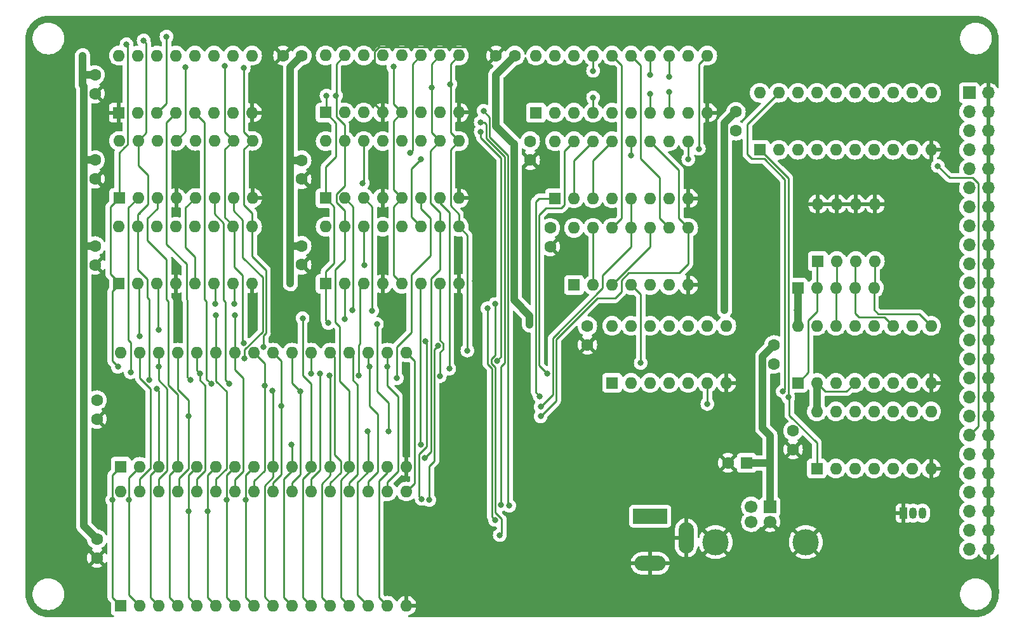
<source format=gbl>
G04 #@! TF.GenerationSoftware,KiCad,Pcbnew,(6.0.0)*
G04 #@! TF.CreationDate,2022-08-18T21:33:12-04:00*
G04 #@! TF.ProjectId,rambo,72616d62-6f2e-46b6-9963-61645f706362,rev?*
G04 #@! TF.SameCoordinates,Original*
G04 #@! TF.FileFunction,Copper,L2,Bot*
G04 #@! TF.FilePolarity,Positive*
%FSLAX46Y46*%
G04 Gerber Fmt 4.6, Leading zero omitted, Abs format (unit mm)*
G04 Created by KiCad (PCBNEW (6.0.0)) date 2022-08-18 21:33:12*
%MOMM*%
%LPD*%
G01*
G04 APERTURE LIST*
G04 #@! TA.AperFunction,ComponentPad*
%ADD10C,1.600000*%
G04 #@! TD*
G04 #@! TA.AperFunction,ComponentPad*
%ADD11R,1.600000X1.600000*%
G04 #@! TD*
G04 #@! TA.AperFunction,ComponentPad*
%ADD12O,1.600000X1.600000*%
G04 #@! TD*
G04 #@! TA.AperFunction,ComponentPad*
%ADD13R,1.050000X1.500000*%
G04 #@! TD*
G04 #@! TA.AperFunction,ComponentPad*
%ADD14O,1.050000X1.500000*%
G04 #@! TD*
G04 #@! TA.AperFunction,ComponentPad*
%ADD15R,1.700000X1.700000*%
G04 #@! TD*
G04 #@! TA.AperFunction,ComponentPad*
%ADD16C,1.700000*%
G04 #@! TD*
G04 #@! TA.AperFunction,ComponentPad*
%ADD17C,3.500000*%
G04 #@! TD*
G04 #@! TA.AperFunction,ComponentPad*
%ADD18O,1.700000X1.700000*%
G04 #@! TD*
G04 #@! TA.AperFunction,ComponentPad*
%ADD19R,4.600000X2.000000*%
G04 #@! TD*
G04 #@! TA.AperFunction,ComponentPad*
%ADD20O,4.200000X2.000000*%
G04 #@! TD*
G04 #@! TA.AperFunction,ComponentPad*
%ADD21O,2.000000X4.200000*%
G04 #@! TD*
G04 #@! TA.AperFunction,ViaPad*
%ADD22C,0.800000*%
G04 #@! TD*
G04 #@! TA.AperFunction,Conductor*
%ADD23C,1.000000*%
G04 #@! TD*
G04 #@! TA.AperFunction,Conductor*
%ADD24C,0.250000*%
G04 #@! TD*
G04 APERTURE END LIST*
D10*
X129413000Y-136418000D03*
X129413000Y-138918000D03*
X129413000Y-117876000D03*
X129413000Y-120376000D03*
D11*
X159908000Y-102332000D03*
D12*
X162448000Y-102332000D03*
X164988000Y-102332000D03*
X167528000Y-102332000D03*
X170068000Y-102332000D03*
X172608000Y-102332000D03*
X175148000Y-102332000D03*
X177688000Y-102332000D03*
X177688000Y-94712000D03*
X175148000Y-94712000D03*
X172608000Y-94712000D03*
X170068000Y-94712000D03*
X167528000Y-94712000D03*
X164988000Y-94712000D03*
X162448000Y-94712000D03*
X159908000Y-94712000D03*
D13*
X236982000Y-132948000D03*
D14*
X238252000Y-132948000D03*
X239522000Y-132948000D03*
D11*
X132334000Y-102332000D03*
D12*
X134874000Y-102332000D03*
X137414000Y-102332000D03*
X139954000Y-102332000D03*
X142494000Y-102332000D03*
X145034000Y-102332000D03*
X147574000Y-102332000D03*
X150114000Y-102332000D03*
X150114000Y-94712000D03*
X147574000Y-94712000D03*
X145034000Y-94712000D03*
X142494000Y-94712000D03*
X139954000Y-94712000D03*
X137414000Y-94712000D03*
X134874000Y-94712000D03*
X132334000Y-94712000D03*
D11*
X187960000Y-79502000D03*
D12*
X190500000Y-79502000D03*
X193040000Y-79502000D03*
X195580000Y-79502000D03*
X198120000Y-79502000D03*
X200660000Y-79502000D03*
X203200000Y-79502000D03*
X205740000Y-79502000D03*
X208280000Y-79502000D03*
X210820000Y-79502000D03*
X210820000Y-71882000D03*
X208280000Y-71882000D03*
X205740000Y-71882000D03*
X203200000Y-71882000D03*
X200660000Y-71882000D03*
X198120000Y-71882000D03*
X195580000Y-71882000D03*
X193040000Y-71882000D03*
X190500000Y-71882000D03*
X187960000Y-71882000D03*
D11*
X225552000Y-99314000D03*
D12*
X228092000Y-99314000D03*
X230632000Y-99314000D03*
X233172000Y-99314000D03*
X233172000Y-91694000D03*
X230632000Y-91694000D03*
X228092000Y-91694000D03*
X225552000Y-91694000D03*
D11*
X225425000Y-127000000D03*
D12*
X227965000Y-127000000D03*
X230505000Y-127000000D03*
X233045000Y-127000000D03*
X235585000Y-127000000D03*
X238125000Y-127000000D03*
X240665000Y-127000000D03*
X240665000Y-119380000D03*
X238125000Y-119380000D03*
X235585000Y-119380000D03*
X233045000Y-119380000D03*
X230505000Y-119380000D03*
X227965000Y-119380000D03*
X225425000Y-119380000D03*
D10*
X219710000Y-110510000D03*
X219710000Y-113010000D03*
X222250000Y-121950000D03*
X222250000Y-124450000D03*
D11*
X216066380Y-126238000D03*
D10*
X213566380Y-126238000D03*
X129159000Y-97302000D03*
X129159000Y-99802000D03*
D11*
X159908000Y-79472000D03*
D12*
X162448000Y-79472000D03*
X164988000Y-79472000D03*
X167528000Y-79472000D03*
X170068000Y-79472000D03*
X172608000Y-79472000D03*
X175148000Y-79472000D03*
X177688000Y-79472000D03*
X177688000Y-71852000D03*
X175148000Y-71852000D03*
X172608000Y-71852000D03*
X170068000Y-71852000D03*
X167528000Y-71852000D03*
X164988000Y-71852000D03*
X162448000Y-71852000D03*
X159908000Y-71852000D03*
D15*
X219182000Y-132106500D03*
D16*
X216682000Y-132106500D03*
X216682000Y-134106500D03*
X219182000Y-134106500D03*
D17*
X223952000Y-136816500D03*
X211912000Y-136816500D03*
D11*
X159908000Y-90902000D03*
D12*
X162448000Y-90902000D03*
X164988000Y-90902000D03*
X167528000Y-90902000D03*
X170068000Y-90902000D03*
X172608000Y-90902000D03*
X175148000Y-90902000D03*
X177688000Y-90902000D03*
X177688000Y-83282000D03*
X175148000Y-83282000D03*
X172608000Y-83282000D03*
X170068000Y-83282000D03*
X167528000Y-83282000D03*
X164988000Y-83282000D03*
X162448000Y-83282000D03*
X159908000Y-83282000D03*
D10*
X187198000Y-83312000D03*
X187198000Y-85812000D03*
X185146000Y-71882000D03*
X182646000Y-71882000D03*
X156718000Y-85852000D03*
X156718000Y-88352000D03*
D11*
X190500000Y-90932000D03*
D12*
X193040000Y-90932000D03*
X195580000Y-90932000D03*
X198120000Y-90932000D03*
X200660000Y-90932000D03*
X203200000Y-90932000D03*
X205740000Y-90932000D03*
X208280000Y-90932000D03*
X208280000Y-83312000D03*
X205740000Y-83312000D03*
X203200000Y-83312000D03*
X200660000Y-83312000D03*
X198120000Y-83312000D03*
X195580000Y-83312000D03*
X193040000Y-83312000D03*
X190500000Y-83312000D03*
D15*
X245745000Y-76835000D03*
D18*
X248285000Y-76835000D03*
X245745000Y-79375000D03*
X248285000Y-79375000D03*
X245745000Y-81915000D03*
X248285000Y-81915000D03*
X245745000Y-84455000D03*
X248285000Y-84455000D03*
X245745000Y-86995000D03*
X248285000Y-86995000D03*
X245745000Y-89535000D03*
X248285000Y-89535000D03*
X245745000Y-92075000D03*
X248285000Y-92075000D03*
X245745000Y-94615000D03*
X248285000Y-94615000D03*
X245745000Y-97155000D03*
X248285000Y-97155000D03*
X245745000Y-99695000D03*
X248285000Y-99695000D03*
X245745000Y-102235000D03*
X248285000Y-102235000D03*
X245745000Y-104775000D03*
X248285000Y-104775000D03*
X245745000Y-107315000D03*
X248285000Y-107315000D03*
X245745000Y-109855000D03*
X248285000Y-109855000D03*
X245745000Y-112395000D03*
X248285000Y-112395000D03*
X245745000Y-114935000D03*
X248285000Y-114935000D03*
X245745000Y-117475000D03*
X248285000Y-117475000D03*
X245745000Y-120015000D03*
X248285000Y-120015000D03*
X245745000Y-122555000D03*
X248285000Y-122555000D03*
X245745000Y-125095000D03*
X248285000Y-125095000D03*
X245745000Y-127635000D03*
X248285000Y-127635000D03*
X245745000Y-130175000D03*
X248285000Y-130175000D03*
X245745000Y-132715000D03*
X248285000Y-132715000D03*
X245745000Y-135255000D03*
X248285000Y-135255000D03*
X245745000Y-137795000D03*
X248285000Y-137795000D03*
D11*
X198115000Y-115560000D03*
D12*
X200655000Y-115560000D03*
X203195000Y-115560000D03*
X205735000Y-115560000D03*
X208275000Y-115560000D03*
X210815000Y-115560000D03*
X213355000Y-115560000D03*
X213355000Y-107940000D03*
X210815000Y-107940000D03*
X208275000Y-107940000D03*
X205735000Y-107940000D03*
X203195000Y-107940000D03*
X200655000Y-107940000D03*
X198115000Y-107940000D03*
D11*
X222885000Y-115560000D03*
D12*
X225425000Y-115560000D03*
X227965000Y-115560000D03*
X230505000Y-115560000D03*
X233045000Y-115560000D03*
X235585000Y-115560000D03*
X238125000Y-115560000D03*
X240665000Y-115560000D03*
X240665000Y-107940000D03*
X238125000Y-107940000D03*
X235585000Y-107940000D03*
X233045000Y-107940000D03*
X230505000Y-107940000D03*
X227965000Y-107940000D03*
X225425000Y-107940000D03*
X222885000Y-107940000D03*
D11*
X132334000Y-79502000D03*
D12*
X134874000Y-79502000D03*
X137414000Y-79502000D03*
X139954000Y-79502000D03*
X142494000Y-79502000D03*
X145034000Y-79502000D03*
X147574000Y-79502000D03*
X150114000Y-79502000D03*
X150114000Y-71882000D03*
X147574000Y-71882000D03*
X145034000Y-71882000D03*
X142494000Y-71882000D03*
X139954000Y-71882000D03*
X137414000Y-71882000D03*
X134874000Y-71882000D03*
X132334000Y-71882000D03*
D11*
X132364000Y-90872000D03*
D12*
X134904000Y-90872000D03*
X137444000Y-90872000D03*
X139984000Y-90872000D03*
X142524000Y-90872000D03*
X145064000Y-90872000D03*
X147604000Y-90872000D03*
X150144000Y-90872000D03*
X150144000Y-83252000D03*
X147604000Y-83252000D03*
X145064000Y-83252000D03*
X142524000Y-83252000D03*
X139984000Y-83252000D03*
X137444000Y-83252000D03*
X134904000Y-83252000D03*
X132364000Y-83252000D03*
D11*
X222885000Y-102870000D03*
D12*
X225425000Y-102870000D03*
X227965000Y-102870000D03*
X230505000Y-102870000D03*
X233045000Y-102870000D03*
D10*
X214630000Y-79395000D03*
X214630000Y-81895000D03*
X194818000Y-107970000D03*
X194818000Y-110470000D03*
X156733000Y-71882000D03*
X154233000Y-71882000D03*
D11*
X193040000Y-102489000D03*
D12*
X195580000Y-102489000D03*
X198120000Y-102489000D03*
X200660000Y-102489000D03*
X203200000Y-102489000D03*
X205740000Y-102489000D03*
X208280000Y-102489000D03*
X208280000Y-94869000D03*
X205740000Y-94869000D03*
X203200000Y-94869000D03*
X200660000Y-94869000D03*
X198120000Y-94869000D03*
X195580000Y-94869000D03*
X193040000Y-94869000D03*
D11*
X132588000Y-145293000D03*
D12*
X135128000Y-145293000D03*
X137668000Y-145293000D03*
X140208000Y-145293000D03*
X142748000Y-145293000D03*
X145288000Y-145293000D03*
X147828000Y-145293000D03*
X150368000Y-145293000D03*
X152908000Y-145293000D03*
X155448000Y-145293000D03*
X157988000Y-145293000D03*
X160528000Y-145293000D03*
X163068000Y-145293000D03*
X165608000Y-145293000D03*
X168148000Y-145293000D03*
X170688000Y-145293000D03*
X170688000Y-130053000D03*
X168148000Y-130053000D03*
X165608000Y-130053000D03*
X163068000Y-130053000D03*
X160528000Y-130053000D03*
X157988000Y-130053000D03*
X155448000Y-130053000D03*
X152908000Y-130053000D03*
X150368000Y-130053000D03*
X147828000Y-130053000D03*
X145288000Y-130053000D03*
X142748000Y-130053000D03*
X140208000Y-130053000D03*
X137668000Y-130053000D03*
X135128000Y-130053000D03*
X132588000Y-130053000D03*
D10*
X129144000Y-74452000D03*
X129144000Y-76952000D03*
X189865000Y-94869000D03*
X189865000Y-97369000D03*
X129174000Y-85822000D03*
X129174000Y-88322000D03*
D11*
X217810000Y-84445000D03*
D12*
X220350000Y-84445000D03*
X222890000Y-84445000D03*
X225430000Y-84445000D03*
X227970000Y-84445000D03*
X230510000Y-84445000D03*
X233050000Y-84445000D03*
X235590000Y-84445000D03*
X238130000Y-84445000D03*
X240670000Y-84445000D03*
X240670000Y-76825000D03*
X238130000Y-76825000D03*
X235590000Y-76825000D03*
X233050000Y-76825000D03*
X230510000Y-76825000D03*
X227970000Y-76825000D03*
X225430000Y-76825000D03*
X222890000Y-76825000D03*
X220350000Y-76825000D03*
X217810000Y-76825000D03*
D11*
X132588000Y-126751000D03*
D12*
X135128000Y-126751000D03*
X137668000Y-126751000D03*
X140208000Y-126751000D03*
X142748000Y-126751000D03*
X145288000Y-126751000D03*
X147828000Y-126751000D03*
X150368000Y-126751000D03*
X152908000Y-126751000D03*
X155448000Y-126751000D03*
X157988000Y-126751000D03*
X160528000Y-126751000D03*
X163068000Y-126751000D03*
X165608000Y-126751000D03*
X168148000Y-126751000D03*
X170688000Y-126751000D03*
X170688000Y-111511000D03*
X168148000Y-111511000D03*
X165608000Y-111511000D03*
X163068000Y-111511000D03*
X160528000Y-111511000D03*
X157988000Y-111511000D03*
X155448000Y-111511000D03*
X152908000Y-111511000D03*
X150368000Y-111511000D03*
X147828000Y-111511000D03*
X145288000Y-111511000D03*
X142748000Y-111511000D03*
X140208000Y-111511000D03*
X137668000Y-111511000D03*
X135128000Y-111511000D03*
X132588000Y-111511000D03*
D19*
X203200000Y-133350000D03*
D20*
X203200000Y-139650000D03*
D21*
X208000000Y-136250000D03*
D10*
X156718000Y-97282000D03*
X156718000Y-99782000D03*
D22*
X185048489Y-101971511D03*
X155218489Y-94717511D03*
X187100000Y-107794000D03*
X127644489Y-111369511D03*
X213130489Y-84303511D03*
X184658000Y-83312000D03*
X213130489Y-105893511D03*
X127644489Y-95113511D03*
X155218489Y-83287511D03*
X182626000Y-81280000D03*
X127644489Y-83429511D03*
X127644489Y-117719511D03*
X127644489Y-130419511D03*
X222733511Y-105893511D03*
X155218489Y-102337511D03*
X127508000Y-71882000D03*
X218210489Y-121641511D03*
X185048489Y-94859511D03*
X127644489Y-102479511D03*
X193929000Y-98298000D03*
X211963000Y-111252000D03*
X190627000Y-88265000D03*
X193167000Y-116205000D03*
X189992000Y-105029000D03*
X186309000Y-113411000D03*
X140335000Y-106807000D03*
X186690000Y-97790000D03*
X187071000Y-89535000D03*
X186055000Y-74295000D03*
X186817000Y-103124000D03*
X153289000Y-102235000D03*
X149987000Y-107442000D03*
X169799000Y-106934000D03*
X226822000Y-95631000D03*
X129921000Y-107950000D03*
X167513000Y-97155000D03*
X197739000Y-74422000D03*
X157353000Y-75692000D03*
X154051000Y-107569000D03*
X216789000Y-90932000D03*
X216662000Y-96393000D03*
X179832000Y-101981000D03*
X184404000Y-131953000D03*
X180975000Y-79248000D03*
X131463489Y-131172511D03*
X176530000Y-75692000D03*
X178812511Y-111255489D03*
X205740000Y-76708000D03*
X183261000Y-131826000D03*
X180594000Y-80772000D03*
X133712511Y-131209489D03*
X168148000Y-113411000D03*
X136398000Y-115188282D03*
X135636000Y-69850000D03*
X205740000Y-74676000D03*
X137414000Y-116332000D03*
X147066000Y-115697000D03*
X132207000Y-113411000D03*
X133350000Y-70358000D03*
X203200000Y-74422000D03*
X165735000Y-113411000D03*
X148971000Y-110236000D03*
X195580000Y-73914000D03*
X146449489Y-73260511D03*
X182499000Y-105029000D03*
X147716000Y-105014000D03*
X183134000Y-135890000D03*
X141623489Y-132696511D03*
X148989489Y-73514511D03*
X151638000Y-110744000D03*
X144163489Y-132696511D03*
X181483000Y-105613551D03*
X182499000Y-133858000D03*
X145176000Y-105014000D03*
X146703489Y-131172511D03*
X135128000Y-109347000D03*
X173736000Y-131191000D03*
X174879000Y-110617000D03*
X156572511Y-116731489D03*
X169418000Y-114935000D03*
X149243489Y-131172511D03*
X172720000Y-131064000D03*
X137668000Y-108458000D03*
X173228000Y-109982000D03*
X154032511Y-118636489D03*
X188595000Y-118745000D03*
X152781000Y-116586000D03*
X175148000Y-114666000D03*
X176403000Y-113665000D03*
X151783489Y-115932511D03*
X155321000Y-123825000D03*
X172593000Y-123825000D03*
X163512500Y-105854500D03*
X147828000Y-106553000D03*
X156845000Y-106934000D03*
X162448000Y-107046000D03*
X145288000Y-106553000D03*
X166112511Y-105921489D03*
X164338000Y-114554000D03*
X160401000Y-114554000D03*
X133891489Y-114139511D03*
X143129000Y-114300000D03*
X161290000Y-77216000D03*
X188595000Y-120015000D03*
X141605000Y-120015000D03*
X165481000Y-122047000D03*
X160020000Y-77216000D03*
X195580000Y-77470000D03*
X160274000Y-107569000D03*
X168275000Y-122047000D03*
X166751000Y-107696000D03*
X182739511Y-112635511D03*
X180594000Y-82042000D03*
X137668000Y-113411000D03*
X203200000Y-76962000D03*
X174023489Y-76166511D03*
X173101000Y-125603000D03*
X149098000Y-112268000D03*
X221615000Y-117475000D03*
X241554000Y-86614000D03*
X188468000Y-117348000D03*
X210815000Y-118369000D03*
X172593000Y-85725000D03*
X208280000Y-85725000D03*
X200660000Y-85217000D03*
X171196000Y-84836000D03*
X209695489Y-84309511D03*
X189484000Y-114300000D03*
X168943489Y-73372511D03*
X141224000Y-73406000D03*
X164846000Y-88900000D03*
X165100000Y-99822000D03*
X220881489Y-116684511D03*
X201930000Y-112903000D03*
X138684000Y-69342000D03*
X159131000Y-114300000D03*
X144653000Y-115697000D03*
X141859000Y-115189000D03*
X157988000Y-114300000D03*
D23*
X127986000Y-85822000D02*
X127644489Y-85480489D01*
X185048489Y-88651511D02*
X185048489Y-94859511D01*
X218210489Y-121641511D02*
X218210489Y-117069511D01*
X213130489Y-80894511D02*
X214630000Y-79395000D01*
X127508000Y-71882000D02*
X127508000Y-74422000D01*
X127800978Y-97302000D02*
X127644489Y-97145511D01*
X155218489Y-94717511D02*
X155218489Y-86081511D01*
X218948000Y-126238000D02*
X219182000Y-126004000D01*
X127644489Y-75951511D02*
X127644489Y-83429511D01*
X219182000Y-126004000D02*
X219182000Y-132106500D01*
X219710000Y-110510000D02*
X218210489Y-112009511D01*
X187100000Y-106582000D02*
X187100000Y-107794000D01*
X185146000Y-71882000D02*
X182626000Y-74402000D01*
X155218489Y-86081511D02*
X155218489Y-83287511D01*
X185048489Y-94859511D02*
X185048489Y-95875511D01*
X156718000Y-85852000D02*
X155448000Y-85852000D01*
X213130489Y-83033511D02*
X213130489Y-80894511D01*
X213130489Y-83033511D02*
X213130489Y-84303511D01*
X218210489Y-112009511D02*
X218210489Y-117069511D01*
X218210489Y-121641511D02*
X219182000Y-122613022D01*
X127644489Y-95113511D02*
X127644489Y-97145511D01*
X182626000Y-74402000D02*
X182626000Y-81280000D01*
X156718000Y-97282000D02*
X155496978Y-97282000D01*
X185048489Y-104530489D02*
X187100000Y-106582000D01*
X127644489Y-134649489D02*
X129413000Y-136418000D01*
X127644489Y-117719511D02*
X127644489Y-130419511D01*
X127644489Y-85480489D02*
X127644489Y-95113511D01*
X127644489Y-83429511D02*
X127644489Y-85480489D01*
X127508000Y-74422000D02*
X127508000Y-75815022D01*
X127508000Y-75815022D02*
X127644489Y-75951511D01*
X129286000Y-97302000D02*
X127800978Y-97302000D01*
X219182000Y-122613022D02*
X219182000Y-126004000D01*
X155218489Y-102337511D02*
X155218489Y-97560489D01*
X127644489Y-111369511D02*
X127644489Y-117719511D01*
X127644489Y-130419511D02*
X127644489Y-134649489D01*
D24*
X230505000Y-115560000D02*
X229380489Y-116684511D01*
D23*
X185048489Y-95875511D02*
X185048489Y-101971511D01*
X129144000Y-74452000D02*
X127538000Y-74452000D01*
X155218489Y-83287511D02*
X155218489Y-73396511D01*
X155448000Y-85852000D02*
X155218489Y-86081511D01*
X222885000Y-102870000D02*
X222885000Y-107940000D01*
X213130489Y-84303511D02*
X213130489Y-105893511D01*
D24*
X226549511Y-116684511D02*
X225425000Y-115560000D01*
D23*
X155218489Y-97560489D02*
X155218489Y-94717511D01*
X185048489Y-88651511D02*
X185048489Y-83702489D01*
X185048489Y-101971511D02*
X185048489Y-104530489D01*
X129174000Y-85822000D02*
X127986000Y-85822000D01*
D24*
X229380489Y-116684511D02*
X226549511Y-116684511D01*
D23*
X127538000Y-74452000D02*
X127508000Y-74422000D01*
X127644489Y-97145511D02*
X127644489Y-102479511D01*
X216066380Y-126238000D02*
X218948000Y-126238000D01*
X185048489Y-83702489D02*
X184658000Y-83312000D01*
X184658000Y-83312000D02*
X182626000Y-81280000D01*
X155496978Y-97282000D02*
X155218489Y-97560489D01*
X225425000Y-115560000D02*
X225425000Y-119380000D01*
X155218489Y-73396511D02*
X156733000Y-71882000D01*
X127644489Y-102479511D02*
X127644489Y-111369511D01*
D24*
X167528000Y-79472000D02*
X166403489Y-78347489D01*
X166403489Y-78347489D02*
X166403489Y-71340511D01*
X167016511Y-70727489D02*
X181491489Y-70727489D01*
X166403489Y-71340511D02*
X167016511Y-70727489D01*
X181491489Y-70727489D02*
X182646000Y-71882000D01*
X225425000Y-106045000D02*
X224300489Y-107169511D01*
X224300489Y-107169511D02*
X224300489Y-114144511D01*
X224300489Y-114144511D02*
X222885000Y-115560000D01*
X225425000Y-99441000D02*
X225552000Y-99314000D01*
X225425000Y-102870000D02*
X225425000Y-106045000D01*
X225425000Y-102870000D02*
X225425000Y-99441000D01*
X227965000Y-102870000D02*
X227965000Y-107940000D01*
X228092000Y-99314000D02*
X228092000Y-102743000D01*
X228092000Y-102743000D02*
X227965000Y-102870000D01*
X234460489Y-106815489D02*
X235585000Y-107940000D01*
X230505000Y-99441000D02*
X230632000Y-99314000D01*
X231021489Y-106815489D02*
X234460489Y-106815489D01*
X230505000Y-106299000D02*
X231021489Y-106815489D01*
X230505000Y-102870000D02*
X230505000Y-99441000D01*
X230505000Y-102870000D02*
X230505000Y-106299000D01*
X233045000Y-105791000D02*
X233619969Y-106365969D01*
X233172000Y-102743000D02*
X233045000Y-102870000D01*
X233619969Y-106365969D02*
X239090969Y-106365969D01*
X233045000Y-102870000D02*
X233045000Y-105791000D01*
X233172000Y-99314000D02*
X233172000Y-102743000D01*
X239090969Y-106365969D02*
X240665000Y-107940000D01*
X180975000Y-79248000D02*
X181801480Y-80074480D01*
X131463489Y-131172511D02*
X131463489Y-144168489D01*
X184223969Y-85163969D02*
X184223969Y-109781031D01*
X184223969Y-131772969D02*
X184404000Y-131953000D01*
X132588000Y-126751000D02*
X131463489Y-127875511D01*
X131463489Y-127875511D02*
X131463489Y-131172511D01*
X131463489Y-144168489D02*
X132588000Y-145293000D01*
X181801480Y-80074480D02*
X181801480Y-82741480D01*
X184223969Y-109781031D02*
X184223969Y-118925031D01*
X181801480Y-82741480D02*
X184223969Y-85163969D01*
X184223969Y-118925031D02*
X184223969Y-131772969D01*
X177688000Y-83282000D02*
X176563489Y-84406511D01*
X176563489Y-72976511D02*
X176563489Y-82157489D01*
X170688000Y-111511000D02*
X171812511Y-112635511D01*
X171812511Y-112635511D02*
X171812511Y-128928489D01*
X205740000Y-79502000D02*
X205740000Y-76708000D01*
X176563489Y-84406511D02*
X176563489Y-91914511D01*
X178812511Y-95836511D02*
X178812511Y-103889489D01*
X177688000Y-94712000D02*
X177688000Y-93039022D01*
X171812511Y-128928489D02*
X170688000Y-130053000D01*
X176563489Y-82157489D02*
X177688000Y-83282000D01*
X177688000Y-94712000D02*
X178812511Y-95836511D01*
X177688000Y-93039022D02*
X176563489Y-91914511D01*
X178812511Y-103889489D02*
X178812511Y-111255489D01*
X177688000Y-71852000D02*
X176563489Y-72976511D01*
X181351960Y-82927678D02*
X181351960Y-81021960D01*
X183774449Y-85350167D02*
X181351960Y-82927678D01*
X183774449Y-112897551D02*
X183774449Y-85350167D01*
X133712511Y-131209489D02*
X133712511Y-128166489D01*
X133712511Y-128166489D02*
X135128000Y-126751000D01*
X135128000Y-145293000D02*
X133712511Y-143877511D01*
X133712511Y-143877511D02*
X133712511Y-131209489D01*
X181102000Y-80772000D02*
X180594000Y-80772000D01*
X183261000Y-113411000D02*
X183774449Y-112897551D01*
X183261000Y-131826000D02*
X183261000Y-113411000D01*
X181351960Y-81021960D02*
X181102000Y-80772000D01*
X136207500Y-91757500D02*
X134874000Y-93091000D01*
X168148000Y-130053000D02*
X168148000Y-128778000D01*
X136398000Y-104394000D02*
X136398000Y-115188282D01*
X134874000Y-94712000D02*
X134874000Y-100457000D01*
X136207500Y-91757500D02*
X135016000Y-92949000D01*
X134904000Y-86547022D02*
X136207500Y-87850522D01*
X168148000Y-128778000D02*
X169545000Y-127381000D01*
X134874000Y-93091000D02*
X134874000Y-94712000D01*
X136207500Y-87850522D02*
X136207500Y-91757500D01*
X168148000Y-111511000D02*
X168148000Y-113411000D01*
X136144000Y-104140000D02*
X136398000Y-104394000D01*
X135998511Y-70212511D02*
X135636000Y-69850000D01*
X168148000Y-115951000D02*
X168148000Y-113411000D01*
X134904000Y-83252000D02*
X134904000Y-86547022D01*
X205740000Y-74676000D02*
X205740000Y-71882000D01*
X134904000Y-83252000D02*
X135998511Y-82157489D01*
X169545000Y-117348000D02*
X168148000Y-115951000D01*
X169545000Y-127381000D02*
X169545000Y-117348000D01*
X134874000Y-100457000D02*
X136144000Y-101727000D01*
X136144000Y-101727000D02*
X136144000Y-104140000D01*
X135998511Y-73297489D02*
X135998511Y-70212511D01*
X135998511Y-82157489D02*
X135998511Y-73297489D01*
X146558000Y-104775000D02*
X146558000Y-115189000D01*
X136543489Y-127875511D02*
X136543489Y-144168489D01*
X146304000Y-94249700D02*
X146304000Y-104521000D01*
X145064000Y-93009700D02*
X146304000Y-94249700D01*
X145064000Y-90872000D02*
X145064000Y-93009700D01*
X146304000Y-104521000D02*
X146558000Y-104775000D01*
X137414000Y-116332000D02*
X137668000Y-116586000D01*
X137668000Y-116586000D02*
X137668000Y-126751000D01*
X136543489Y-144168489D02*
X137668000Y-145293000D01*
X137668000Y-126751000D02*
X136543489Y-127875511D01*
X146558000Y-115189000D02*
X147066000Y-115697000D01*
X165608000Y-128741022D02*
X165608000Y-130053000D01*
X133488511Y-70496511D02*
X133488511Y-73267489D01*
X131463489Y-103344511D02*
X131463489Y-112667489D01*
X133488511Y-73267489D02*
X133488511Y-83717789D01*
X131463489Y-112667489D02*
X132207000Y-113411000D01*
X133488511Y-83717789D02*
X133114150Y-84092150D01*
X166878000Y-119761000D02*
X166878000Y-127471022D01*
X132476000Y-102332000D02*
X131463489Y-103344511D01*
X132364000Y-90872000D02*
X132364000Y-84842300D01*
X203200000Y-71882000D02*
X203200000Y-74422000D01*
X165608000Y-113284000D02*
X165735000Y-113411000D01*
X166878000Y-127471022D02*
X165608000Y-128741022D01*
X165608000Y-111511000D02*
X165608000Y-113284000D01*
X131191000Y-92045000D02*
X131191000Y-101047000D01*
X132364000Y-84842300D02*
X133114150Y-84092150D01*
X133350000Y-70358000D02*
X133488511Y-70496511D01*
X165735000Y-113411000D02*
X165735000Y-118618000D01*
X132364000Y-90872000D02*
X131191000Y-92045000D01*
X131191000Y-101047000D02*
X132476000Y-102332000D01*
X165735000Y-118618000D02*
X166878000Y-119761000D01*
X136144000Y-93599000D02*
X136144000Y-96520000D01*
X140208000Y-145293000D02*
X139083489Y-144168489D01*
X138938000Y-115824000D02*
X140208000Y-117094000D01*
X139083489Y-144168489D02*
X139083489Y-127875511D01*
X140208000Y-117094000D02*
X140208000Y-126751000D01*
X138684000Y-104394000D02*
X138938000Y-104648000D01*
X138938000Y-104648000D02*
X138938000Y-115824000D01*
X136144000Y-96520000D02*
X138684000Y-99060000D01*
X139083489Y-127875511D02*
X140208000Y-126751000D01*
X138684000Y-99060000D02*
X138684000Y-104394000D01*
X137444000Y-92299000D02*
X136144000Y-93599000D01*
X137444000Y-90872000D02*
X137444000Y-92299000D01*
X146479489Y-93475489D02*
X147716000Y-94712000D01*
X147604000Y-83252000D02*
X146449489Y-82097489D01*
X164192511Y-115805511D02*
X163517520Y-115130520D01*
X163068000Y-130053000D02*
X163068000Y-128868022D01*
X163517520Y-115130520D02*
X163517520Y-111960520D01*
X147716000Y-94712000D02*
X147716000Y-100061000D01*
X146479489Y-84376511D02*
X146479489Y-93475489D01*
X163068000Y-128868022D02*
X164192511Y-127743511D01*
X148844000Y-101189000D02*
X148844000Y-110109000D01*
X164192511Y-127743511D02*
X164192511Y-115805511D01*
X163517520Y-111960520D02*
X163068000Y-111511000D01*
X147716000Y-100061000D02*
X148844000Y-101189000D01*
X147604000Y-83252000D02*
X146479489Y-84376511D01*
X146449489Y-82097489D02*
X146449489Y-73260511D01*
X148844000Y-110109000D02*
X148971000Y-110236000D01*
X195580000Y-73914000D02*
X195580000Y-71882000D01*
X183388000Y-133722386D02*
X183388000Y-135636000D01*
X141623489Y-132696511D02*
X141623489Y-144168489D01*
X141623489Y-144168489D02*
X142748000Y-145293000D01*
X142748000Y-126751000D02*
X141623489Y-127875511D01*
X147716000Y-102332000D02*
X147716000Y-105014000D01*
X182499000Y-111851408D02*
X182015000Y-112335408D01*
X182536489Y-132870875D02*
X183388000Y-133722386D01*
X182536489Y-113457103D02*
X182536489Y-132870875D01*
X141623489Y-127875511D02*
X141623489Y-132696511D01*
X182015000Y-112935614D02*
X182536489Y-113457103D01*
X182499000Y-105029000D02*
X182499000Y-111851408D01*
X183388000Y-135636000D02*
X183134000Y-135890000D01*
X182015000Y-112335408D02*
X182015000Y-112935614D01*
X161125511Y-125184511D02*
X161125511Y-112108511D01*
X150114000Y-94712000D02*
X150114000Y-92867022D01*
X149019489Y-91772511D02*
X149019489Y-84376511D01*
X160528000Y-130053000D02*
X160528000Y-128905000D01*
X151960520Y-108907520D02*
X151960520Y-100525520D01*
X161125511Y-112108511D02*
X160528000Y-111511000D01*
X148989489Y-73514511D02*
X148989489Y-82097489D01*
X151638000Y-110744000D02*
X151638000Y-109230040D01*
X149019489Y-84376511D02*
X150144000Y-83252000D01*
X151960520Y-100525520D02*
X150114000Y-98679000D01*
X160528000Y-128905000D02*
X161925000Y-127508000D01*
X150114000Y-92867022D02*
X149019489Y-91772511D01*
X148989489Y-82097489D02*
X150144000Y-83252000D01*
X151638000Y-109230040D02*
X151960520Y-108907520D01*
X161925000Y-127508000D02*
X161925000Y-125984000D01*
X150114000Y-98679000D02*
X150114000Y-94712000D01*
X161925000Y-125984000D02*
X161125511Y-125184511D01*
X145176000Y-102332000D02*
X145176000Y-105014000D01*
X182499000Y-133858000D02*
X182086969Y-133445969D01*
X182086969Y-133445969D02*
X182086969Y-113643301D01*
X144163489Y-144168489D02*
X144163489Y-133585511D01*
X181483000Y-113039332D02*
X181483000Y-105613551D01*
X144163489Y-127875511D02*
X145288000Y-126751000D01*
X182086969Y-113643301D02*
X181483000Y-113039332D01*
X144163489Y-133585511D02*
X144145000Y-132715000D01*
X145288000Y-145293000D02*
X144163489Y-144168489D01*
X144145000Y-132715000D02*
X144163489Y-132696511D01*
X144163489Y-132696511D02*
X144163489Y-127875511D01*
X135016000Y-109235000D02*
X135128000Y-109347000D01*
X135016000Y-102332000D02*
X135016000Y-109235000D01*
X147828000Y-145293000D02*
X146703489Y-144168489D01*
X146703489Y-127875511D02*
X147828000Y-126751000D01*
X174423489Y-125974919D02*
X173736000Y-126662408D01*
X174423489Y-111072511D02*
X174423489Y-125974919D01*
X174879000Y-110617000D02*
X174423489Y-111072511D01*
X146703489Y-144168489D02*
X146703489Y-131172511D01*
X146703489Y-131172511D02*
X146703489Y-127875511D01*
X173736000Y-126662408D02*
X173736000Y-131191000D01*
X172608000Y-92344000D02*
X172608000Y-90902000D01*
X155448000Y-130053000D02*
X155448000Y-128868022D01*
X155448000Y-128868022D02*
X156572511Y-127743511D01*
X173863000Y-93599000D02*
X172608000Y-92344000D01*
X155448000Y-111511000D02*
X155448000Y-115606978D01*
X173863000Y-98552000D02*
X173863000Y-93599000D01*
X169418000Y-110744000D02*
X171323000Y-108839000D01*
X171323000Y-101092000D02*
X173863000Y-98552000D01*
X171323000Y-108839000D02*
X171323000Y-101092000D01*
X156572511Y-116731489D02*
X156572511Y-127743511D01*
X169418000Y-114935000D02*
X169418000Y-110744000D01*
X155448000Y-115606978D02*
X156572511Y-116731489D01*
X173355000Y-110109000D02*
X173228000Y-109982000D01*
X149243489Y-127875511D02*
X150368000Y-126751000D01*
X172376489Y-125066125D02*
X173355000Y-124087614D01*
X149243489Y-144168489D02*
X149243489Y-131172511D01*
X150368000Y-145293000D02*
X149243489Y-144168489D01*
X172720000Y-131064000D02*
X172376489Y-130720489D01*
X172376489Y-130720489D02*
X172376489Y-125066125D01*
X149243489Y-131172511D02*
X149243489Y-127875511D01*
X137556000Y-102332000D02*
X137556000Y-108346000D01*
X137556000Y-108346000D02*
X137668000Y-108458000D01*
X173355000Y-124087614D02*
X173355000Y-110109000D01*
X196850000Y-101219000D02*
X200660000Y-97409000D01*
X154032511Y-117620489D02*
X154032511Y-118255489D01*
X154032511Y-112635511D02*
X154032511Y-117620489D01*
X196850000Y-102916300D02*
X196850000Y-101219000D01*
X154032511Y-118890489D02*
X154032511Y-127780489D01*
X190208511Y-109557789D02*
X196850000Y-102916300D01*
X152908000Y-130053000D02*
X152908000Y-128905000D01*
X200660000Y-94869000D02*
X200660000Y-90932000D01*
X200660000Y-97409000D02*
X200660000Y-94869000D01*
X154032511Y-118636489D02*
X154032511Y-118890489D01*
X154032511Y-118255489D02*
X154032511Y-118636489D01*
X190208511Y-117131489D02*
X190208511Y-109557789D01*
X152908000Y-111511000D02*
X154032511Y-112635511D01*
X152908000Y-128905000D02*
X154032511Y-127780489D01*
X188595000Y-118745000D02*
X190208511Y-117131489D01*
X175603511Y-110316897D02*
X175603511Y-111035489D01*
X152781000Y-116586000D02*
X152908000Y-116713000D01*
X175148000Y-111491000D02*
X175148000Y-114666000D01*
X152908000Y-116713000D02*
X152908000Y-126751000D01*
X175148000Y-102332000D02*
X175148000Y-109861386D01*
X175603511Y-111035489D02*
X175148000Y-111491000D01*
X152908000Y-145293000D02*
X151765000Y-144150000D01*
X175148000Y-109861386D02*
X175603511Y-110316897D01*
X151765000Y-144150000D02*
X151765000Y-129291718D01*
X151765000Y-129291718D02*
X152908000Y-128148718D01*
X152908000Y-128148718D02*
X152908000Y-126751000D01*
X150368000Y-130053000D02*
X150368000Y-128651000D01*
X175148000Y-91582000D02*
X176403000Y-92837000D01*
X176403000Y-92837000D02*
X176403000Y-105283000D01*
X150368000Y-128651000D02*
X151783489Y-127235511D01*
X151783489Y-127235511D02*
X151783489Y-112926489D01*
X176403000Y-105283000D02*
X176403000Y-113665000D01*
X151783489Y-112926489D02*
X150368000Y-111511000D01*
X175148000Y-90902000D02*
X175148000Y-91582000D01*
X154323489Y-144168489D02*
X154323489Y-128378511D01*
X172503489Y-123735489D02*
X172593000Y-123825000D01*
X155448000Y-127254000D02*
X155448000Y-126751000D01*
X172503489Y-115988489D02*
X172503489Y-123735489D01*
X172503489Y-102436511D02*
X172503489Y-115988489D01*
X154323489Y-128378511D02*
X155448000Y-127254000D01*
X155321000Y-123825000D02*
X155448000Y-123952000D01*
X172608000Y-102332000D02*
X172503489Y-102436511D01*
X155448000Y-145293000D02*
X154323489Y-144168489D01*
X155448000Y-123952000D02*
X155448000Y-126751000D01*
X147828000Y-113828978D02*
X148952511Y-114953489D01*
X148952511Y-127362511D02*
X148952511Y-114953489D01*
X163512500Y-105854500D02*
X163572511Y-105794489D01*
X147828000Y-111511000D02*
X147828000Y-113828978D01*
X163572511Y-92026511D02*
X162448000Y-90902000D01*
X147828000Y-128487022D02*
X148952511Y-127362511D01*
X147828000Y-130053000D02*
X147828000Y-128487022D01*
X147828000Y-111511000D02*
X147828000Y-106553000D01*
X163572511Y-105794489D02*
X163572511Y-92026511D01*
X156845000Y-114554000D02*
X157988000Y-115697000D01*
X157988000Y-127254000D02*
X157988000Y-126751000D01*
X162448000Y-102332000D02*
X162448000Y-107046000D01*
X157988000Y-145293000D02*
X156863489Y-144168489D01*
X157988000Y-115697000D02*
X157988000Y-126751000D01*
X156863489Y-144168489D02*
X156863489Y-128378511D01*
X156863489Y-128378511D02*
X157988000Y-127254000D01*
X156845000Y-106934000D02*
X156845000Y-114554000D01*
X145288000Y-111511000D02*
X145288000Y-106553000D01*
X145288000Y-128397000D02*
X145288000Y-130053000D01*
X166112511Y-92026511D02*
X166112511Y-105921489D01*
X146685000Y-116704386D02*
X146685000Y-127000000D01*
X145288000Y-115307386D02*
X146685000Y-116704386D01*
X145288000Y-111511000D02*
X145288000Y-115307386D01*
X146685000Y-127000000D02*
X145288000Y-128397000D01*
X164988000Y-90902000D02*
X166112511Y-92026511D01*
X160528000Y-145293000D02*
X159403489Y-144168489D01*
X164338000Y-110526978D02*
X164483489Y-110381489D01*
X160528000Y-127889000D02*
X159403489Y-129013511D01*
X164338000Y-114554000D02*
X164338000Y-110526978D01*
X160401000Y-114554000D02*
X160528000Y-114681000D01*
X164483489Y-102836511D02*
X164988000Y-102332000D01*
X164483489Y-110381489D02*
X164483489Y-102836511D01*
X160528000Y-126751000D02*
X160528000Y-127889000D01*
X159403489Y-144168489D02*
X159403489Y-129013511D01*
X160528000Y-114681000D02*
X160528000Y-126751000D01*
X134904000Y-90872000D02*
X133604000Y-92172000D01*
X143872511Y-115932511D02*
X143129000Y-115189000D01*
X143872511Y-127272489D02*
X143872511Y-115932511D01*
X142748000Y-130053000D02*
X142748000Y-128397000D01*
X143129000Y-115189000D02*
X143129000Y-114300000D01*
X142748000Y-128397000D02*
X143872511Y-127272489D01*
X133604000Y-92172000D02*
X133604000Y-109855000D01*
X143129000Y-114300000D02*
X142748000Y-113919000D01*
X142748000Y-113919000D02*
X142748000Y-111511000D01*
X133604000Y-109855000D02*
X133891489Y-110142489D01*
X133891489Y-110142489D02*
X133891489Y-114139511D01*
X162448000Y-92598000D02*
X162448000Y-94712000D01*
X161163000Y-107442000D02*
X161798000Y-108077000D01*
X161798000Y-108077000D02*
X161798000Y-115316000D01*
X162448000Y-89266000D02*
X161323489Y-90390511D01*
X161323489Y-72976511D02*
X161323489Y-80043489D01*
X163068000Y-116586000D02*
X163068000Y-126751000D01*
X161323489Y-91473489D02*
X162448000Y-92598000D01*
X163068000Y-127381000D02*
X163068000Y-126751000D01*
X162448000Y-71852000D02*
X161323489Y-72976511D01*
X161163000Y-100457000D02*
X161163000Y-107442000D01*
X162448000Y-83282000D02*
X162448000Y-89266000D01*
X161323489Y-80043489D02*
X162448000Y-81168000D01*
X161943489Y-144168489D02*
X161943489Y-128505511D01*
X162448000Y-81168000D02*
X162448000Y-83282000D01*
X162448000Y-99172000D02*
X161163000Y-100457000D01*
X161943489Y-128505511D02*
X163068000Y-127381000D01*
X161323489Y-90390511D02*
X161323489Y-91473489D01*
X163068000Y-145293000D02*
X161943489Y-144168489D01*
X162448000Y-94712000D02*
X162448000Y-99172000D01*
X161798000Y-115316000D02*
X163068000Y-116586000D01*
X208280000Y-94869000D02*
X207010000Y-93599000D01*
X140208000Y-116422022D02*
X141623489Y-117837511D01*
X208280000Y-99695000D02*
X208280000Y-94869000D01*
X199390000Y-101854718D02*
X200343218Y-100901500D01*
X188595000Y-120015000D02*
X190658031Y-117951969D01*
X200343218Y-100901500D02*
X207073500Y-100901500D01*
X207010000Y-87122000D02*
X203200000Y-83312000D01*
X207010000Y-93599000D02*
X207010000Y-87122000D01*
X207073500Y-100901500D02*
X208280000Y-99695000D01*
X199390000Y-103378000D02*
X199390000Y-101854718D01*
X198501000Y-104267000D02*
X199390000Y-103378000D01*
X190658031Y-109743987D02*
X196135018Y-104267000D01*
X140208000Y-111511000D02*
X140208000Y-116422022D01*
X196135018Y-104267000D02*
X198501000Y-104267000D01*
X141623489Y-117837511D02*
X141623489Y-126981511D01*
X140335000Y-128270000D02*
X140335000Y-129926000D01*
X141623489Y-126981511D02*
X140335000Y-128270000D01*
X140335000Y-129926000D02*
X140208000Y-130053000D01*
X190658031Y-117951969D02*
X190658031Y-109743987D01*
X159908000Y-107203000D02*
X160274000Y-107569000D01*
X165608000Y-126751000D02*
X165608000Y-122174000D01*
X159908000Y-100689022D02*
X161032511Y-99564511D01*
X159908000Y-90902000D02*
X159908000Y-86726000D01*
X166751000Y-107696000D02*
X166751000Y-116713000D01*
X159908000Y-90902000D02*
X161032511Y-92026511D01*
X160020000Y-77216000D02*
X160020000Y-79360000D01*
X159908000Y-86726000D02*
X161290000Y-85344000D01*
X166751000Y-116713000D02*
X168275000Y-118237000D01*
X159908000Y-102332000D02*
X159908000Y-107203000D01*
X164192511Y-143877511D02*
X164192511Y-128796489D01*
X195580000Y-77470000D02*
X195580000Y-79502000D01*
X159908000Y-102332000D02*
X159908000Y-100689022D01*
X161032511Y-92026511D02*
X161032511Y-99564511D01*
X168275000Y-118237000D02*
X168275000Y-122047000D01*
X161290000Y-85344000D02*
X161290000Y-80854000D01*
X161290000Y-80854000D02*
X159908000Y-79472000D01*
X164192511Y-128796489D02*
X165481000Y-127508000D01*
X165608000Y-145293000D02*
X164192511Y-143877511D01*
X160020000Y-79360000D02*
X159908000Y-79472000D01*
X165608000Y-122174000D02*
X165481000Y-122047000D01*
X137668000Y-130053000D02*
X137668000Y-128397000D01*
X137668000Y-115189718D02*
X137668000Y-113411000D01*
X180594000Y-82805435D02*
X183324929Y-85536365D01*
X183324929Y-85536365D02*
X183324929Y-112050093D01*
X138792511Y-127272489D02*
X138792511Y-116314229D01*
X137668000Y-128397000D02*
X138792511Y-127272489D01*
X138792511Y-116314229D02*
X137668000Y-115189718D01*
X137668000Y-111511000D02*
X137668000Y-113411000D01*
X180594000Y-82042000D02*
X180594000Y-82805435D01*
X183324929Y-112050093D02*
X182739511Y-112635511D01*
X173101000Y-125603000D02*
X173973969Y-124730031D01*
X167023489Y-128632511D02*
X168148000Y-127508000D01*
X173863000Y-84567000D02*
X175148000Y-83282000D01*
X175148000Y-71852000D02*
X174023489Y-72976511D01*
X173973969Y-101616031D02*
X175148000Y-100442000D01*
X174023489Y-76166511D02*
X174023489Y-82157489D01*
X174023489Y-82157489D02*
X175148000Y-83282000D01*
X203200000Y-79502000D02*
X203200000Y-76962000D01*
X174023489Y-72976511D02*
X174023489Y-76166511D01*
X175148000Y-100442000D02*
X175148000Y-94712000D01*
X168148000Y-145293000D02*
X167023489Y-144168489D01*
X175148000Y-92852000D02*
X173863000Y-91567000D01*
X173973969Y-124730031D02*
X173973969Y-101616031D01*
X167023489Y-144168489D02*
X167023489Y-128632511D01*
X173863000Y-91567000D02*
X173863000Y-84567000D01*
X175148000Y-94712000D02*
X175148000Y-92852000D01*
X168148000Y-127508000D02*
X168148000Y-126751000D01*
X136543489Y-127018489D02*
X136543489Y-116358385D01*
X136506511Y-127018489D02*
X136543489Y-127018489D01*
X135128000Y-128397000D02*
X136506511Y-127018489D01*
X136543489Y-116358385D02*
X135128000Y-114942896D01*
X135128000Y-114942896D02*
X135128000Y-111511000D01*
X135128000Y-130053000D02*
X135128000Y-128397000D01*
X148844000Y-98806000D02*
X148844000Y-93793000D01*
X151511000Y-101473000D02*
X148844000Y-98806000D01*
X149098000Y-111133614D02*
X151511000Y-108720614D01*
X149098000Y-112268000D02*
X149098000Y-111133614D01*
X148844000Y-93793000D02*
X147604000Y-92553000D01*
X151511000Y-108720614D02*
X151511000Y-101473000D01*
X147604000Y-92553000D02*
X147604000Y-90872000D01*
X193040000Y-87376000D02*
X193040000Y-85852000D01*
X193040000Y-90932000D02*
X193040000Y-87376000D01*
X193040000Y-85852000D02*
X195580000Y-83312000D01*
X195580000Y-90932000D02*
X195580000Y-85852000D01*
X195580000Y-85852000D02*
X198120000Y-83312000D01*
X225425000Y-123534700D02*
X225425000Y-127000000D01*
X221615000Y-88250000D02*
X221615000Y-117475000D01*
X221760150Y-119869850D02*
X225425000Y-123534700D01*
X221615000Y-117475000D02*
X221760150Y-117620150D01*
X221760150Y-117620150D02*
X221760150Y-119869850D01*
X217810000Y-84445000D02*
X221615000Y-88250000D01*
X246157511Y-88169511D02*
X246919511Y-88931511D01*
X241554000Y-86614000D02*
X243109511Y-88169511D01*
X243109511Y-88169511D02*
X246157511Y-88169511D01*
X246919511Y-121380489D02*
X245745000Y-122555000D01*
X246919511Y-88931511D02*
X246919511Y-121380489D01*
X210815000Y-118369000D02*
X210815000Y-115560000D01*
X187924520Y-116804520D02*
X187924520Y-91348480D01*
X187924520Y-91348480D02*
X188341000Y-90932000D01*
X188468000Y-117348000D02*
X187924520Y-116804520D01*
X188341000Y-90932000D02*
X190500000Y-90932000D01*
X171323000Y-93427000D02*
X171323000Y-89535000D01*
X171323000Y-89535000D02*
X171323000Y-86995000D01*
X171323000Y-86995000D02*
X172593000Y-85725000D01*
X172608000Y-94712000D02*
X171323000Y-93427000D01*
X208280000Y-83312000D02*
X208280000Y-85725000D01*
X209695489Y-73006511D02*
X209695489Y-84309511D01*
X171196000Y-84836000D02*
X171483489Y-84548511D01*
X200660000Y-83312000D02*
X200660000Y-85217000D01*
X171483489Y-84548511D02*
X171483489Y-72976511D01*
X210820000Y-71882000D02*
X209695489Y-73006511D01*
X171483489Y-72976511D02*
X172608000Y-71852000D01*
X191770000Y-91821000D02*
X191770000Y-84582000D01*
X191770000Y-84582000D02*
X193040000Y-83312000D01*
X188374040Y-113190040D02*
X188374040Y-93184960D01*
X191325500Y-92265500D02*
X191770000Y-91821000D01*
X189484000Y-114300000D02*
X188374040Y-113190040D01*
X189293500Y-92265500D02*
X191325500Y-92265500D01*
X188374040Y-93184960D02*
X189293500Y-92265500D01*
X200660000Y-71882000D02*
X201930000Y-73152000D01*
X201930000Y-85598000D02*
X204470000Y-88138000D01*
X204470000Y-88138000D02*
X204470000Y-93599000D01*
X204470000Y-93599000D02*
X205740000Y-94869000D01*
X201930000Y-73152000D02*
X201930000Y-85598000D01*
X199390000Y-73152000D02*
X198120000Y-71882000D01*
X199390000Y-93599000D02*
X199390000Y-73152000D01*
X198120000Y-94869000D02*
X199390000Y-93599000D01*
X168943489Y-101207489D02*
X170068000Y-102332000D01*
X141224000Y-97469022D02*
X141955989Y-98201011D01*
X170068000Y-90902000D02*
X168943489Y-92026511D01*
X168943489Y-78347489D02*
X168943489Y-73372511D01*
X141955989Y-98201011D02*
X142494000Y-98739022D01*
X142494000Y-98739022D02*
X142494000Y-102332000D01*
X142524000Y-90872000D02*
X141224000Y-92172000D01*
X168943489Y-92026511D02*
X168943489Y-101207489D01*
X168943489Y-89777489D02*
X170068000Y-90902000D01*
X141224000Y-92172000D02*
X141224000Y-97469022D01*
X170068000Y-79472000D02*
X168943489Y-78347489D01*
X170068000Y-79472000D02*
X168943489Y-80596511D01*
X168943489Y-80596511D02*
X168943489Y-89777489D01*
X141224000Y-73406000D02*
X141224000Y-82012000D01*
X141224000Y-82012000D02*
X139984000Y-83252000D01*
X164988000Y-88758000D02*
X164988000Y-83282000D01*
X164846000Y-88900000D02*
X164988000Y-88758000D01*
X165100000Y-99822000D02*
X164988000Y-99710000D01*
X164988000Y-99710000D02*
X164988000Y-94712000D01*
X218383641Y-85654359D02*
X216770337Y-85654359D01*
X216154000Y-85038022D02*
X216154000Y-81021000D01*
X216770337Y-85654359D02*
X216154000Y-85038022D01*
X220881489Y-116684511D02*
X221165480Y-116400520D01*
X216154000Y-81021000D02*
X220350000Y-76825000D01*
X221165480Y-88436198D02*
X218383641Y-85654359D01*
X221165480Y-116400520D02*
X221165480Y-88436198D01*
X201930000Y-103759000D02*
X201930000Y-112903000D01*
X200660000Y-102489000D02*
X201930000Y-103759000D01*
X138684000Y-69342000D02*
X138684000Y-78232000D01*
X138684000Y-78232000D02*
X137414000Y-79502000D01*
X144018000Y-104648000D02*
X144018000Y-115062000D01*
X157988000Y-130053000D02*
X157988000Y-128341300D01*
X159131000Y-127198300D02*
X159131000Y-114300000D01*
X142494000Y-79502000D02*
X143760511Y-80768511D01*
X143760511Y-104390511D02*
X144018000Y-104648000D01*
X143760511Y-80768511D02*
X143760511Y-104390511D01*
X157988000Y-128341300D02*
X159131000Y-127198300D01*
X144018000Y-115062000D02*
X144653000Y-115697000D01*
X141478000Y-114808000D02*
X141478000Y-104521000D01*
X157988000Y-111511000D02*
X157988000Y-114300000D01*
X138684000Y-97028000D02*
X138684000Y-80772000D01*
X141478000Y-104521000D02*
X141351000Y-104394000D01*
X141351000Y-99695000D02*
X138684000Y-97028000D01*
X138684000Y-80772000D02*
X139954000Y-79502000D01*
X141859000Y-115189000D02*
X141478000Y-114808000D01*
X141351000Y-104394000D02*
X141351000Y-99695000D01*
X195580000Y-94869000D02*
X195580000Y-102489000D01*
X203200000Y-97409000D02*
X203200000Y-94869000D01*
X198120000Y-102489000D02*
X203200000Y-97409000D01*
G04 #@! TA.AperFunction,Conductor*
G36*
X246604057Y-66549500D02*
G01*
X246618858Y-66551805D01*
X246618861Y-66551805D01*
X246627730Y-66553186D01*
X246636631Y-66552022D01*
X246636635Y-66552022D01*
X246646411Y-66550743D01*
X246669342Y-66549852D01*
X246946003Y-66564351D01*
X246959119Y-66565729D01*
X247261193Y-66613573D01*
X247274093Y-66616315D01*
X247569510Y-66695472D01*
X247582053Y-66699548D01*
X247867565Y-66809145D01*
X247879614Y-66814509D01*
X248152120Y-66953358D01*
X248163536Y-66959949D01*
X248420042Y-67126526D01*
X248430702Y-67134272D01*
X248663689Y-67322941D01*
X248668379Y-67326739D01*
X248678180Y-67335564D01*
X248894436Y-67551820D01*
X248903261Y-67561621D01*
X249094519Y-67797804D01*
X249095726Y-67799295D01*
X249103474Y-67809958D01*
X249205833Y-67967577D01*
X249270048Y-68066459D01*
X249276642Y-68077880D01*
X249415491Y-68350386D01*
X249420855Y-68362435D01*
X249493193Y-68550882D01*
X249530452Y-68647947D01*
X249534528Y-68660490D01*
X249613685Y-68955907D01*
X249616427Y-68968807D01*
X249618174Y-68979834D01*
X249664271Y-69270881D01*
X249665649Y-69283997D01*
X249676332Y-69487834D01*
X249679764Y-69553330D01*
X249678436Y-69579312D01*
X249678195Y-69580856D01*
X249678195Y-69580860D01*
X249676814Y-69589730D01*
X249677978Y-69598632D01*
X249677978Y-69598635D01*
X249680936Y-69621251D01*
X249682000Y-69637589D01*
X249682000Y-76067447D01*
X249661998Y-76135568D01*
X249608342Y-76182061D01*
X249538068Y-76192165D01*
X249473488Y-76162671D01*
X249450208Y-76135887D01*
X249367426Y-76007926D01*
X249361136Y-75999757D01*
X249217806Y-75842240D01*
X249210273Y-75835215D01*
X249043139Y-75703222D01*
X249034552Y-75697517D01*
X248848117Y-75594599D01*
X248838705Y-75590369D01*
X248637959Y-75519280D01*
X248627988Y-75516646D01*
X248556837Y-75503972D01*
X248543540Y-75505432D01*
X248539000Y-75519989D01*
X248539000Y-139113517D01*
X248543064Y-139127359D01*
X248556478Y-139129393D01*
X248563184Y-139128534D01*
X248573262Y-139126392D01*
X248777255Y-139065191D01*
X248786842Y-139061433D01*
X248978095Y-138967739D01*
X248986945Y-138962464D01*
X249160328Y-138838792D01*
X249168200Y-138832139D01*
X249319052Y-138681812D01*
X249325730Y-138673965D01*
X249450003Y-138501020D01*
X249455313Y-138492183D01*
X249466386Y-138469779D01*
X249514500Y-138417572D01*
X249583201Y-138399665D01*
X249650677Y-138421743D01*
X249695506Y-138476797D01*
X249705343Y-138525553D01*
X249707025Y-142557839D01*
X249707507Y-143714754D01*
X249706007Y-143734188D01*
X249702342Y-143757730D01*
X249703506Y-143766631D01*
X249703506Y-143766635D01*
X249704785Y-143776411D01*
X249705676Y-143799342D01*
X249695189Y-143999457D01*
X249691177Y-144076002D01*
X249689799Y-144089119D01*
X249641955Y-144391193D01*
X249639213Y-144404093D01*
X249575526Y-144641777D01*
X249560056Y-144699510D01*
X249555980Y-144712053D01*
X249446383Y-144997565D01*
X249441019Y-145009614D01*
X249302170Y-145282120D01*
X249295579Y-145293536D01*
X249129002Y-145550042D01*
X249121256Y-145560702D01*
X249012737Y-145694712D01*
X248928789Y-145798379D01*
X248919964Y-145808180D01*
X248703708Y-146024436D01*
X248693907Y-146033261D01*
X248468586Y-146215723D01*
X248456233Y-146225726D01*
X248445570Y-146233474D01*
X248189064Y-146400051D01*
X248177648Y-146406642D01*
X247905142Y-146545491D01*
X247893093Y-146550855D01*
X247607581Y-146660452D01*
X247595039Y-146664528D01*
X247547667Y-146677221D01*
X247299621Y-146743685D01*
X247286721Y-146746427D01*
X246984647Y-146794271D01*
X246971531Y-146795649D01*
X246702194Y-146809764D01*
X246676216Y-146808436D01*
X246674672Y-146808195D01*
X246674668Y-146808195D01*
X246665798Y-146806814D01*
X246656896Y-146807978D01*
X246656893Y-146807978D01*
X246634277Y-146810936D01*
X246617939Y-146812000D01*
X171029805Y-146812000D01*
X170961684Y-146791998D01*
X170915191Y-146738342D01*
X170905087Y-146668068D01*
X170934581Y-146603488D01*
X170997194Y-146564293D01*
X171131761Y-146528236D01*
X171142053Y-146524490D01*
X171339511Y-146432414D01*
X171349007Y-146426931D01*
X171527467Y-146301972D01*
X171535875Y-146294916D01*
X171689916Y-146140875D01*
X171696972Y-146132467D01*
X171821931Y-145954007D01*
X171827414Y-145944511D01*
X171919490Y-145747053D01*
X171923236Y-145736761D01*
X171969394Y-145564497D01*
X171969058Y-145550401D01*
X171961116Y-145547000D01*
X170560000Y-145547000D01*
X170491879Y-145526998D01*
X170445386Y-145473342D01*
X170434000Y-145421000D01*
X170434000Y-145020885D01*
X170942000Y-145020885D01*
X170946475Y-145036124D01*
X170947865Y-145037329D01*
X170955548Y-145039000D01*
X171955967Y-145039000D01*
X171969498Y-145035027D01*
X171970727Y-145026478D01*
X171923236Y-144849239D01*
X171919490Y-144838947D01*
X171827414Y-144641489D01*
X171821931Y-144631993D01*
X171696972Y-144453533D01*
X171689916Y-144445125D01*
X171535875Y-144291084D01*
X171527467Y-144284028D01*
X171349007Y-144159069D01*
X171339511Y-144153586D01*
X171142053Y-144061510D01*
X171131761Y-144057764D01*
X170959497Y-144011606D01*
X170945401Y-144011942D01*
X170942000Y-144019884D01*
X170942000Y-145020885D01*
X170434000Y-145020885D01*
X170434000Y-144025033D01*
X170430027Y-144011502D01*
X170421478Y-144010273D01*
X170244239Y-144057764D01*
X170233947Y-144061510D01*
X170036489Y-144153586D01*
X170026993Y-144159069D01*
X169848533Y-144284028D01*
X169840125Y-144291084D01*
X169686084Y-144445125D01*
X169679028Y-144453533D01*
X169554069Y-144631993D01*
X169548586Y-144641489D01*
X169532471Y-144676049D01*
X169485554Y-144729334D01*
X169417277Y-144748795D01*
X169349317Y-144728253D01*
X169304081Y-144676049D01*
X169287849Y-144641238D01*
X169287846Y-144641233D01*
X169285523Y-144636251D01*
X169201799Y-144516681D01*
X169157357Y-144453211D01*
X169157355Y-144453208D01*
X169154198Y-144448700D01*
X168992300Y-144286802D01*
X168987792Y-144283645D01*
X168987789Y-144283643D01*
X168874591Y-144204381D01*
X168804749Y-144155477D01*
X168799767Y-144153154D01*
X168799762Y-144153151D01*
X168602225Y-144061039D01*
X168602224Y-144061039D01*
X168597243Y-144058716D01*
X168591935Y-144057294D01*
X168591933Y-144057293D01*
X168381402Y-144000881D01*
X168381400Y-144000881D01*
X168376087Y-143999457D01*
X168148000Y-143979502D01*
X167919913Y-143999457D01*
X167914600Y-144000881D01*
X167914598Y-144000881D01*
X167856459Y-144016459D01*
X167785482Y-144014769D01*
X167734753Y-143983847D01*
X167693894Y-143942988D01*
X167668620Y-143896703D01*
X244524743Y-143896703D01*
X244525302Y-143900947D01*
X244525302Y-143900951D01*
X244540509Y-144016459D01*
X244562268Y-144181734D01*
X244638129Y-144459036D01*
X244639813Y-144462984D01*
X244746051Y-144712053D01*
X244750923Y-144723476D01*
X244762693Y-144743142D01*
X244876078Y-144932594D01*
X244898561Y-144970161D01*
X245078313Y-145194528D01*
X245286851Y-145392423D01*
X245520317Y-145560186D01*
X245524112Y-145562195D01*
X245524113Y-145562196D01*
X245545869Y-145573715D01*
X245774392Y-145694712D01*
X246044373Y-145793511D01*
X246325264Y-145854755D01*
X246349546Y-145856666D01*
X246548282Y-145872307D01*
X246548291Y-145872307D01*
X246550739Y-145872500D01*
X246706271Y-145872500D01*
X246708407Y-145872354D01*
X246708418Y-145872354D01*
X246916548Y-145858165D01*
X246916554Y-145858164D01*
X246920825Y-145857873D01*
X246925020Y-145857004D01*
X246925022Y-145857004D01*
X247061584Y-145828723D01*
X247202342Y-145799574D01*
X247473343Y-145703607D01*
X247728812Y-145571750D01*
X247732313Y-145569289D01*
X247732317Y-145569287D01*
X247868832Y-145473342D01*
X247964023Y-145406441D01*
X248086100Y-145293000D01*
X248171479Y-145213661D01*
X248171481Y-145213658D01*
X248174622Y-145210740D01*
X248356713Y-144988268D01*
X248506927Y-144743142D01*
X248554931Y-144633787D01*
X248620757Y-144483830D01*
X248622483Y-144479898D01*
X248637009Y-144428906D01*
X248700068Y-144207534D01*
X248701244Y-144203406D01*
X248741751Y-143918784D01*
X248741845Y-143900951D01*
X248743235Y-143635583D01*
X248743235Y-143635576D01*
X248743257Y-143631297D01*
X248741126Y-143615106D01*
X248706292Y-143350522D01*
X248705732Y-143346266D01*
X248629871Y-143068964D01*
X248517077Y-142804524D01*
X248369439Y-142557839D01*
X248189687Y-142333472D01*
X247981149Y-142135577D01*
X247747683Y-141967814D01*
X247725843Y-141956250D01*
X247702654Y-141943972D01*
X247493608Y-141833288D01*
X247223627Y-141734489D01*
X246942736Y-141673245D01*
X246911685Y-141670801D01*
X246719718Y-141655693D01*
X246719709Y-141655693D01*
X246717261Y-141655500D01*
X246561729Y-141655500D01*
X246559593Y-141655646D01*
X246559582Y-141655646D01*
X246351452Y-141669835D01*
X246351446Y-141669836D01*
X246347175Y-141670127D01*
X246342980Y-141670996D01*
X246342978Y-141670996D01*
X246206417Y-141699276D01*
X246065658Y-141728426D01*
X245794657Y-141824393D01*
X245539188Y-141956250D01*
X245535687Y-141958711D01*
X245535683Y-141958713D01*
X245525594Y-141965804D01*
X245303977Y-142121559D01*
X245093378Y-142317260D01*
X244911287Y-142539732D01*
X244761073Y-142784858D01*
X244645517Y-143048102D01*
X244566756Y-143324594D01*
X244526249Y-143609216D01*
X244526227Y-143613505D01*
X244526226Y-143613512D01*
X244524781Y-143889456D01*
X244524743Y-143896703D01*
X167668620Y-143896703D01*
X167659868Y-143880676D01*
X167656989Y-143853893D01*
X167656989Y-139921114D01*
X200613275Y-139921114D01*
X200615325Y-139938830D01*
X200617285Y-139948727D01*
X200680604Y-140172494D01*
X200684116Y-140181938D01*
X200782399Y-140392705D01*
X200787378Y-140401471D01*
X200918087Y-140593802D01*
X200924419Y-140601677D01*
X201084186Y-140770626D01*
X201091695Y-140777387D01*
X201276426Y-140918625D01*
X201284905Y-140924089D01*
X201489847Y-141033978D01*
X201499099Y-141038020D01*
X201718971Y-141113727D01*
X201728743Y-141116236D01*
X201958971Y-141156004D01*
X201966843Y-141156859D01*
X201990551Y-141157936D01*
X201993384Y-141158000D01*
X202927885Y-141158000D01*
X202943124Y-141153525D01*
X202944329Y-141152135D01*
X202946000Y-141144452D01*
X202946000Y-141139885D01*
X203454000Y-141139885D01*
X203458475Y-141155124D01*
X203459865Y-141156329D01*
X203467548Y-141158000D01*
X204358456Y-141158000D01*
X204363488Y-141157798D01*
X204536843Y-141143850D01*
X204546796Y-141142238D01*
X204772633Y-141086767D01*
X204782203Y-141083584D01*
X204996265Y-140992720D01*
X205005207Y-140988045D01*
X205201987Y-140864126D01*
X205210060Y-140858086D01*
X205384500Y-140704297D01*
X205391504Y-140697044D01*
X205539110Y-140517346D01*
X205544866Y-140509064D01*
X205661841Y-140308081D01*
X205666203Y-140298976D01*
X205749537Y-140081885D01*
X205752388Y-140072196D01*
X205783821Y-139921736D01*
X205782698Y-139907675D01*
X205772590Y-139904000D01*
X203472115Y-139904000D01*
X203456876Y-139908475D01*
X203455671Y-139909865D01*
X203454000Y-139917548D01*
X203454000Y-141139885D01*
X202946000Y-141139885D01*
X202946000Y-139922115D01*
X202941525Y-139906876D01*
X202940135Y-139905671D01*
X202932452Y-139904000D01*
X200629410Y-139904000D01*
X200615324Y-139908136D01*
X200613275Y-139921114D01*
X167656989Y-139921114D01*
X167656989Y-139378264D01*
X200616179Y-139378264D01*
X200617302Y-139392325D01*
X200627410Y-139396000D01*
X202927885Y-139396000D01*
X202943124Y-139391525D01*
X202944329Y-139390135D01*
X202946000Y-139382452D01*
X202946000Y-139377885D01*
X203454000Y-139377885D01*
X203458475Y-139393124D01*
X203459865Y-139394329D01*
X203467548Y-139396000D01*
X205770590Y-139396000D01*
X205784676Y-139391864D01*
X205786725Y-139378886D01*
X205784675Y-139361170D01*
X205782715Y-139351273D01*
X205719396Y-139127506D01*
X205715884Y-139118062D01*
X205617601Y-138907295D01*
X205612622Y-138898529D01*
X205481913Y-138706198D01*
X205475581Y-138698323D01*
X205315814Y-138529374D01*
X205308305Y-138522613D01*
X205123574Y-138381375D01*
X205115095Y-138375911D01*
X204910153Y-138266022D01*
X204900901Y-138261980D01*
X204681029Y-138186273D01*
X204671257Y-138183764D01*
X204441029Y-138143996D01*
X204433157Y-138143141D01*
X204409449Y-138142064D01*
X204406616Y-138142000D01*
X203472115Y-138142000D01*
X203456876Y-138146475D01*
X203455671Y-138147865D01*
X203454000Y-138155548D01*
X203454000Y-139377885D01*
X202946000Y-139377885D01*
X202946000Y-138160115D01*
X202941525Y-138144876D01*
X202940135Y-138143671D01*
X202932452Y-138142000D01*
X202041544Y-138142000D01*
X202036512Y-138142202D01*
X201863157Y-138156150D01*
X201853204Y-138157762D01*
X201627367Y-138213233D01*
X201617797Y-138216416D01*
X201403735Y-138307280D01*
X201394793Y-138311955D01*
X201198013Y-138435874D01*
X201189940Y-138441914D01*
X201015500Y-138595703D01*
X201008496Y-138602956D01*
X200860890Y-138782654D01*
X200855134Y-138790936D01*
X200738159Y-138991919D01*
X200733797Y-139001024D01*
X200650463Y-139218115D01*
X200647612Y-139227804D01*
X200616179Y-139378264D01*
X167656989Y-139378264D01*
X167656989Y-137408456D01*
X206492000Y-137408456D01*
X206492202Y-137413488D01*
X206506150Y-137586843D01*
X206507762Y-137596796D01*
X206563233Y-137822633D01*
X206566416Y-137832203D01*
X206657280Y-138046265D01*
X206661955Y-138055207D01*
X206785874Y-138251987D01*
X206791914Y-138260060D01*
X206945703Y-138434500D01*
X206952956Y-138441504D01*
X207132654Y-138589110D01*
X207140936Y-138594866D01*
X207341919Y-138711841D01*
X207351024Y-138716203D01*
X207568115Y-138799537D01*
X207577804Y-138802388D01*
X207728264Y-138833821D01*
X207742325Y-138832698D01*
X207746000Y-138822590D01*
X207746000Y-138820590D01*
X208254000Y-138820590D01*
X208258136Y-138834676D01*
X208271114Y-138836725D01*
X208288830Y-138834675D01*
X208298727Y-138832715D01*
X208522494Y-138769396D01*
X208531938Y-138765884D01*
X208742705Y-138667601D01*
X208751471Y-138662622D01*
X208865164Y-138585356D01*
X210508601Y-138585356D01*
X210515059Y-138594716D01*
X210531361Y-138609012D01*
X210537901Y-138614030D01*
X210777144Y-138773887D01*
X210784281Y-138778008D01*
X211042349Y-138905272D01*
X211049953Y-138908422D01*
X211322420Y-139000912D01*
X211330383Y-139003046D01*
X211612600Y-139059183D01*
X211620751Y-139060256D01*
X211907881Y-139079075D01*
X211916119Y-139079075D01*
X212203249Y-139060256D01*
X212211400Y-139059183D01*
X212493617Y-139003046D01*
X212501580Y-139000912D01*
X212774047Y-138908422D01*
X212781651Y-138905272D01*
X213039719Y-138778008D01*
X213046856Y-138773887D01*
X213286099Y-138614030D01*
X213292639Y-138609012D01*
X213307074Y-138596353D01*
X213314050Y-138585356D01*
X222548601Y-138585356D01*
X222555059Y-138594716D01*
X222571361Y-138609012D01*
X222577901Y-138614030D01*
X222817144Y-138773887D01*
X222824281Y-138778008D01*
X223082349Y-138905272D01*
X223089953Y-138908422D01*
X223362420Y-139000912D01*
X223370383Y-139003046D01*
X223652600Y-139059183D01*
X223660751Y-139060256D01*
X223947881Y-139079075D01*
X223956119Y-139079075D01*
X224243249Y-139060256D01*
X224251400Y-139059183D01*
X224533617Y-139003046D01*
X224541580Y-139000912D01*
X224814047Y-138908422D01*
X224821651Y-138905272D01*
X225079719Y-138778008D01*
X225086856Y-138773887D01*
X225326099Y-138614030D01*
X225332639Y-138609012D01*
X225347074Y-138596353D01*
X225355472Y-138583114D01*
X225349638Y-138573349D01*
X223964810Y-137188520D01*
X223950869Y-137180908D01*
X223949034Y-137181039D01*
X223942420Y-137185290D01*
X222556116Y-138571595D01*
X222548601Y-138585356D01*
X213314050Y-138585356D01*
X213315472Y-138583114D01*
X213309638Y-138573349D01*
X211924810Y-137188520D01*
X211910869Y-137180908D01*
X211909034Y-137181039D01*
X211902420Y-137185290D01*
X210516116Y-138571595D01*
X210508601Y-138585356D01*
X208865164Y-138585356D01*
X208943802Y-138531913D01*
X208951677Y-138525581D01*
X209120626Y-138365814D01*
X209127387Y-138358305D01*
X209268625Y-138173574D01*
X209274089Y-138165095D01*
X209383978Y-137960153D01*
X209388020Y-137950901D01*
X209463727Y-137731029D01*
X209466236Y-137721257D01*
X209506165Y-137490095D01*
X209537470Y-137426372D01*
X209598256Y-137389691D01*
X209669224Y-137391696D01*
X209727843Y-137431750D01*
X209749639Y-137471040D01*
X209820078Y-137678547D01*
X209823228Y-137686151D01*
X209950492Y-137944218D01*
X209954613Y-137951355D01*
X210114470Y-138190599D01*
X210119488Y-138197139D01*
X210132147Y-138211574D01*
X210145386Y-138219972D01*
X210155151Y-138214138D01*
X211539980Y-136829310D01*
X211546357Y-136817631D01*
X212276408Y-136817631D01*
X212276539Y-136819466D01*
X212280790Y-136826080D01*
X213667095Y-138212384D01*
X213680856Y-138219899D01*
X213690216Y-138213441D01*
X213704512Y-138197139D01*
X213709530Y-138190599D01*
X213869387Y-137951355D01*
X213873508Y-137944218D01*
X214000772Y-137686151D01*
X214003922Y-137678547D01*
X214096412Y-137406080D01*
X214098546Y-137398117D01*
X214154683Y-137115900D01*
X214155756Y-137107749D01*
X214174575Y-136820619D01*
X221689425Y-136820619D01*
X221708244Y-137107749D01*
X221709317Y-137115900D01*
X221765454Y-137398117D01*
X221767588Y-137406080D01*
X221860078Y-137678547D01*
X221863228Y-137686151D01*
X221990492Y-137944218D01*
X221994613Y-137951355D01*
X222154470Y-138190599D01*
X222159488Y-138197139D01*
X222172147Y-138211574D01*
X222185386Y-138219972D01*
X222195151Y-138214138D01*
X223579980Y-136829310D01*
X223586357Y-136817631D01*
X224316408Y-136817631D01*
X224316539Y-136819466D01*
X224320790Y-136826080D01*
X225707095Y-138212384D01*
X225720856Y-138219899D01*
X225730216Y-138213441D01*
X225744512Y-138197139D01*
X225749530Y-138190599D01*
X225909387Y-137951355D01*
X225913508Y-137944218D01*
X226040772Y-137686151D01*
X226043922Y-137678547D01*
X226136412Y-137406080D01*
X226138546Y-137398117D01*
X226194683Y-137115900D01*
X226195756Y-137107749D01*
X226214575Y-136820619D01*
X226214575Y-136812381D01*
X226195756Y-136525251D01*
X226194683Y-136517100D01*
X226138546Y-136234883D01*
X226136412Y-136226920D01*
X226043922Y-135954453D01*
X226040772Y-135946849D01*
X225913508Y-135688782D01*
X225909387Y-135681645D01*
X225749530Y-135442401D01*
X225744512Y-135435861D01*
X225731853Y-135421426D01*
X225718614Y-135413028D01*
X225708849Y-135418862D01*
X224324020Y-136803690D01*
X224316408Y-136817631D01*
X223586357Y-136817631D01*
X223587592Y-136815369D01*
X223587461Y-136813534D01*
X223583210Y-136806920D01*
X222196905Y-135420616D01*
X222183144Y-135413101D01*
X222173784Y-135419559D01*
X222159488Y-135435861D01*
X222154470Y-135442401D01*
X221994613Y-135681645D01*
X221990492Y-135688782D01*
X221863228Y-135946849D01*
X221860078Y-135954453D01*
X221767588Y-136226920D01*
X221765454Y-136234883D01*
X221709317Y-136517100D01*
X221708244Y-136525251D01*
X221689425Y-136812381D01*
X221689425Y-136820619D01*
X214174575Y-136820619D01*
X214174575Y-136812381D01*
X214155756Y-136525251D01*
X214154683Y-136517100D01*
X214098546Y-136234883D01*
X214096412Y-136226920D01*
X214003922Y-135954453D01*
X214000772Y-135946849D01*
X213873508Y-135688782D01*
X213869387Y-135681645D01*
X213709530Y-135442401D01*
X213704512Y-135435861D01*
X213691853Y-135421426D01*
X213678614Y-135413028D01*
X213668849Y-135418862D01*
X212284020Y-136803690D01*
X212276408Y-136817631D01*
X211546357Y-136817631D01*
X211547592Y-136815369D01*
X211547461Y-136813534D01*
X211543210Y-136806920D01*
X210156905Y-135420616D01*
X210143144Y-135413101D01*
X210133784Y-135419559D01*
X210119488Y-135435861D01*
X210114470Y-135442401D01*
X209954613Y-135681645D01*
X209950492Y-135688782D01*
X209823228Y-135946849D01*
X209820078Y-135954453D01*
X209753313Y-136151137D01*
X209712476Y-136209213D01*
X209646723Y-136235992D01*
X209576931Y-136222971D01*
X209525258Y-136174284D01*
X209508000Y-136110636D01*
X209508000Y-135091544D01*
X209507798Y-135086512D01*
X209504851Y-135049886D01*
X210508528Y-135049886D01*
X210514362Y-135059651D01*
X211899190Y-136444480D01*
X211913131Y-136452092D01*
X211914966Y-136451961D01*
X211921580Y-136447710D01*
X213307884Y-135061405D01*
X213315399Y-135047644D01*
X213308941Y-135038284D01*
X213292639Y-135023988D01*
X213286099Y-135018970D01*
X213046856Y-134859113D01*
X213039719Y-134854992D01*
X212781651Y-134727728D01*
X212774047Y-134724578D01*
X212501580Y-134632088D01*
X212493617Y-134629954D01*
X212211400Y-134573817D01*
X212203249Y-134572744D01*
X211916119Y-134553925D01*
X211907881Y-134553925D01*
X211620751Y-134572744D01*
X211612600Y-134573817D01*
X211330383Y-134629954D01*
X211322420Y-134632088D01*
X211049953Y-134724578D01*
X211042349Y-134727728D01*
X210784282Y-134854992D01*
X210777145Y-134859113D01*
X210537901Y-135018970D01*
X210531361Y-135023988D01*
X210516926Y-135036647D01*
X210508528Y-135049886D01*
X209504851Y-135049886D01*
X209493850Y-134913157D01*
X209492238Y-134903204D01*
X209436767Y-134677367D01*
X209433584Y-134667797D01*
X209342720Y-134453735D01*
X209338045Y-134444793D01*
X209214126Y-134248013D01*
X209208086Y-134239940D01*
X209054297Y-134065500D01*
X209047044Y-134058496D01*
X208867346Y-133910890D01*
X208859064Y-133905134D01*
X208658081Y-133788159D01*
X208648976Y-133783797D01*
X208431885Y-133700463D01*
X208422196Y-133697612D01*
X208271736Y-133666179D01*
X208257675Y-133667302D01*
X208254000Y-133677410D01*
X208254000Y-138820590D01*
X207746000Y-138820590D01*
X207746000Y-136522115D01*
X207741525Y-136506876D01*
X207740135Y-136505671D01*
X207732452Y-136504000D01*
X206510115Y-136504000D01*
X206494876Y-136508475D01*
X206493671Y-136509865D01*
X206492000Y-136517548D01*
X206492000Y-137408456D01*
X167656989Y-137408456D01*
X167656989Y-131440299D01*
X167676991Y-131372178D01*
X167730647Y-131325685D01*
X167800921Y-131315581D01*
X167815593Y-131318590D01*
X167919913Y-131346543D01*
X168148000Y-131366498D01*
X168376087Y-131346543D01*
X168381400Y-131345119D01*
X168381402Y-131345119D01*
X168591933Y-131288707D01*
X168591935Y-131288706D01*
X168597243Y-131287284D01*
X168624065Y-131274777D01*
X168799762Y-131192849D01*
X168799767Y-131192846D01*
X168804749Y-131190523D01*
X168929989Y-131102829D01*
X168987789Y-131062357D01*
X168987792Y-131062355D01*
X168992300Y-131059198D01*
X169154198Y-130897300D01*
X169160810Y-130887858D01*
X169236014Y-130780455D01*
X169285523Y-130709749D01*
X169287846Y-130704767D01*
X169287849Y-130704762D01*
X169303805Y-130670543D01*
X169350722Y-130617258D01*
X169418999Y-130597797D01*
X169486959Y-130618339D01*
X169532195Y-130670543D01*
X169548151Y-130704762D01*
X169548154Y-130704767D01*
X169550477Y-130709749D01*
X169599986Y-130780455D01*
X169675191Y-130887858D01*
X169681802Y-130897300D01*
X169843700Y-131059198D01*
X169848208Y-131062355D01*
X169848211Y-131062357D01*
X169906011Y-131102829D01*
X170031251Y-131190523D01*
X170036233Y-131192846D01*
X170036238Y-131192849D01*
X170211935Y-131274777D01*
X170238757Y-131287284D01*
X170244065Y-131288706D01*
X170244067Y-131288707D01*
X170454598Y-131345119D01*
X170454600Y-131345119D01*
X170459913Y-131346543D01*
X170688000Y-131366498D01*
X170916087Y-131346543D01*
X170921400Y-131345119D01*
X170921402Y-131345119D01*
X171131933Y-131288707D01*
X171131935Y-131288706D01*
X171137243Y-131287284D01*
X171164065Y-131274777D01*
X171339762Y-131192849D01*
X171339767Y-131192846D01*
X171344749Y-131190523D01*
X171469989Y-131102829D01*
X171527789Y-131062357D01*
X171527792Y-131062355D01*
X171532300Y-131059198D01*
X171593169Y-130998329D01*
X171655481Y-130964303D01*
X171726296Y-130969368D01*
X171783132Y-131011915D01*
X171807574Y-131074253D01*
X171809993Y-131097273D01*
X171825273Y-131242649D01*
X171826458Y-131253928D01*
X171885473Y-131435556D01*
X171888776Y-131441278D01*
X171888777Y-131441279D01*
X171891963Y-131446797D01*
X171980960Y-131600944D01*
X171985378Y-131605851D01*
X171985379Y-131605852D01*
X172083850Y-131715215D01*
X172108747Y-131742866D01*
X172174618Y-131790724D01*
X172245573Y-131842276D01*
X172263248Y-131855118D01*
X172269276Y-131857802D01*
X172269278Y-131857803D01*
X172431681Y-131930109D01*
X172437712Y-131932794D01*
X172501888Y-131946435D01*
X172618056Y-131971128D01*
X172618061Y-131971128D01*
X172624513Y-131972500D01*
X172815487Y-131972500D01*
X172821939Y-131971128D01*
X172821944Y-131971128D01*
X172938112Y-131946435D01*
X173002288Y-131932794D01*
X173065465Y-131904666D01*
X173135831Y-131895232D01*
X173190771Y-131917835D01*
X173279248Y-131982118D01*
X173285276Y-131984802D01*
X173285278Y-131984803D01*
X173447681Y-132057109D01*
X173453712Y-132059794D01*
X173523223Y-132074569D01*
X173634056Y-132098128D01*
X173634061Y-132098128D01*
X173640513Y-132099500D01*
X173831487Y-132099500D01*
X173837939Y-132098128D01*
X173837944Y-132098128D01*
X173948777Y-132074569D01*
X174018288Y-132059794D01*
X174024319Y-132057109D01*
X174186722Y-131984803D01*
X174186724Y-131984802D01*
X174192752Y-131982118D01*
X174207879Y-131971128D01*
X174295921Y-131907161D01*
X174347253Y-131869866D01*
X174364027Y-131851237D01*
X174470621Y-131732852D01*
X174470622Y-131732851D01*
X174475040Y-131727944D01*
X174556548Y-131586768D01*
X174567223Y-131568279D01*
X174567224Y-131568278D01*
X174570527Y-131562556D01*
X174629542Y-131380928D01*
X174630637Y-131370516D01*
X174648814Y-131197565D01*
X174649504Y-131191000D01*
X174641598Y-131115775D01*
X174630232Y-131007635D01*
X174630232Y-131007633D01*
X174629542Y-131001072D01*
X174570527Y-130819444D01*
X174560689Y-130802403D01*
X174493189Y-130685491D01*
X174475040Y-130654056D01*
X174401863Y-130572785D01*
X174371147Y-130508779D01*
X174369500Y-130488476D01*
X174369500Y-126977002D01*
X174389502Y-126908881D01*
X174406405Y-126887907D01*
X174815736Y-126478576D01*
X174824026Y-126471032D01*
X174830507Y-126466919D01*
X174877148Y-126417251D01*
X174879902Y-126414410D01*
X174899623Y-126394689D01*
X174902101Y-126391494D01*
X174909807Y-126382472D01*
X174934647Y-126356020D01*
X174940075Y-126350240D01*
X174949835Y-126332487D01*
X174960688Y-126315964D01*
X174968242Y-126306225D01*
X174973102Y-126299960D01*
X174990665Y-126259376D01*
X174995872Y-126248746D01*
X175017184Y-126209979D01*
X175019155Y-126202302D01*
X175019157Y-126202297D01*
X175022221Y-126190361D01*
X175028627Y-126171649D01*
X175033522Y-126160338D01*
X175036670Y-126153064D01*
X175037910Y-126145236D01*
X175037912Y-126145229D01*
X175043588Y-126109395D01*
X175045994Y-126097775D01*
X175055017Y-126062630D01*
X175055017Y-126062629D01*
X175056989Y-126054949D01*
X175056989Y-126034695D01*
X175058540Y-126014984D01*
X175060469Y-126002805D01*
X175061709Y-125994976D01*
X175057548Y-125950957D01*
X175056989Y-125939100D01*
X175056989Y-115700500D01*
X175076991Y-115632379D01*
X175130647Y-115585886D01*
X175182989Y-115574500D01*
X175243487Y-115574500D01*
X175249939Y-115573128D01*
X175249944Y-115573128D01*
X175360556Y-115549616D01*
X175430288Y-115534794D01*
X175436319Y-115532109D01*
X175598722Y-115459803D01*
X175598724Y-115459802D01*
X175604752Y-115457118D01*
X175629230Y-115439334D01*
X175663895Y-115414148D01*
X175759253Y-115344866D01*
X175768587Y-115334500D01*
X175882621Y-115207852D01*
X175882622Y-115207851D01*
X175887040Y-115202944D01*
X175953844Y-115087237D01*
X175979223Y-115043279D01*
X175979224Y-115043278D01*
X175982527Y-115037556D01*
X176041542Y-114855928D01*
X176042391Y-114847856D01*
X176061504Y-114666000D01*
X176063871Y-114666249D01*
X176080816Y-114608539D01*
X176134472Y-114562046D01*
X176204746Y-114551942D01*
X176213011Y-114553413D01*
X176301056Y-114572128D01*
X176301061Y-114572128D01*
X176307513Y-114573500D01*
X176498487Y-114573500D01*
X176504939Y-114572128D01*
X176504944Y-114572128D01*
X176606020Y-114550643D01*
X176685288Y-114533794D01*
X176691319Y-114531109D01*
X176853722Y-114458803D01*
X176853724Y-114458802D01*
X176859752Y-114456118D01*
X176901710Y-114425634D01*
X176941480Y-114396739D01*
X177014253Y-114343866D01*
X177018675Y-114338955D01*
X177137621Y-114206852D01*
X177137622Y-114206851D01*
X177142040Y-114201944D01*
X177211630Y-114081411D01*
X177234223Y-114042279D01*
X177234224Y-114042278D01*
X177237527Y-114036556D01*
X177296542Y-113854928D01*
X177301107Y-113811500D01*
X177315814Y-113671565D01*
X177316504Y-113665000D01*
X177314599Y-113646872D01*
X177297232Y-113481635D01*
X177297232Y-113481633D01*
X177296542Y-113475072D01*
X177237527Y-113293444D01*
X177229772Y-113280011D01*
X177191834Y-113214302D01*
X177142040Y-113128056D01*
X177068863Y-113046785D01*
X177038147Y-112982779D01*
X177036500Y-112962476D01*
X177036500Y-103669199D01*
X177056502Y-103601078D01*
X177110158Y-103554585D01*
X177180432Y-103544481D01*
X177215752Y-103555005D01*
X177233947Y-103563490D01*
X177244239Y-103567236D01*
X177416503Y-103613394D01*
X177430599Y-103613058D01*
X177434000Y-103605116D01*
X177434000Y-101064033D01*
X177430027Y-101050502D01*
X177421478Y-101049273D01*
X177244239Y-101096764D01*
X177233947Y-101100510D01*
X177215752Y-101108995D01*
X177145560Y-101119657D01*
X177080747Y-101090678D01*
X177041890Y-101031259D01*
X177036500Y-100994801D01*
X177036500Y-96049750D01*
X177056502Y-95981629D01*
X177110158Y-95935136D01*
X177180432Y-95925032D01*
X177215750Y-95935556D01*
X177222646Y-95938771D01*
X177233768Y-95943958D01*
X177233772Y-95943959D01*
X177238757Y-95946284D01*
X177321675Y-95968502D01*
X177454598Y-96004119D01*
X177454600Y-96004119D01*
X177459913Y-96005543D01*
X177688000Y-96025498D01*
X177916087Y-96005543D01*
X177921398Y-96004120D01*
X177921409Y-96004118D01*
X177979541Y-95988541D01*
X178050517Y-95990230D01*
X178101248Y-96021152D01*
X178142106Y-96062010D01*
X178176132Y-96124322D01*
X178179011Y-96151105D01*
X178179011Y-100945218D01*
X178159009Y-101013339D01*
X178105353Y-101059832D01*
X178035079Y-101069936D01*
X178020400Y-101066925D01*
X177959497Y-101050606D01*
X177945401Y-101050942D01*
X177942000Y-101058884D01*
X177942000Y-103599967D01*
X177945973Y-103613498D01*
X177954522Y-103614727D01*
X178020400Y-103597075D01*
X178091377Y-103598765D01*
X178150172Y-103638559D01*
X178178120Y-103703824D01*
X178179011Y-103718782D01*
X178179011Y-110552965D01*
X178159009Y-110621086D01*
X178146653Y-110637268D01*
X178073471Y-110718545D01*
X177977984Y-110883933D01*
X177918969Y-111065561D01*
X177918279Y-111072122D01*
X177918279Y-111072124D01*
X177906266Y-111186419D01*
X177899007Y-111255489D01*
X177899697Y-111262054D01*
X177913693Y-111395215D01*
X177918969Y-111445417D01*
X177977984Y-111627045D01*
X178073471Y-111792433D01*
X178077889Y-111797340D01*
X178077890Y-111797341D01*
X178192209Y-111924305D01*
X178201258Y-111934355D01*
X178355759Y-112046607D01*
X178361787Y-112049291D01*
X178361789Y-112049292D01*
X178422538Y-112076339D01*
X178530223Y-112124283D01*
X178623623Y-112144136D01*
X178710567Y-112162617D01*
X178710572Y-112162617D01*
X178717024Y-112163989D01*
X178907998Y-112163989D01*
X178914450Y-112162617D01*
X178914455Y-112162617D01*
X179001399Y-112144136D01*
X179094799Y-112124283D01*
X179202484Y-112076339D01*
X179263233Y-112049292D01*
X179263235Y-112049291D01*
X179269263Y-112046607D01*
X179423764Y-111934355D01*
X179432813Y-111924305D01*
X179547132Y-111797341D01*
X179547133Y-111797340D01*
X179551551Y-111792433D01*
X179647038Y-111627045D01*
X179706053Y-111445417D01*
X179711330Y-111395215D01*
X179725325Y-111262054D01*
X179726015Y-111255489D01*
X179718756Y-111186419D01*
X179706743Y-111072124D01*
X179706743Y-111072122D01*
X179706053Y-111065561D01*
X179647038Y-110883933D01*
X179551551Y-110718545D01*
X179478374Y-110637274D01*
X179447658Y-110573268D01*
X179446011Y-110552965D01*
X179446011Y-95915279D01*
X179446538Y-95904096D01*
X179448213Y-95896603D01*
X179447822Y-95884144D01*
X179446073Y-95828513D01*
X179446011Y-95824555D01*
X179446011Y-95796655D01*
X179445507Y-95792664D01*
X179444574Y-95780822D01*
X179443434Y-95744547D01*
X179443185Y-95736622D01*
X179440973Y-95729008D01*
X179440972Y-95729003D01*
X179437534Y-95717170D01*
X179433523Y-95697806D01*
X179431978Y-95685575D01*
X179430985Y-95677714D01*
X179428068Y-95670347D01*
X179428067Y-95670342D01*
X179414709Y-95636603D01*
X179410865Y-95625376D01*
X179400741Y-95590533D01*
X179398529Y-95582918D01*
X179388218Y-95565483D01*
X179379523Y-95547735D01*
X179372063Y-95528894D01*
X179346075Y-95493124D01*
X179339559Y-95483204D01*
X179321091Y-95451976D01*
X179321089Y-95451973D01*
X179317053Y-95445149D01*
X179302732Y-95430828D01*
X179289891Y-95415794D01*
X179282642Y-95405817D01*
X179277983Y-95399404D01*
X179243906Y-95371213D01*
X179235127Y-95363223D01*
X178997152Y-95125248D01*
X178963126Y-95062936D01*
X178964541Y-95003541D01*
X178980118Y-94945409D01*
X178980120Y-94945398D01*
X178981543Y-94940087D01*
X179001498Y-94712000D01*
X178981543Y-94483913D01*
X178964352Y-94419757D01*
X178923707Y-94268067D01*
X178923706Y-94268065D01*
X178922284Y-94262757D01*
X178869377Y-94149297D01*
X178827849Y-94060238D01*
X178827846Y-94060233D01*
X178825523Y-94055251D01*
X178694198Y-93867700D01*
X178532300Y-93705802D01*
X178527792Y-93702645D01*
X178527789Y-93702643D01*
X178375229Y-93595819D01*
X178330901Y-93540362D01*
X178321500Y-93492606D01*
X178321500Y-93117790D01*
X178322027Y-93106607D01*
X178323702Y-93099114D01*
X178323389Y-93089139D01*
X178321562Y-93031024D01*
X178321500Y-93027066D01*
X178321500Y-92999166D01*
X178320996Y-92995175D01*
X178320063Y-92983333D01*
X178319856Y-92976727D01*
X178318674Y-92939133D01*
X178316462Y-92931519D01*
X178316461Y-92931514D01*
X178313023Y-92919681D01*
X178309012Y-92900317D01*
X178308854Y-92899062D01*
X178306474Y-92880225D01*
X178303557Y-92872858D01*
X178303556Y-92872853D01*
X178290198Y-92839114D01*
X178286354Y-92827887D01*
X178279119Y-92802986D01*
X178274018Y-92785429D01*
X178264918Y-92770042D01*
X178263707Y-92767994D01*
X178255012Y-92750246D01*
X178247552Y-92731405D01*
X178237020Y-92716908D01*
X178221564Y-92695635D01*
X178215048Y-92685715D01*
X178196580Y-92654487D01*
X178196578Y-92654484D01*
X178192542Y-92647660D01*
X178178221Y-92633339D01*
X178165380Y-92618305D01*
X178158131Y-92608328D01*
X178153472Y-92601915D01*
X178147368Y-92596865D01*
X178147363Y-92596860D01*
X178119402Y-92573729D01*
X178110621Y-92565739D01*
X177931457Y-92386574D01*
X177897432Y-92324262D01*
X177902497Y-92253446D01*
X177945044Y-92196611D01*
X177987942Y-92175772D01*
X178131761Y-92137236D01*
X178142053Y-92133490D01*
X178339511Y-92041414D01*
X178349007Y-92035931D01*
X178527467Y-91910972D01*
X178535875Y-91903916D01*
X178689916Y-91749875D01*
X178696972Y-91741467D01*
X178821931Y-91563007D01*
X178827414Y-91553511D01*
X178919490Y-91356053D01*
X178923236Y-91345761D01*
X178969394Y-91173497D01*
X178969058Y-91159401D01*
X178961116Y-91156000D01*
X177560000Y-91156000D01*
X177491879Y-91135998D01*
X177445386Y-91082342D01*
X177434000Y-91030000D01*
X177434000Y-90629885D01*
X177942000Y-90629885D01*
X177946475Y-90645124D01*
X177947865Y-90646329D01*
X177955548Y-90648000D01*
X178955967Y-90648000D01*
X178969498Y-90644027D01*
X178970727Y-90635478D01*
X178923236Y-90458239D01*
X178919490Y-90447947D01*
X178827414Y-90250489D01*
X178821931Y-90240993D01*
X178696972Y-90062533D01*
X178689916Y-90054125D01*
X178535875Y-89900084D01*
X178527467Y-89893028D01*
X178349007Y-89768069D01*
X178339511Y-89762586D01*
X178142053Y-89670510D01*
X178131761Y-89666764D01*
X177959497Y-89620606D01*
X177945401Y-89620942D01*
X177942000Y-89628884D01*
X177942000Y-90629885D01*
X177434000Y-90629885D01*
X177434000Y-89634033D01*
X177430027Y-89620502D01*
X177421478Y-89619273D01*
X177355600Y-89636925D01*
X177284623Y-89635235D01*
X177225828Y-89595441D01*
X177197880Y-89530176D01*
X177196989Y-89515218D01*
X177196989Y-84721105D01*
X177216991Y-84652984D01*
X177233894Y-84632010D01*
X177274752Y-84591152D01*
X177337064Y-84557126D01*
X177396459Y-84558541D01*
X177454591Y-84574118D01*
X177454602Y-84574120D01*
X177459913Y-84575543D01*
X177688000Y-84595498D01*
X177916087Y-84575543D01*
X177921400Y-84574119D01*
X177921402Y-84574119D01*
X178131933Y-84517707D01*
X178131935Y-84517706D01*
X178137243Y-84516284D01*
X178142225Y-84513961D01*
X178339762Y-84421849D01*
X178339767Y-84421846D01*
X178344749Y-84419523D01*
X178512833Y-84301829D01*
X178527789Y-84291357D01*
X178527792Y-84291355D01*
X178532300Y-84288198D01*
X178694198Y-84126300D01*
X178698902Y-84119583D01*
X178788973Y-83990947D01*
X178825523Y-83938749D01*
X178827846Y-83933767D01*
X178827849Y-83933762D01*
X178919961Y-83736225D01*
X178919961Y-83736224D01*
X178922284Y-83731243D01*
X178931746Y-83695933D01*
X178980119Y-83515402D01*
X178980119Y-83515400D01*
X178981543Y-83510087D01*
X179001498Y-83282000D01*
X178981543Y-83053913D01*
X178974010Y-83025799D01*
X178923707Y-82838067D01*
X178923706Y-82838065D01*
X178922284Y-82832757D01*
X178877727Y-82737203D01*
X178827849Y-82630238D01*
X178827846Y-82630233D01*
X178825523Y-82625251D01*
X178718363Y-82472211D01*
X178697357Y-82442211D01*
X178697355Y-82442208D01*
X178694198Y-82437700D01*
X178532300Y-82275802D01*
X178527792Y-82272645D01*
X178527789Y-82272643D01*
X178375228Y-82165819D01*
X178344749Y-82144477D01*
X178339767Y-82142154D01*
X178339762Y-82142151D01*
X178142225Y-82050039D01*
X178142224Y-82050039D01*
X178137243Y-82047716D01*
X178131935Y-82046294D01*
X178131933Y-82046293D01*
X178115911Y-82042000D01*
X179680496Y-82042000D01*
X179681186Y-82048565D01*
X179694752Y-82177634D01*
X179700458Y-82231928D01*
X179759473Y-82413556D01*
X179762776Y-82419278D01*
X179762777Y-82419279D01*
X179776017Y-82442211D01*
X179854960Y-82578944D01*
X179926609Y-82658518D01*
X179957325Y-82722524D01*
X179958097Y-82745350D01*
X179958298Y-82745344D01*
X179960438Y-82813434D01*
X179960500Y-82817392D01*
X179960500Y-82845291D01*
X179960997Y-82849224D01*
X179961004Y-82849281D01*
X179961936Y-82861115D01*
X179963326Y-82905324D01*
X179965538Y-82912938D01*
X179965539Y-82912943D01*
X179968977Y-82924776D01*
X179972988Y-82944139D01*
X179975526Y-82964232D01*
X179978443Y-82971599D01*
X179978444Y-82971604D01*
X179991802Y-83005343D01*
X179995646Y-83016570D01*
X180007982Y-83059028D01*
X180012019Y-83065854D01*
X180018293Y-83076463D01*
X180026988Y-83094211D01*
X180034448Y-83113052D01*
X180039110Y-83119468D01*
X180039110Y-83119469D01*
X180060436Y-83148822D01*
X180066952Y-83158742D01*
X180084568Y-83188528D01*
X180089458Y-83196797D01*
X180103779Y-83211118D01*
X180116619Y-83226151D01*
X180128528Y-83242542D01*
X180134634Y-83247593D01*
X180162605Y-83270733D01*
X180171384Y-83278723D01*
X182654524Y-85761864D01*
X182688550Y-85824176D01*
X182691429Y-85850959D01*
X182691429Y-103994500D01*
X182671427Y-104062621D01*
X182617771Y-104109114D01*
X182565429Y-104120500D01*
X182403513Y-104120500D01*
X182397061Y-104121872D01*
X182397056Y-104121872D01*
X182331156Y-104135880D01*
X182216712Y-104160206D01*
X182210682Y-104162891D01*
X182210681Y-104162891D01*
X182048278Y-104235197D01*
X182048276Y-104235198D01*
X182042248Y-104237882D01*
X182036907Y-104241762D01*
X182036906Y-104241763D01*
X182024150Y-104251031D01*
X181887747Y-104350134D01*
X181883326Y-104355044D01*
X181883325Y-104355045D01*
X181809650Y-104436870D01*
X181759960Y-104492056D01*
X181724949Y-104552697D01*
X181673360Y-104642051D01*
X181621977Y-104691044D01*
X181564241Y-104705051D01*
X181387513Y-104705051D01*
X181381061Y-104706423D01*
X181381056Y-104706423D01*
X181294113Y-104724904D01*
X181200712Y-104744757D01*
X181194682Y-104747442D01*
X181194681Y-104747442D01*
X181032278Y-104819748D01*
X181032276Y-104819749D01*
X181026248Y-104822433D01*
X181020907Y-104826313D01*
X181020906Y-104826314D01*
X180981108Y-104855229D01*
X180871747Y-104934685D01*
X180867326Y-104939595D01*
X180867325Y-104939596D01*
X180774584Y-105042596D01*
X180743960Y-105076607D01*
X180648473Y-105241995D01*
X180589458Y-105423623D01*
X180588768Y-105430184D01*
X180588768Y-105430186D01*
X180578425Y-105528595D01*
X180569496Y-105613551D01*
X180570186Y-105620116D01*
X180585390Y-105764770D01*
X180589458Y-105803479D01*
X180648473Y-105985107D01*
X180651776Y-105990829D01*
X180651777Y-105990830D01*
X180655011Y-105996431D01*
X180743960Y-106150495D01*
X180817137Y-106231766D01*
X180847853Y-106295772D01*
X180849500Y-106316075D01*
X180849500Y-112960565D01*
X180848973Y-112971748D01*
X180847298Y-112979241D01*
X180847547Y-112987167D01*
X180847547Y-112987168D01*
X180849438Y-113047318D01*
X180849500Y-113051277D01*
X180849500Y-113079188D01*
X180849997Y-113083122D01*
X180849997Y-113083123D01*
X180850005Y-113083188D01*
X180850938Y-113095025D01*
X180852327Y-113139221D01*
X180856037Y-113151990D01*
X180857978Y-113158671D01*
X180861987Y-113178032D01*
X180864526Y-113198129D01*
X180867445Y-113205500D01*
X180867445Y-113205502D01*
X180880804Y-113239244D01*
X180884649Y-113250474D01*
X180891474Y-113273965D01*
X180896982Y-113292925D01*
X180901015Y-113299744D01*
X180901017Y-113299749D01*
X180907293Y-113310360D01*
X180915988Y-113328108D01*
X180923448Y-113346949D01*
X180928110Y-113353365D01*
X180928110Y-113353366D01*
X180949436Y-113382719D01*
X180955952Y-113392639D01*
X180973372Y-113422094D01*
X180978458Y-113430694D01*
X180992779Y-113445015D01*
X181005619Y-113460048D01*
X181017528Y-113476439D01*
X181023634Y-113481490D01*
X181051605Y-113504630D01*
X181060384Y-113512620D01*
X181416564Y-113868800D01*
X181450590Y-113931112D01*
X181453469Y-113957895D01*
X181453469Y-133367202D01*
X181452942Y-133378385D01*
X181451267Y-133385878D01*
X181451516Y-133393804D01*
X181451516Y-133393805D01*
X181453407Y-133453955D01*
X181453469Y-133457914D01*
X181453469Y-133485825D01*
X181453966Y-133489759D01*
X181453966Y-133489760D01*
X181453974Y-133489825D01*
X181454907Y-133501662D01*
X181456296Y-133545858D01*
X181461947Y-133565308D01*
X181465956Y-133584669D01*
X181468495Y-133604766D01*
X181471414Y-133612137D01*
X181471414Y-133612139D01*
X181484773Y-133645881D01*
X181488618Y-133657111D01*
X181498720Y-133691883D01*
X181500951Y-133699562D01*
X181504984Y-133706381D01*
X181504986Y-133706386D01*
X181511262Y-133716997D01*
X181519957Y-133734745D01*
X181527417Y-133753586D01*
X181532079Y-133760002D01*
X181532079Y-133760003D01*
X181553405Y-133789356D01*
X181559921Y-133799276D01*
X181569532Y-133815527D01*
X181586389Y-133866497D01*
X181603990Y-134033956D01*
X181605458Y-134047928D01*
X181664473Y-134229556D01*
X181667776Y-134235278D01*
X181667777Y-134235279D01*
X181683343Y-134262240D01*
X181759960Y-134394944D01*
X181764378Y-134399851D01*
X181764379Y-134399852D01*
X181871593Y-134518925D01*
X181887747Y-134536866D01*
X181959536Y-134589024D01*
X182036597Y-134645012D01*
X182042248Y-134649118D01*
X182048276Y-134651802D01*
X182048278Y-134651803D01*
X182186316Y-134713261D01*
X182216712Y-134726794D01*
X182288227Y-134741995D01*
X182397056Y-134765128D01*
X182397061Y-134765128D01*
X182403513Y-134766500D01*
X182594487Y-134766500D01*
X182600946Y-134765127D01*
X182600947Y-134765127D01*
X182602308Y-134764838D01*
X182603114Y-134764900D01*
X182607515Y-134764437D01*
X182607600Y-134765242D01*
X182673099Y-134770243D01*
X182729730Y-134813062D01*
X182754221Y-134879701D01*
X182754500Y-134888086D01*
X182754500Y-134982661D01*
X182734498Y-135050782D01*
X182687820Y-135090847D01*
X182689001Y-135092893D01*
X182683278Y-135096197D01*
X182677248Y-135098882D01*
X182671907Y-135102762D01*
X182671906Y-135102763D01*
X182651280Y-135117749D01*
X182522747Y-135211134D01*
X182518326Y-135216044D01*
X182518325Y-135216045D01*
X182415685Y-135330039D01*
X182394960Y-135353056D01*
X182299473Y-135518444D01*
X182240458Y-135700072D01*
X182239768Y-135706633D01*
X182239768Y-135706635D01*
X182234028Y-135761251D01*
X182220496Y-135890000D01*
X182221186Y-135896565D01*
X182231167Y-135991525D01*
X182240458Y-136079928D01*
X182299473Y-136261556D01*
X182394960Y-136426944D01*
X182399378Y-136431851D01*
X182399379Y-136431852D01*
X182498147Y-136541545D01*
X182522747Y-136568866D01*
X182567931Y-136601694D01*
X182652036Y-136662800D01*
X182677248Y-136681118D01*
X182683276Y-136683802D01*
X182683278Y-136683803D01*
X182845681Y-136756109D01*
X182851712Y-136758794D01*
X182945113Y-136778647D01*
X183032056Y-136797128D01*
X183032061Y-136797128D01*
X183038513Y-136798500D01*
X183229487Y-136798500D01*
X183235939Y-136797128D01*
X183235944Y-136797128D01*
X183322887Y-136778647D01*
X183416288Y-136758794D01*
X183422319Y-136756109D01*
X183584722Y-136683803D01*
X183584724Y-136683802D01*
X183590752Y-136681118D01*
X183615965Y-136662800D01*
X183700069Y-136601694D01*
X183745253Y-136568866D01*
X183769853Y-136541545D01*
X183868621Y-136431852D01*
X183868622Y-136431851D01*
X183873040Y-136426944D01*
X183968527Y-136261556D01*
X184027542Y-136079928D01*
X184036834Y-135991525D01*
X184038268Y-135977885D01*
X206492000Y-135977885D01*
X206496475Y-135993124D01*
X206497865Y-135994329D01*
X206505548Y-135996000D01*
X207727885Y-135996000D01*
X207743124Y-135991525D01*
X207744329Y-135990135D01*
X207746000Y-135982452D01*
X207746000Y-133679410D01*
X207741864Y-133665324D01*
X207728886Y-133663275D01*
X207711170Y-133665325D01*
X207701273Y-133667285D01*
X207477506Y-133730604D01*
X207468062Y-133734116D01*
X207257295Y-133832399D01*
X207248529Y-133837378D01*
X207056198Y-133968087D01*
X207048323Y-133974419D01*
X206879374Y-134134186D01*
X206872613Y-134141695D01*
X206731375Y-134326426D01*
X206725911Y-134334905D01*
X206616022Y-134539847D01*
X206611980Y-134549099D01*
X206536273Y-134768971D01*
X206533764Y-134778743D01*
X206493996Y-135008971D01*
X206493141Y-135016843D01*
X206492064Y-135040551D01*
X206492000Y-135043384D01*
X206492000Y-135977885D01*
X184038268Y-135977885D01*
X184046814Y-135896565D01*
X184047504Y-135890000D01*
X184033972Y-135761251D01*
X184028233Y-135706643D01*
X184028232Y-135706640D01*
X184027542Y-135700072D01*
X184027259Y-135699200D01*
X184026545Y-135671866D01*
X184024730Y-135671809D01*
X184024979Y-135663890D01*
X184026220Y-135656057D01*
X184022059Y-135612038D01*
X184021500Y-135600181D01*
X184021500Y-134398134D01*
X200391500Y-134398134D01*
X200398255Y-134460316D01*
X200449385Y-134596705D01*
X200536739Y-134713261D01*
X200653295Y-134800615D01*
X200789684Y-134851745D01*
X200851866Y-134858500D01*
X205548134Y-134858500D01*
X205610316Y-134851745D01*
X205746705Y-134800615D01*
X205863261Y-134713261D01*
X205950615Y-134596705D01*
X206001745Y-134460316D01*
X206008500Y-134398134D01*
X206008500Y-132301866D01*
X206001745Y-132239684D01*
X205950615Y-132103295D01*
X205863261Y-131986739D01*
X205746705Y-131899385D01*
X205610316Y-131848255D01*
X205548134Y-131841500D01*
X200851866Y-131841500D01*
X200789684Y-131848255D01*
X200653295Y-131899385D01*
X200536739Y-131986739D01*
X200449385Y-132103295D01*
X200398255Y-132239684D01*
X200391500Y-132301866D01*
X200391500Y-134398134D01*
X184021500Y-134398134D01*
X184021500Y-133801149D01*
X184022027Y-133789965D01*
X184023701Y-133782477D01*
X184021562Y-133714418D01*
X184021500Y-133710461D01*
X184021500Y-133682530D01*
X184020994Y-133678524D01*
X184020061Y-133666678D01*
X184020046Y-133666179D01*
X184018673Y-133622496D01*
X184013022Y-133603044D01*
X184009014Y-133583692D01*
X184007468Y-133571454D01*
X184007467Y-133571452D01*
X184006474Y-133563589D01*
X183990194Y-133522472D01*
X183986359Y-133511271D01*
X183974018Y-133468792D01*
X183969985Y-133461973D01*
X183969983Y-133461968D01*
X183963707Y-133451357D01*
X183955010Y-133433607D01*
X183947552Y-133414769D01*
X183921571Y-133379009D01*
X183915053Y-133369087D01*
X183896578Y-133337846D01*
X183896574Y-133337841D01*
X183892542Y-133331023D01*
X183878218Y-133316699D01*
X183865376Y-133301664D01*
X183853472Y-133285279D01*
X183819406Y-133257097D01*
X183810627Y-133249108D01*
X183470712Y-132909193D01*
X183436686Y-132846881D01*
X183441751Y-132776066D01*
X183484298Y-132719230D01*
X183530557Y-132698237D01*
X183530548Y-132698208D01*
X183530808Y-132698124D01*
X183533612Y-132696851D01*
X183535873Y-132696370D01*
X183543288Y-132694794D01*
X183555123Y-132689525D01*
X183685209Y-132631607D01*
X183755576Y-132622173D01*
X183810519Y-132644778D01*
X183915589Y-132721116D01*
X183947248Y-132744118D01*
X183953276Y-132746802D01*
X183953278Y-132746803D01*
X184115681Y-132819109D01*
X184121712Y-132821794D01*
X184215112Y-132841647D01*
X184302056Y-132860128D01*
X184302061Y-132860128D01*
X184308513Y-132861500D01*
X184499487Y-132861500D01*
X184505939Y-132860128D01*
X184505944Y-132860128D01*
X184592888Y-132841647D01*
X184686288Y-132821794D01*
X184692319Y-132819109D01*
X184854722Y-132746803D01*
X184854724Y-132746802D01*
X184860752Y-132744118D01*
X184892412Y-132721116D01*
X184917241Y-132703076D01*
X185015253Y-132631866D01*
X185028532Y-132617118D01*
X185138621Y-132494852D01*
X185138622Y-132494851D01*
X185143040Y-132489944D01*
X185238527Y-132324556D01*
X185297542Y-132142928D01*
X185302107Y-132099500D01*
X185316814Y-131959565D01*
X185317504Y-131953000D01*
X185316595Y-131944351D01*
X185298232Y-131769635D01*
X185298232Y-131769633D01*
X185297542Y-131763072D01*
X185238527Y-131581444D01*
X185143040Y-131416056D01*
X185117064Y-131387206D01*
X185019675Y-131279045D01*
X185019674Y-131279044D01*
X185015253Y-131274134D01*
X184996082Y-131260205D01*
X184930461Y-131212529D01*
X184909408Y-131197233D01*
X184866054Y-131141011D01*
X184857469Y-131095297D01*
X184857469Y-127324062D01*
X212844873Y-127324062D01*
X212854169Y-127336077D01*
X212905374Y-127371931D01*
X212914869Y-127377414D01*
X213112327Y-127469490D01*
X213122619Y-127473236D01*
X213333068Y-127529625D01*
X213343861Y-127531528D01*
X213560905Y-127550517D01*
X213571855Y-127550517D01*
X213788899Y-127531528D01*
X213799692Y-127529625D01*
X214010141Y-127473236D01*
X214020433Y-127469490D01*
X214217891Y-127377414D01*
X214227386Y-127371931D01*
X214279428Y-127335491D01*
X214287804Y-127325012D01*
X214280736Y-127311566D01*
X213579192Y-126610022D01*
X213565248Y-126602408D01*
X213563415Y-126602539D01*
X213556800Y-126606790D01*
X212851303Y-127312287D01*
X212844873Y-127324062D01*
X184857469Y-127324062D01*
X184857469Y-126243475D01*
X212253863Y-126243475D01*
X212272852Y-126460519D01*
X212274755Y-126471312D01*
X212331144Y-126681761D01*
X212334890Y-126692053D01*
X212426966Y-126889511D01*
X212432449Y-126899006D01*
X212468889Y-126951048D01*
X212479368Y-126959424D01*
X212492814Y-126952356D01*
X213194358Y-126250812D01*
X213201972Y-126236868D01*
X213201841Y-126235035D01*
X213197590Y-126228420D01*
X212492093Y-125522923D01*
X212480318Y-125516493D01*
X212468303Y-125525789D01*
X212432449Y-125576994D01*
X212426966Y-125586489D01*
X212334890Y-125783947D01*
X212331144Y-125794239D01*
X212274755Y-126004688D01*
X212272852Y-126015481D01*
X212253863Y-126232525D01*
X212253863Y-126243475D01*
X184857469Y-126243475D01*
X184857469Y-125150988D01*
X212844956Y-125150988D01*
X212852024Y-125164434D01*
X213553568Y-125865978D01*
X213567512Y-125873592D01*
X213569345Y-125873461D01*
X213575960Y-125869210D01*
X214281457Y-125163713D01*
X214287887Y-125151938D01*
X214278591Y-125139923D01*
X214227386Y-125104069D01*
X214217891Y-125098586D01*
X214020433Y-125006510D01*
X214010141Y-125002764D01*
X213799692Y-124946375D01*
X213788899Y-124944472D01*
X213571855Y-124925483D01*
X213560905Y-124925483D01*
X213343861Y-124944472D01*
X213333068Y-124946375D01*
X213122619Y-125002764D01*
X213112327Y-125006510D01*
X212914869Y-125098586D01*
X212905374Y-125104069D01*
X212853332Y-125140509D01*
X212844956Y-125150988D01*
X184857469Y-125150988D01*
X184857469Y-106069894D01*
X184877471Y-106001773D01*
X184931127Y-105955280D01*
X185001401Y-105945176D01*
X185065981Y-105974670D01*
X185072564Y-105980799D01*
X186054595Y-106962829D01*
X186088620Y-107025141D01*
X186091500Y-107051924D01*
X186091500Y-107843769D01*
X186105920Y-107990833D01*
X186107702Y-107996734D01*
X186107702Y-107996736D01*
X186128925Y-108067029D01*
X186163084Y-108180169D01*
X186255934Y-108354796D01*
X186285946Y-108391594D01*
X186377040Y-108503287D01*
X186377043Y-108503290D01*
X186380935Y-108508062D01*
X186385682Y-108511989D01*
X186385684Y-108511991D01*
X186528575Y-108630201D01*
X186528579Y-108630203D01*
X186533325Y-108634130D01*
X186707299Y-108728198D01*
X186896232Y-108786682D01*
X186902357Y-108787326D01*
X186902358Y-108787326D01*
X187086796Y-108806711D01*
X187086798Y-108806711D01*
X187092925Y-108807355D01*
X187153601Y-108801833D01*
X187223253Y-108815578D01*
X187274418Y-108864799D01*
X187291020Y-108927314D01*
X187291020Y-116725753D01*
X187290493Y-116736936D01*
X187288818Y-116744429D01*
X187289067Y-116752355D01*
X187289067Y-116752356D01*
X187290958Y-116812506D01*
X187291020Y-116816465D01*
X187291020Y-116844376D01*
X187291517Y-116848310D01*
X187291517Y-116848311D01*
X187291525Y-116848376D01*
X187292458Y-116860213D01*
X187293847Y-116904409D01*
X187299498Y-116923859D01*
X187303507Y-116943220D01*
X187306046Y-116963317D01*
X187308965Y-116970688D01*
X187308965Y-116970690D01*
X187322324Y-117004432D01*
X187326169Y-117015662D01*
X187331487Y-117033968D01*
X187338502Y-117058113D01*
X187342535Y-117064932D01*
X187342537Y-117064937D01*
X187348813Y-117075548D01*
X187357508Y-117093296D01*
X187364968Y-117112137D01*
X187369630Y-117118553D01*
X187369630Y-117118554D01*
X187390956Y-117147907D01*
X187397472Y-117157827D01*
X187399876Y-117161891D01*
X187419978Y-117195882D01*
X187434299Y-117210203D01*
X187447139Y-117225236D01*
X187459048Y-117241627D01*
X187465156Y-117246680D01*
X187493118Y-117269812D01*
X187501898Y-117277802D01*
X187520878Y-117296782D01*
X187554904Y-117359094D01*
X187557092Y-117372703D01*
X187561847Y-117417938D01*
X187573614Y-117529894D01*
X187574458Y-117537928D01*
X187633473Y-117719556D01*
X187636776Y-117725278D01*
X187636777Y-117725279D01*
X187642157Y-117734597D01*
X187728960Y-117884944D01*
X187733378Y-117889851D01*
X187733379Y-117889852D01*
X187817615Y-117983406D01*
X187856747Y-118026866D01*
X187856111Y-118027439D01*
X187890478Y-118083226D01*
X187889124Y-118154209D01*
X187864237Y-118197792D01*
X187864259Y-118197808D01*
X187864111Y-118198012D01*
X187862563Y-118200723D01*
X187855960Y-118208056D01*
X187837430Y-118240151D01*
X187785426Y-118330225D01*
X187760473Y-118373444D01*
X187701458Y-118555072D01*
X187700768Y-118561633D01*
X187700768Y-118561635D01*
X187690235Y-118661856D01*
X187681496Y-118745000D01*
X187682186Y-118751565D01*
X187699705Y-118918246D01*
X187701458Y-118934928D01*
X187760473Y-119116556D01*
X187763776Y-119122278D01*
X187763777Y-119122279D01*
X187783383Y-119156237D01*
X187855960Y-119281944D01*
X187868338Y-119295691D01*
X187899054Y-119359697D01*
X187890290Y-119430150D01*
X187868339Y-119464307D01*
X187855960Y-119478056D01*
X187852659Y-119483774D01*
X187784284Y-119602203D01*
X187760473Y-119643444D01*
X187701458Y-119825072D01*
X187700768Y-119831633D01*
X187700768Y-119831635D01*
X187690194Y-119932239D01*
X187681496Y-120015000D01*
X187701458Y-120204928D01*
X187760473Y-120386556D01*
X187763776Y-120392278D01*
X187763777Y-120392279D01*
X187784069Y-120427425D01*
X187855960Y-120551944D01*
X187860375Y-120556847D01*
X187860379Y-120556852D01*
X187979325Y-120688955D01*
X187983747Y-120693866D01*
X188138248Y-120806118D01*
X188144276Y-120808802D01*
X188144278Y-120808803D01*
X188169625Y-120820088D01*
X188312712Y-120883794D01*
X188397480Y-120901812D01*
X188493056Y-120922128D01*
X188493061Y-120922128D01*
X188499513Y-120923500D01*
X188690487Y-120923500D01*
X188696939Y-120922128D01*
X188696944Y-120922128D01*
X188792520Y-120901812D01*
X188877288Y-120883794D01*
X189020375Y-120820088D01*
X189045722Y-120808803D01*
X189045724Y-120808802D01*
X189051752Y-120806118D01*
X189206253Y-120693866D01*
X189210675Y-120688955D01*
X189329621Y-120556852D01*
X189329625Y-120556847D01*
X189334040Y-120551944D01*
X189405931Y-120427425D01*
X189426223Y-120392279D01*
X189426224Y-120392278D01*
X189429527Y-120386556D01*
X189488542Y-120204928D01*
X189505907Y-120039706D01*
X189532920Y-119974050D01*
X189542122Y-119963782D01*
X191050278Y-118455626D01*
X191058568Y-118448082D01*
X191065049Y-118443969D01*
X191111690Y-118394301D01*
X191114444Y-118391460D01*
X191134165Y-118371739D01*
X191136643Y-118368544D01*
X191144349Y-118359522D01*
X191169189Y-118333070D01*
X191174617Y-118327290D01*
X191184377Y-118309537D01*
X191195230Y-118293014D01*
X191196387Y-118291522D01*
X191207644Y-118277010D01*
X191225207Y-118236426D01*
X191230414Y-118225796D01*
X191251726Y-118187029D01*
X191253697Y-118179352D01*
X191253699Y-118179347D01*
X191256763Y-118167411D01*
X191263169Y-118148699D01*
X191268065Y-118137386D01*
X191271212Y-118130114D01*
X191273654Y-118114700D01*
X191278128Y-118086450D01*
X191280535Y-118074829D01*
X191289559Y-118039680D01*
X191289559Y-118039679D01*
X191291531Y-118031999D01*
X191291531Y-118011738D01*
X191293082Y-117992027D01*
X191293131Y-117991721D01*
X191296250Y-117972026D01*
X191292090Y-117928015D01*
X191291531Y-117916158D01*
X191291531Y-116408134D01*
X196806500Y-116408134D01*
X196813255Y-116470316D01*
X196864385Y-116606705D01*
X196951739Y-116723261D01*
X197068295Y-116810615D01*
X197204684Y-116861745D01*
X197266866Y-116868500D01*
X198963134Y-116868500D01*
X199025316Y-116861745D01*
X199161705Y-116810615D01*
X199278261Y-116723261D01*
X199365615Y-116606705D01*
X199416745Y-116470316D01*
X199417917Y-116459526D01*
X199418803Y-116457394D01*
X199419425Y-116454778D01*
X199419848Y-116454879D01*
X199445155Y-116393965D01*
X199503517Y-116353537D01*
X199574471Y-116351078D01*
X199635490Y-116387371D01*
X199642489Y-116396031D01*
X199645643Y-116399789D01*
X199648802Y-116404300D01*
X199810700Y-116566198D01*
X199815208Y-116569355D01*
X199815211Y-116569357D01*
X199883090Y-116616886D01*
X199998251Y-116697523D01*
X200003233Y-116699846D01*
X200003238Y-116699849D01*
X200199765Y-116791490D01*
X200205757Y-116794284D01*
X200211065Y-116795706D01*
X200211067Y-116795707D01*
X200421598Y-116852119D01*
X200421600Y-116852119D01*
X200426913Y-116853543D01*
X200655000Y-116873498D01*
X200883087Y-116853543D01*
X200888400Y-116852119D01*
X200888402Y-116852119D01*
X201098933Y-116795707D01*
X201098935Y-116795706D01*
X201104243Y-116794284D01*
X201110235Y-116791490D01*
X201306762Y-116699849D01*
X201306767Y-116699846D01*
X201311749Y-116697523D01*
X201426910Y-116616886D01*
X201494789Y-116569357D01*
X201494792Y-116569355D01*
X201499300Y-116566198D01*
X201661198Y-116404300D01*
X201672537Y-116388107D01*
X201747065Y-116281669D01*
X201792523Y-116216749D01*
X201794846Y-116211767D01*
X201794849Y-116211762D01*
X201810805Y-116177543D01*
X201857722Y-116124258D01*
X201925999Y-116104797D01*
X201993959Y-116125339D01*
X202039195Y-116177543D01*
X202055151Y-116211762D01*
X202055154Y-116211767D01*
X202057477Y-116216749D01*
X202102935Y-116281669D01*
X202177464Y-116388107D01*
X202188802Y-116404300D01*
X202350700Y-116566198D01*
X202355208Y-116569355D01*
X202355211Y-116569357D01*
X202423090Y-116616886D01*
X202538251Y-116697523D01*
X202543233Y-116699846D01*
X202543238Y-116699849D01*
X202739765Y-116791490D01*
X202745757Y-116794284D01*
X202751065Y-116795706D01*
X202751067Y-116795707D01*
X202961598Y-116852119D01*
X202961600Y-116852119D01*
X202966913Y-116853543D01*
X203195000Y-116873498D01*
X203423087Y-116853543D01*
X203428400Y-116852119D01*
X203428402Y-116852119D01*
X203638933Y-116795707D01*
X203638935Y-116795706D01*
X203644243Y-116794284D01*
X203650235Y-116791490D01*
X203846762Y-116699849D01*
X203846767Y-116699846D01*
X203851749Y-116697523D01*
X203966910Y-116616886D01*
X204034789Y-116569357D01*
X204034792Y-116569355D01*
X204039300Y-116566198D01*
X204201198Y-116404300D01*
X204212537Y-116388107D01*
X204287065Y-116281669D01*
X204332523Y-116216749D01*
X204334846Y-116211767D01*
X204334849Y-116211762D01*
X204350805Y-116177543D01*
X204397722Y-116124258D01*
X204465999Y-116104797D01*
X204533959Y-116125339D01*
X204579195Y-116177543D01*
X204595151Y-116211762D01*
X204595154Y-116211767D01*
X204597477Y-116216749D01*
X204642935Y-116281669D01*
X204717464Y-116388107D01*
X204728802Y-116404300D01*
X204890700Y-116566198D01*
X204895208Y-116569355D01*
X204895211Y-116569357D01*
X204963090Y-116616886D01*
X205078251Y-116697523D01*
X205083233Y-116699846D01*
X205083238Y-116699849D01*
X205279765Y-116791490D01*
X205285757Y-116794284D01*
X205291065Y-116795706D01*
X205291067Y-116795707D01*
X205501598Y-116852119D01*
X205501600Y-116852119D01*
X205506913Y-116853543D01*
X205735000Y-116873498D01*
X205963087Y-116853543D01*
X205968400Y-116852119D01*
X205968402Y-116852119D01*
X206178933Y-116795707D01*
X206178935Y-116795706D01*
X206184243Y-116794284D01*
X206190235Y-116791490D01*
X206386762Y-116699849D01*
X206386767Y-116699846D01*
X206391749Y-116697523D01*
X206506910Y-116616886D01*
X206574789Y-116569357D01*
X206574792Y-116569355D01*
X206579300Y-116566198D01*
X206741198Y-116404300D01*
X206752537Y-116388107D01*
X206827065Y-116281669D01*
X206872523Y-116216749D01*
X206874846Y-116211767D01*
X206874849Y-116211762D01*
X206890805Y-116177543D01*
X206937722Y-116124258D01*
X207005999Y-116104797D01*
X207073959Y-116125339D01*
X207119195Y-116177543D01*
X207135151Y-116211762D01*
X207135154Y-116211767D01*
X207137477Y-116216749D01*
X207182935Y-116281669D01*
X207257464Y-116388107D01*
X207268802Y-116404300D01*
X207430700Y-116566198D01*
X207435208Y-116569355D01*
X207435211Y-116569357D01*
X207503090Y-116616886D01*
X207618251Y-116697523D01*
X207623233Y-116699846D01*
X207623238Y-116699849D01*
X207819765Y-116791490D01*
X207825757Y-116794284D01*
X207831065Y-116795706D01*
X207831067Y-116795707D01*
X208041598Y-116852119D01*
X208041600Y-116852119D01*
X208046913Y-116853543D01*
X208275000Y-116873498D01*
X208503087Y-116853543D01*
X208508400Y-116852119D01*
X208508402Y-116852119D01*
X208718933Y-116795707D01*
X208718935Y-116795706D01*
X208724243Y-116794284D01*
X208730235Y-116791490D01*
X208926762Y-116699849D01*
X208926767Y-116699846D01*
X208931749Y-116697523D01*
X209046910Y-116616886D01*
X209114789Y-116569357D01*
X209114792Y-116569355D01*
X209119300Y-116566198D01*
X209281198Y-116404300D01*
X209292537Y-116388107D01*
X209367065Y-116281669D01*
X209412523Y-116216749D01*
X209414846Y-116211767D01*
X209414849Y-116211762D01*
X209430805Y-116177543D01*
X209477722Y-116124258D01*
X209545999Y-116104797D01*
X209613959Y-116125339D01*
X209659195Y-116177543D01*
X209675151Y-116211762D01*
X209675154Y-116211767D01*
X209677477Y-116216749D01*
X209722935Y-116281669D01*
X209797464Y-116388107D01*
X209808802Y-116404300D01*
X209970700Y-116566198D01*
X209975208Y-116569355D01*
X209975211Y-116569357D01*
X210127771Y-116676181D01*
X210172099Y-116731638D01*
X210181500Y-116779394D01*
X210181500Y-117666476D01*
X210161498Y-117734597D01*
X210149142Y-117750779D01*
X210075960Y-117832056D01*
X210038116Y-117897603D01*
X209989199Y-117982331D01*
X209980473Y-117997444D01*
X209921458Y-118179072D01*
X209920768Y-118185633D01*
X209920768Y-118185635D01*
X209916414Y-118227060D01*
X209901496Y-118369000D01*
X209902186Y-118375565D01*
X209920635Y-118551093D01*
X209921458Y-118558928D01*
X209980473Y-118740556D01*
X209983776Y-118746278D01*
X209983777Y-118746279D01*
X209994783Y-118765342D01*
X210075960Y-118905944D01*
X210080378Y-118910851D01*
X210080379Y-118910852D01*
X210188288Y-119030697D01*
X210203747Y-119047866D01*
X210358248Y-119160118D01*
X210364276Y-119162802D01*
X210364278Y-119162803D01*
X210526681Y-119235109D01*
X210532712Y-119237794D01*
X210626112Y-119257647D01*
X210713056Y-119276128D01*
X210713061Y-119276128D01*
X210719513Y-119277500D01*
X210910487Y-119277500D01*
X210916939Y-119276128D01*
X210916944Y-119276128D01*
X211003888Y-119257647D01*
X211097288Y-119237794D01*
X211103319Y-119235109D01*
X211265722Y-119162803D01*
X211265724Y-119162802D01*
X211271752Y-119160118D01*
X211426253Y-119047866D01*
X211441712Y-119030697D01*
X211549621Y-118910852D01*
X211549622Y-118910851D01*
X211554040Y-118905944D01*
X211635217Y-118765342D01*
X211646223Y-118746279D01*
X211646224Y-118746278D01*
X211649527Y-118740556D01*
X211708542Y-118558928D01*
X211709366Y-118551093D01*
X211727814Y-118375565D01*
X211728504Y-118369000D01*
X211713586Y-118227060D01*
X211709232Y-118185635D01*
X211709232Y-118185633D01*
X211708542Y-118179072D01*
X211649527Y-117997444D01*
X211640802Y-117982331D01*
X211591884Y-117897603D01*
X211554040Y-117832056D01*
X211480863Y-117750785D01*
X211450147Y-117686779D01*
X211448500Y-117666476D01*
X211448500Y-116779394D01*
X211468502Y-116711273D01*
X211502229Y-116676181D01*
X211654789Y-116569357D01*
X211654792Y-116569355D01*
X211659300Y-116566198D01*
X211821198Y-116404300D01*
X211832537Y-116388107D01*
X211907065Y-116281669D01*
X211952523Y-116216749D01*
X211954846Y-116211767D01*
X211954849Y-116211762D01*
X211971081Y-116176951D01*
X212017998Y-116123666D01*
X212086275Y-116104205D01*
X212154235Y-116124747D01*
X212199471Y-116176951D01*
X212215586Y-116211511D01*
X212221069Y-116221007D01*
X212346028Y-116399467D01*
X212353084Y-116407875D01*
X212507125Y-116561916D01*
X212515533Y-116568972D01*
X212693993Y-116693931D01*
X212703489Y-116699414D01*
X212900947Y-116791490D01*
X212911239Y-116795236D01*
X213083503Y-116841394D01*
X213097599Y-116841058D01*
X213101000Y-116833116D01*
X213101000Y-116827967D01*
X213609000Y-116827967D01*
X213612973Y-116841498D01*
X213621522Y-116842727D01*
X213798761Y-116795236D01*
X213809053Y-116791490D01*
X214006511Y-116699414D01*
X214016007Y-116693931D01*
X214194467Y-116568972D01*
X214202875Y-116561916D01*
X214356916Y-116407875D01*
X214363972Y-116399467D01*
X214488931Y-116221007D01*
X214494414Y-116211511D01*
X214586490Y-116014053D01*
X214590236Y-116003761D01*
X214636394Y-115831497D01*
X214636058Y-115817401D01*
X214628116Y-115814000D01*
X213627115Y-115814000D01*
X213611876Y-115818475D01*
X213610671Y-115819865D01*
X213609000Y-115827548D01*
X213609000Y-116827967D01*
X213101000Y-116827967D01*
X213101000Y-115287885D01*
X213609000Y-115287885D01*
X213613475Y-115303124D01*
X213614865Y-115304329D01*
X213622548Y-115306000D01*
X214622967Y-115306000D01*
X214636498Y-115302027D01*
X214637727Y-115293478D01*
X214590236Y-115116239D01*
X214586490Y-115105947D01*
X214494414Y-114908489D01*
X214488931Y-114898993D01*
X214363972Y-114720533D01*
X214356916Y-114712125D01*
X214202875Y-114558084D01*
X214194467Y-114551028D01*
X214016007Y-114426069D01*
X214006511Y-114420586D01*
X213809053Y-114328510D01*
X213798761Y-114324764D01*
X213626497Y-114278606D01*
X213612401Y-114278942D01*
X213609000Y-114286884D01*
X213609000Y-115287885D01*
X213101000Y-115287885D01*
X213101000Y-114292033D01*
X213097027Y-114278502D01*
X213088478Y-114277273D01*
X212911239Y-114324764D01*
X212900947Y-114328510D01*
X212703489Y-114420586D01*
X212693993Y-114426069D01*
X212515533Y-114551028D01*
X212507125Y-114558084D01*
X212353084Y-114712125D01*
X212346028Y-114720533D01*
X212221069Y-114898993D01*
X212215586Y-114908489D01*
X212199471Y-114943049D01*
X212152554Y-114996334D01*
X212084277Y-115015795D01*
X212016317Y-114995253D01*
X211971081Y-114943049D01*
X211954849Y-114908238D01*
X211954846Y-114908233D01*
X211952523Y-114903251D01*
X211871347Y-114787320D01*
X211824357Y-114720211D01*
X211824355Y-114720208D01*
X211821198Y-114715700D01*
X211659300Y-114553802D01*
X211654792Y-114550645D01*
X211654789Y-114550643D01*
X211560201Y-114484412D01*
X211471749Y-114422477D01*
X211466767Y-114420154D01*
X211466762Y-114420151D01*
X211269225Y-114328039D01*
X211269224Y-114328039D01*
X211264243Y-114325716D01*
X211258935Y-114324294D01*
X211258933Y-114324293D01*
X211048402Y-114267881D01*
X211048400Y-114267881D01*
X211043087Y-114266457D01*
X210815000Y-114246502D01*
X210586913Y-114266457D01*
X210581600Y-114267881D01*
X210581598Y-114267881D01*
X210371067Y-114324293D01*
X210371065Y-114324294D01*
X210365757Y-114325716D01*
X210360776Y-114328039D01*
X210360775Y-114328039D01*
X210163238Y-114420151D01*
X210163233Y-114420154D01*
X210158251Y-114422477D01*
X210069799Y-114484412D01*
X209975211Y-114550643D01*
X209975208Y-114550645D01*
X209970700Y-114553802D01*
X209808802Y-114715700D01*
X209805645Y-114720208D01*
X209805643Y-114720211D01*
X209758653Y-114787320D01*
X209677477Y-114903251D01*
X209675154Y-114908233D01*
X209675151Y-114908238D01*
X209659195Y-114942457D01*
X209612278Y-114995742D01*
X209544001Y-115015203D01*
X209476041Y-114994661D01*
X209430805Y-114942457D01*
X209414849Y-114908238D01*
X209414846Y-114908233D01*
X209412523Y-114903251D01*
X209331347Y-114787320D01*
X209284357Y-114720211D01*
X209284355Y-114720208D01*
X209281198Y-114715700D01*
X209119300Y-114553802D01*
X209114792Y-114550645D01*
X209114789Y-114550643D01*
X209020201Y-114484412D01*
X208931749Y-114422477D01*
X208926767Y-114420154D01*
X208926762Y-114420151D01*
X208729225Y-114328039D01*
X208729224Y-114328039D01*
X208724243Y-114325716D01*
X208718935Y-114324294D01*
X208718933Y-114324293D01*
X208508402Y-114267881D01*
X208508400Y-114267881D01*
X208503087Y-114266457D01*
X208275000Y-114246502D01*
X208046913Y-114266457D01*
X208041600Y-114267881D01*
X208041598Y-114267881D01*
X207831067Y-114324293D01*
X207831065Y-114324294D01*
X207825757Y-114325716D01*
X207820776Y-114328039D01*
X207820775Y-114328039D01*
X207623238Y-114420151D01*
X207623233Y-114420154D01*
X207618251Y-114422477D01*
X207529799Y-114484412D01*
X207435211Y-114550643D01*
X207435208Y-114550645D01*
X207430700Y-114553802D01*
X207268802Y-114715700D01*
X207265645Y-114720208D01*
X207265643Y-114720211D01*
X207218653Y-114787320D01*
X207137477Y-114903251D01*
X207135154Y-114908233D01*
X207135151Y-114908238D01*
X207119195Y-114942457D01*
X207072278Y-114995742D01*
X207004001Y-115015203D01*
X206936041Y-114994661D01*
X206890805Y-114942457D01*
X206874849Y-114908238D01*
X206874846Y-114908233D01*
X206872523Y-114903251D01*
X206791347Y-114787320D01*
X206744357Y-114720211D01*
X206744355Y-114720208D01*
X206741198Y-114715700D01*
X206579300Y-114553802D01*
X206574792Y-114550645D01*
X206574789Y-114550643D01*
X206480201Y-114484412D01*
X206391749Y-114422477D01*
X206386767Y-114420154D01*
X206386762Y-114420151D01*
X206189225Y-114328039D01*
X206189224Y-114328039D01*
X206184243Y-114325716D01*
X206178935Y-114324294D01*
X206178933Y-114324293D01*
X205968402Y-114267881D01*
X205968400Y-114267881D01*
X205963087Y-114266457D01*
X205735000Y-114246502D01*
X205506913Y-114266457D01*
X205501600Y-114267881D01*
X205501598Y-114267881D01*
X205291067Y-114324293D01*
X205291065Y-114324294D01*
X205285757Y-114325716D01*
X205280776Y-114328039D01*
X205280775Y-114328039D01*
X205083238Y-114420151D01*
X205083233Y-114420154D01*
X205078251Y-114422477D01*
X204989799Y-114484412D01*
X204895211Y-114550643D01*
X204895208Y-114550645D01*
X204890700Y-114553802D01*
X204728802Y-114715700D01*
X204725645Y-114720208D01*
X204725643Y-114720211D01*
X204678653Y-114787320D01*
X204597477Y-114903251D01*
X204595154Y-114908233D01*
X204595151Y-114908238D01*
X204579195Y-114942457D01*
X204532278Y-114995742D01*
X204464001Y-115015203D01*
X204396041Y-114994661D01*
X204350805Y-114942457D01*
X204334849Y-114908238D01*
X204334846Y-114908233D01*
X204332523Y-114903251D01*
X204251347Y-114787320D01*
X204204357Y-114720211D01*
X204204355Y-114720208D01*
X204201198Y-114715700D01*
X204039300Y-114553802D01*
X204034792Y-114550645D01*
X204034789Y-114550643D01*
X203940201Y-114484412D01*
X203851749Y-114422477D01*
X203846767Y-114420154D01*
X203846762Y-114420151D01*
X203649225Y-114328039D01*
X203649224Y-114328039D01*
X203644243Y-114325716D01*
X203638935Y-114324294D01*
X203638933Y-114324293D01*
X203428402Y-114267881D01*
X203428400Y-114267881D01*
X203423087Y-114266457D01*
X203195000Y-114246502D01*
X202966913Y-114266457D01*
X202961600Y-114267881D01*
X202961598Y-114267881D01*
X202751067Y-114324293D01*
X202751065Y-114324294D01*
X202745757Y-114325716D01*
X202740776Y-114328039D01*
X202740775Y-114328039D01*
X202543238Y-114420151D01*
X202543233Y-114420154D01*
X202538251Y-114422477D01*
X202449799Y-114484412D01*
X202355211Y-114550643D01*
X202355208Y-114550645D01*
X202350700Y-114553802D01*
X202188802Y-114715700D01*
X202185645Y-114720208D01*
X202185643Y-114720211D01*
X202138653Y-114787320D01*
X202057477Y-114903251D01*
X202055154Y-114908233D01*
X202055151Y-114908238D01*
X202039195Y-114942457D01*
X201992278Y-114995742D01*
X201924001Y-115015203D01*
X201856041Y-114994661D01*
X201810805Y-114942457D01*
X201794849Y-114908238D01*
X201794846Y-114908233D01*
X201792523Y-114903251D01*
X201711347Y-114787320D01*
X201664357Y-114720211D01*
X201664355Y-114720208D01*
X201661198Y-114715700D01*
X201499300Y-114553802D01*
X201494792Y-114550645D01*
X201494789Y-114550643D01*
X201400201Y-114484412D01*
X201311749Y-114422477D01*
X201306767Y-114420154D01*
X201306762Y-114420151D01*
X201109225Y-114328039D01*
X201109224Y-114328039D01*
X201104243Y-114325716D01*
X201098935Y-114324294D01*
X201098933Y-114324293D01*
X200888402Y-114267881D01*
X200888400Y-114267881D01*
X200883087Y-114266457D01*
X200655000Y-114246502D01*
X200426913Y-114266457D01*
X200421600Y-114267881D01*
X200421598Y-114267881D01*
X200211067Y-114324293D01*
X200211065Y-114324294D01*
X200205757Y-114325716D01*
X200200776Y-114328039D01*
X200200775Y-114328039D01*
X200003238Y-114420151D01*
X200003233Y-114420154D01*
X199998251Y-114422477D01*
X199909799Y-114484412D01*
X199815211Y-114550643D01*
X199815208Y-114550645D01*
X199810700Y-114553802D01*
X199648802Y-114715700D01*
X199645643Y-114720211D01*
X199642108Y-114724424D01*
X199640974Y-114723473D01*
X199590929Y-114763471D01*
X199520310Y-114770776D01*
X199456951Y-114738742D01*
X199420970Y-114677538D01*
X199417918Y-114660483D01*
X199416745Y-114649684D01*
X199365615Y-114513295D01*
X199278261Y-114396739D01*
X199161705Y-114309385D01*
X199025316Y-114258255D01*
X198963134Y-114251500D01*
X197266866Y-114251500D01*
X197204684Y-114258255D01*
X197068295Y-114309385D01*
X196951739Y-114396739D01*
X196864385Y-114513295D01*
X196813255Y-114649684D01*
X196806500Y-114711866D01*
X196806500Y-116408134D01*
X191291531Y-116408134D01*
X191291531Y-111556062D01*
X194096493Y-111556062D01*
X194105789Y-111568077D01*
X194156994Y-111603931D01*
X194166489Y-111609414D01*
X194363947Y-111701490D01*
X194374239Y-111705236D01*
X194584688Y-111761625D01*
X194595481Y-111763528D01*
X194812525Y-111782517D01*
X194823475Y-111782517D01*
X195040519Y-111763528D01*
X195051312Y-111761625D01*
X195261761Y-111705236D01*
X195272053Y-111701490D01*
X195469511Y-111609414D01*
X195479006Y-111603931D01*
X195531048Y-111567491D01*
X195539424Y-111557012D01*
X195532356Y-111543566D01*
X194830812Y-110842022D01*
X194816868Y-110834408D01*
X194815035Y-110834539D01*
X194808420Y-110838790D01*
X194102923Y-111544287D01*
X194096493Y-111556062D01*
X191291531Y-111556062D01*
X191291531Y-110475475D01*
X193505483Y-110475475D01*
X193524472Y-110692519D01*
X193526375Y-110703312D01*
X193582764Y-110913761D01*
X193586510Y-110924053D01*
X193678586Y-111121511D01*
X193684069Y-111131006D01*
X193720509Y-111183048D01*
X193730988Y-111191424D01*
X193744434Y-111184356D01*
X194445978Y-110482812D01*
X194452356Y-110471132D01*
X195182408Y-110471132D01*
X195182539Y-110472965D01*
X195186790Y-110479580D01*
X195892287Y-111185077D01*
X195904062Y-111191507D01*
X195916077Y-111182211D01*
X195951931Y-111131006D01*
X195957414Y-111121511D01*
X196049490Y-110924053D01*
X196053236Y-110913761D01*
X196109625Y-110703312D01*
X196111528Y-110692519D01*
X196130517Y-110475475D01*
X196130517Y-110464525D01*
X196111528Y-110247481D01*
X196109625Y-110236688D01*
X196053236Y-110026239D01*
X196049490Y-110015947D01*
X195957414Y-109818489D01*
X195951931Y-109808994D01*
X195915491Y-109756952D01*
X195905012Y-109748576D01*
X195891566Y-109755644D01*
X195190022Y-110457188D01*
X195182408Y-110471132D01*
X194452356Y-110471132D01*
X194453592Y-110468868D01*
X194453461Y-110467035D01*
X194449210Y-110460420D01*
X193743713Y-109754923D01*
X193731938Y-109748493D01*
X193719923Y-109757789D01*
X193684069Y-109808994D01*
X193678586Y-109818489D01*
X193586510Y-110015947D01*
X193582764Y-110026239D01*
X193526375Y-110236688D01*
X193524472Y-110247481D01*
X193505483Y-110464525D01*
X193505483Y-110475475D01*
X191291531Y-110475475D01*
X191291531Y-110058581D01*
X191311533Y-109990460D01*
X191328436Y-109969486D01*
X193299230Y-107998692D01*
X193361542Y-107964666D01*
X193432357Y-107969731D01*
X193489193Y-108012278D01*
X193513846Y-108076805D01*
X193516825Y-108110852D01*
X193524457Y-108198087D01*
X193525881Y-108203400D01*
X193525881Y-108203402D01*
X193580173Y-108406019D01*
X193583716Y-108419243D01*
X193586039Y-108424224D01*
X193586039Y-108424225D01*
X193678151Y-108621762D01*
X193678154Y-108621767D01*
X193680477Y-108626749D01*
X193744034Y-108717517D01*
X193806548Y-108806796D01*
X193811802Y-108814300D01*
X193973700Y-108976198D01*
X193978208Y-108979355D01*
X193978211Y-108979357D01*
X194047575Y-109027926D01*
X194161251Y-109107523D01*
X194166235Y-109109847D01*
X194168528Y-109111171D01*
X194217521Y-109162553D01*
X194230957Y-109232267D01*
X194204571Y-109298178D01*
X194168528Y-109329409D01*
X194156998Y-109336066D01*
X194104952Y-109372509D01*
X194096576Y-109382988D01*
X194103644Y-109396434D01*
X194805188Y-110097978D01*
X194819132Y-110105592D01*
X194820965Y-110105461D01*
X194827580Y-110101210D01*
X195533077Y-109395713D01*
X195539507Y-109383938D01*
X195530211Y-109371923D01*
X195479002Y-109336066D01*
X195467472Y-109329409D01*
X195418479Y-109278027D01*
X195405042Y-109208313D01*
X195431429Y-109142402D01*
X195467472Y-109111171D01*
X195469765Y-109109847D01*
X195474749Y-109107523D01*
X195588425Y-109027926D01*
X195657789Y-108979357D01*
X195657792Y-108979355D01*
X195662300Y-108976198D01*
X195824198Y-108814300D01*
X195829453Y-108806796D01*
X195891966Y-108717517D01*
X195955523Y-108626749D01*
X195957846Y-108621767D01*
X195957849Y-108621762D01*
X196049961Y-108424225D01*
X196049961Y-108424224D01*
X196052284Y-108419243D01*
X196055828Y-108406019D01*
X196110119Y-108203402D01*
X196110119Y-108203400D01*
X196111543Y-108198087D01*
X196131498Y-107970000D01*
X196111543Y-107741913D01*
X196104043Y-107713924D01*
X196053707Y-107526067D01*
X196053706Y-107526065D01*
X196052284Y-107520757D01*
X196044179Y-107503375D01*
X195957849Y-107318238D01*
X195957846Y-107318233D01*
X195955523Y-107313251D01*
X195844118Y-107154148D01*
X195827357Y-107130211D01*
X195827353Y-107130206D01*
X195824198Y-107125700D01*
X195662300Y-106963802D01*
X195657792Y-106960645D01*
X195657789Y-106960643D01*
X195524278Y-106867158D01*
X195474749Y-106832477D01*
X195469767Y-106830154D01*
X195469762Y-106830151D01*
X195272225Y-106738039D01*
X195272224Y-106738039D01*
X195267243Y-106735716D01*
X195261935Y-106734294D01*
X195261933Y-106734293D01*
X195051402Y-106677881D01*
X195051400Y-106677881D01*
X195046087Y-106676457D01*
X194962877Y-106669177D01*
X194924805Y-106665846D01*
X194858687Y-106639982D01*
X194817048Y-106582479D01*
X194813107Y-106511592D01*
X194846692Y-106451230D01*
X196360517Y-104937405D01*
X196422829Y-104903379D01*
X196449612Y-104900500D01*
X198422233Y-104900500D01*
X198433416Y-104901027D01*
X198440909Y-104902702D01*
X198448835Y-104902453D01*
X198448836Y-104902453D01*
X198508986Y-104900562D01*
X198512945Y-104900500D01*
X198540856Y-104900500D01*
X198544791Y-104900003D01*
X198544856Y-104899995D01*
X198556693Y-104899062D01*
X198588951Y-104898048D01*
X198592970Y-104897922D01*
X198600889Y-104897673D01*
X198620343Y-104892021D01*
X198639700Y-104888013D01*
X198651930Y-104886468D01*
X198651931Y-104886468D01*
X198659797Y-104885474D01*
X198667168Y-104882555D01*
X198667170Y-104882555D01*
X198700912Y-104869196D01*
X198712142Y-104865351D01*
X198746983Y-104855229D01*
X198746984Y-104855229D01*
X198754593Y-104853018D01*
X198761412Y-104848985D01*
X198761417Y-104848983D01*
X198772028Y-104842707D01*
X198789776Y-104834012D01*
X198808617Y-104826552D01*
X198835946Y-104806697D01*
X198844387Y-104800564D01*
X198854307Y-104794048D01*
X198885535Y-104775580D01*
X198885538Y-104775578D01*
X198892362Y-104771542D01*
X198906683Y-104757221D01*
X198921717Y-104744380D01*
X198938107Y-104732472D01*
X198943158Y-104726367D01*
X198943163Y-104726362D01*
X198966299Y-104698396D01*
X198974287Y-104689618D01*
X199782253Y-103881652D01*
X199790539Y-103874112D01*
X199797018Y-103870000D01*
X199843644Y-103820348D01*
X199846398Y-103817507D01*
X199866135Y-103797770D01*
X199868615Y-103794573D01*
X199876320Y-103785551D01*
X199893148Y-103767631D01*
X199906586Y-103753321D01*
X199910405Y-103746375D01*
X199910407Y-103746372D01*
X199916348Y-103735566D01*
X199927201Y-103719044D01*
X199927405Y-103718782D01*
X199938456Y-103704534D01*
X199996012Y-103662967D01*
X200066904Y-103659116D01*
X200091265Y-103667565D01*
X200205770Y-103720959D01*
X200205775Y-103720961D01*
X200210757Y-103723284D01*
X200216065Y-103724706D01*
X200216067Y-103724707D01*
X200426598Y-103781119D01*
X200426600Y-103781119D01*
X200431913Y-103782543D01*
X200660000Y-103802498D01*
X200888087Y-103782543D01*
X200893398Y-103781120D01*
X200893409Y-103781118D01*
X200951541Y-103765541D01*
X201022517Y-103767230D01*
X201073248Y-103798152D01*
X201259595Y-103984499D01*
X201293621Y-104046811D01*
X201296500Y-104073594D01*
X201296500Y-106597587D01*
X201276498Y-106665708D01*
X201222842Y-106712201D01*
X201152568Y-106722305D01*
X201117252Y-106711782D01*
X201104243Y-106705716D01*
X200946539Y-106663459D01*
X200888402Y-106647881D01*
X200888400Y-106647881D01*
X200883087Y-106646457D01*
X200655000Y-106626502D01*
X200426913Y-106646457D01*
X200421600Y-106647881D01*
X200421598Y-106647881D01*
X200211067Y-106704293D01*
X200211065Y-106704294D01*
X200205757Y-106705716D01*
X200200776Y-106708039D01*
X200200775Y-106708039D01*
X200003238Y-106800151D01*
X200003233Y-106800154D01*
X199998251Y-106802477D01*
X199930394Y-106849991D01*
X199815211Y-106930643D01*
X199815208Y-106930645D01*
X199810700Y-106933802D01*
X199648802Y-107095700D01*
X199645645Y-107100208D01*
X199645643Y-107100211D01*
X199600436Y-107164774D01*
X199517477Y-107283251D01*
X199515154Y-107288233D01*
X199515151Y-107288238D01*
X199499195Y-107322457D01*
X199452278Y-107375742D01*
X199384001Y-107395203D01*
X199316041Y-107374661D01*
X199270805Y-107322457D01*
X199254849Y-107288238D01*
X199254846Y-107288233D01*
X199252523Y-107283251D01*
X199169564Y-107164774D01*
X199124357Y-107100211D01*
X199124355Y-107100208D01*
X199121198Y-107095700D01*
X198959300Y-106933802D01*
X198954792Y-106930645D01*
X198954789Y-106930643D01*
X198839606Y-106849991D01*
X198771749Y-106802477D01*
X198766767Y-106800154D01*
X198766762Y-106800151D01*
X198569225Y-106708039D01*
X198569224Y-106708039D01*
X198564243Y-106705716D01*
X198558935Y-106704294D01*
X198558933Y-106704293D01*
X198348402Y-106647881D01*
X198348400Y-106647881D01*
X198343087Y-106646457D01*
X198115000Y-106626502D01*
X197886913Y-106646457D01*
X197881600Y-106647881D01*
X197881598Y-106647881D01*
X197671067Y-106704293D01*
X197671065Y-106704294D01*
X197665757Y-106705716D01*
X197660776Y-106708039D01*
X197660775Y-106708039D01*
X197463238Y-106800151D01*
X197463233Y-106800154D01*
X197458251Y-106802477D01*
X197390394Y-106849991D01*
X197275211Y-106930643D01*
X197275208Y-106930645D01*
X197270700Y-106933802D01*
X197108802Y-107095700D01*
X197105645Y-107100208D01*
X197105643Y-107100211D01*
X197060436Y-107164774D01*
X196977477Y-107283251D01*
X196975154Y-107288233D01*
X196975151Y-107288238D01*
X196884537Y-107482563D01*
X196880716Y-107490757D01*
X196879294Y-107496065D01*
X196879293Y-107496067D01*
X196827480Y-107689435D01*
X196821457Y-107711913D01*
X196801502Y-107940000D01*
X196821457Y-108168087D01*
X196822881Y-108173400D01*
X196822881Y-108173402D01*
X196877763Y-108378221D01*
X196880716Y-108389243D01*
X196883039Y-108394224D01*
X196883039Y-108394225D01*
X196975151Y-108591762D01*
X196975154Y-108591767D01*
X196977477Y-108596749D01*
X197046292Y-108695027D01*
X197070795Y-108730020D01*
X197108802Y-108784300D01*
X197270700Y-108946198D01*
X197275208Y-108949355D01*
X197275211Y-108949357D01*
X197333011Y-108989829D01*
X197458251Y-109077523D01*
X197463233Y-109079846D01*
X197463238Y-109079849D01*
X197658043Y-109170687D01*
X197665757Y-109174284D01*
X197671065Y-109175706D01*
X197671067Y-109175707D01*
X197881598Y-109232119D01*
X197881600Y-109232119D01*
X197886913Y-109233543D01*
X198115000Y-109253498D01*
X198343087Y-109233543D01*
X198348400Y-109232119D01*
X198348402Y-109232119D01*
X198558933Y-109175707D01*
X198558935Y-109175706D01*
X198564243Y-109174284D01*
X198571957Y-109170687D01*
X198766762Y-109079849D01*
X198766767Y-109079846D01*
X198771749Y-109077523D01*
X198896989Y-108989829D01*
X198954789Y-108949357D01*
X198954792Y-108949355D01*
X198959300Y-108946198D01*
X199121198Y-108784300D01*
X199159206Y-108730020D01*
X199183708Y-108695027D01*
X199252523Y-108596749D01*
X199254846Y-108591767D01*
X199254849Y-108591762D01*
X199270805Y-108557543D01*
X199317722Y-108504258D01*
X199385999Y-108484797D01*
X199453959Y-108505339D01*
X199499195Y-108557543D01*
X199515151Y-108591762D01*
X199515154Y-108591767D01*
X199517477Y-108596749D01*
X199586292Y-108695027D01*
X199610795Y-108730020D01*
X199648802Y-108784300D01*
X199810700Y-108946198D01*
X199815208Y-108949355D01*
X199815211Y-108949357D01*
X199873011Y-108989829D01*
X199998251Y-109077523D01*
X200003233Y-109079846D01*
X200003238Y-109079849D01*
X200198043Y-109170687D01*
X200205757Y-109174284D01*
X200211065Y-109175706D01*
X200211067Y-109175707D01*
X200421598Y-109232119D01*
X200421600Y-109232119D01*
X200426913Y-109233543D01*
X200655000Y-109253498D01*
X200883087Y-109233543D01*
X200888400Y-109232119D01*
X200888402Y-109232119D01*
X201021325Y-109196502D01*
X201104243Y-109174284D01*
X201117250Y-109168219D01*
X201187440Y-109157557D01*
X201252253Y-109186536D01*
X201291110Y-109245955D01*
X201296500Y-109282413D01*
X201296500Y-112200476D01*
X201276498Y-112268597D01*
X201264142Y-112284779D01*
X201190960Y-112366056D01*
X201095473Y-112531444D01*
X201036458Y-112713072D01*
X201035768Y-112719633D01*
X201035768Y-112719635D01*
X201025078Y-112821349D01*
X201016496Y-112903000D01*
X201017186Y-112909565D01*
X201034382Y-113073172D01*
X201036458Y-113092928D01*
X201095473Y-113274556D01*
X201190960Y-113439944D01*
X201195378Y-113444851D01*
X201195379Y-113444852D01*
X201218046Y-113470026D01*
X201318747Y-113581866D01*
X201406331Y-113645500D01*
X201464679Y-113687892D01*
X201473248Y-113694118D01*
X201479276Y-113696802D01*
X201479278Y-113696803D01*
X201641681Y-113769109D01*
X201647712Y-113771794D01*
X201741112Y-113791647D01*
X201828056Y-113810128D01*
X201828061Y-113810128D01*
X201834513Y-113811500D01*
X202025487Y-113811500D01*
X202031939Y-113810128D01*
X202031944Y-113810128D01*
X202118887Y-113791647D01*
X202212288Y-113771794D01*
X202218319Y-113769109D01*
X202380722Y-113696803D01*
X202380724Y-113696802D01*
X202386752Y-113694118D01*
X202395322Y-113687892D01*
X202453669Y-113645500D01*
X202541253Y-113581866D01*
X202641954Y-113470026D01*
X202664621Y-113444852D01*
X202664622Y-113444851D01*
X202669040Y-113439944D01*
X202764527Y-113274556D01*
X202823542Y-113092928D01*
X202825619Y-113073172D01*
X202842814Y-112909565D01*
X202843504Y-112903000D01*
X202834922Y-112821349D01*
X202824232Y-112719635D01*
X202824232Y-112719633D01*
X202823542Y-112713072D01*
X202764527Y-112531444D01*
X202669040Y-112366056D01*
X202595863Y-112284785D01*
X202565147Y-112220779D01*
X202563500Y-112200476D01*
X202563500Y-109287076D01*
X202583502Y-109218955D01*
X202637158Y-109172462D01*
X202707432Y-109162358D01*
X202735382Y-109170687D01*
X202735604Y-109170078D01*
X202740768Y-109171957D01*
X202745757Y-109174284D01*
X202828675Y-109196502D01*
X202961598Y-109232119D01*
X202961600Y-109232119D01*
X202966913Y-109233543D01*
X203195000Y-109253498D01*
X203423087Y-109233543D01*
X203428400Y-109232119D01*
X203428402Y-109232119D01*
X203638933Y-109175707D01*
X203638935Y-109175706D01*
X203644243Y-109174284D01*
X203651957Y-109170687D01*
X203846762Y-109079849D01*
X203846767Y-109079846D01*
X203851749Y-109077523D01*
X203976989Y-108989829D01*
X204034789Y-108949357D01*
X204034792Y-108949355D01*
X204039300Y-108946198D01*
X204201198Y-108784300D01*
X204239206Y-108730020D01*
X204263708Y-108695027D01*
X204332523Y-108596749D01*
X204334846Y-108591767D01*
X204334849Y-108591762D01*
X204350805Y-108557543D01*
X204397722Y-108504258D01*
X204465999Y-108484797D01*
X204533959Y-108505339D01*
X204579195Y-108557543D01*
X204595151Y-108591762D01*
X204595154Y-108591767D01*
X204597477Y-108596749D01*
X204666292Y-108695027D01*
X204690795Y-108730020D01*
X204728802Y-108784300D01*
X204890700Y-108946198D01*
X204895208Y-108949355D01*
X204895211Y-108949357D01*
X204953011Y-108989829D01*
X205078251Y-109077523D01*
X205083233Y-109079846D01*
X205083238Y-109079849D01*
X205278043Y-109170687D01*
X205285757Y-109174284D01*
X205291065Y-109175706D01*
X205291067Y-109175707D01*
X205501598Y-109232119D01*
X205501600Y-109232119D01*
X205506913Y-109233543D01*
X205735000Y-109253498D01*
X205963087Y-109233543D01*
X205968400Y-109232119D01*
X205968402Y-109232119D01*
X206178933Y-109175707D01*
X206178935Y-109175706D01*
X206184243Y-109174284D01*
X206191957Y-109170687D01*
X206386762Y-109079849D01*
X206386767Y-109079846D01*
X206391749Y-109077523D01*
X206516989Y-108989829D01*
X206574789Y-108949357D01*
X206574792Y-108949355D01*
X206579300Y-108946198D01*
X206741198Y-108784300D01*
X206779206Y-108730020D01*
X206803708Y-108695027D01*
X206872523Y-108596749D01*
X206874846Y-108591767D01*
X206874849Y-108591762D01*
X206890805Y-108557543D01*
X206937722Y-108504258D01*
X207005999Y-108484797D01*
X207073959Y-108505339D01*
X207119195Y-108557543D01*
X207135151Y-108591762D01*
X207135154Y-108591767D01*
X207137477Y-108596749D01*
X207206292Y-108695027D01*
X207230795Y-108730020D01*
X207268802Y-108784300D01*
X207430700Y-108946198D01*
X207435208Y-108949355D01*
X207435211Y-108949357D01*
X207493011Y-108989829D01*
X207618251Y-109077523D01*
X207623233Y-109079846D01*
X207623238Y-109079849D01*
X207818043Y-109170687D01*
X207825757Y-109174284D01*
X207831065Y-109175706D01*
X207831067Y-109175707D01*
X208041598Y-109232119D01*
X208041600Y-109232119D01*
X208046913Y-109233543D01*
X208275000Y-109253498D01*
X208503087Y-109233543D01*
X208508400Y-109232119D01*
X208508402Y-109232119D01*
X208718933Y-109175707D01*
X208718935Y-109175706D01*
X208724243Y-109174284D01*
X208731957Y-109170687D01*
X208926762Y-109079849D01*
X208926767Y-109079846D01*
X208931749Y-109077523D01*
X209056989Y-108989829D01*
X209114789Y-108949357D01*
X209114792Y-108949355D01*
X209119300Y-108946198D01*
X209281198Y-108784300D01*
X209319206Y-108730020D01*
X209343708Y-108695027D01*
X209412523Y-108596749D01*
X209414846Y-108591767D01*
X209414849Y-108591762D01*
X209430805Y-108557543D01*
X209477722Y-108504258D01*
X209545999Y-108484797D01*
X209613959Y-108505339D01*
X209659195Y-108557543D01*
X209675151Y-108591762D01*
X209675154Y-108591767D01*
X209677477Y-108596749D01*
X209746292Y-108695027D01*
X209770795Y-108730020D01*
X209808802Y-108784300D01*
X209970700Y-108946198D01*
X209975208Y-108949355D01*
X209975211Y-108949357D01*
X210033011Y-108989829D01*
X210158251Y-109077523D01*
X210163233Y-109079846D01*
X210163238Y-109079849D01*
X210358043Y-109170687D01*
X210365757Y-109174284D01*
X210371065Y-109175706D01*
X210371067Y-109175707D01*
X210581598Y-109232119D01*
X210581600Y-109232119D01*
X210586913Y-109233543D01*
X210815000Y-109253498D01*
X211043087Y-109233543D01*
X211048400Y-109232119D01*
X211048402Y-109232119D01*
X211258933Y-109175707D01*
X211258935Y-109175706D01*
X211264243Y-109174284D01*
X211271957Y-109170687D01*
X211466762Y-109079849D01*
X211466767Y-109079846D01*
X211471749Y-109077523D01*
X211596989Y-108989829D01*
X211654789Y-108949357D01*
X211654792Y-108949355D01*
X211659300Y-108946198D01*
X211821198Y-108784300D01*
X211859206Y-108730020D01*
X211883708Y-108695027D01*
X211952523Y-108596749D01*
X211954846Y-108591767D01*
X211954849Y-108591762D01*
X211970805Y-108557543D01*
X212017722Y-108504258D01*
X212085999Y-108484797D01*
X212153959Y-108505339D01*
X212199195Y-108557543D01*
X212215151Y-108591762D01*
X212215154Y-108591767D01*
X212217477Y-108596749D01*
X212286292Y-108695027D01*
X212310795Y-108730020D01*
X212348802Y-108784300D01*
X212510700Y-108946198D01*
X212515208Y-108949355D01*
X212515211Y-108949357D01*
X212573011Y-108989829D01*
X212698251Y-109077523D01*
X212703233Y-109079846D01*
X212703238Y-109079849D01*
X212898043Y-109170687D01*
X212905757Y-109174284D01*
X212911065Y-109175706D01*
X212911067Y-109175707D01*
X213121598Y-109232119D01*
X213121600Y-109232119D01*
X213126913Y-109233543D01*
X213355000Y-109253498D01*
X213583087Y-109233543D01*
X213588400Y-109232119D01*
X213588402Y-109232119D01*
X213798933Y-109175707D01*
X213798935Y-109175706D01*
X213804243Y-109174284D01*
X213811957Y-109170687D01*
X214006762Y-109079849D01*
X214006767Y-109079846D01*
X214011749Y-109077523D01*
X214136989Y-108989829D01*
X214194789Y-108949357D01*
X214194792Y-108949355D01*
X214199300Y-108946198D01*
X214361198Y-108784300D01*
X214399206Y-108730020D01*
X214423708Y-108695027D01*
X214492523Y-108596749D01*
X214494846Y-108591767D01*
X214494849Y-108591762D01*
X214586961Y-108394225D01*
X214586961Y-108394224D01*
X214589284Y-108389243D01*
X214592238Y-108378221D01*
X214647119Y-108173402D01*
X214647119Y-108173400D01*
X214648543Y-108168087D01*
X214668498Y-107940000D01*
X214648543Y-107711913D01*
X214642520Y-107689435D01*
X214590707Y-107496067D01*
X214590706Y-107496065D01*
X214589284Y-107490757D01*
X214585463Y-107482563D01*
X214494849Y-107288238D01*
X214494846Y-107288233D01*
X214492523Y-107283251D01*
X214409564Y-107164774D01*
X214364357Y-107100211D01*
X214364355Y-107100208D01*
X214361198Y-107095700D01*
X214199300Y-106933802D01*
X214194792Y-106930645D01*
X214194789Y-106930643D01*
X214079606Y-106849991D01*
X214011749Y-106802477D01*
X214006767Y-106800154D01*
X214006762Y-106800151D01*
X213925237Y-106762136D01*
X213871952Y-106715219D01*
X213852491Y-106646942D01*
X213873033Y-106578982D01*
X213881954Y-106566965D01*
X213966643Y-106466037D01*
X213969610Y-106460639D01*
X213969614Y-106460634D01*
X214058956Y-106298119D01*
X214061922Y-106292724D01*
X214064335Y-106285119D01*
X214119862Y-106110075D01*
X214119862Y-106110074D01*
X214121724Y-106104205D01*
X214138989Y-105950284D01*
X214138989Y-83281782D01*
X214158991Y-83213661D01*
X214212647Y-83167168D01*
X214282921Y-83157064D01*
X214297600Y-83160075D01*
X214396688Y-83186625D01*
X214407481Y-83188528D01*
X214624525Y-83207517D01*
X214635475Y-83207517D01*
X214852519Y-83188528D01*
X214863312Y-83186625D01*
X215073761Y-83130236D01*
X215084053Y-83126490D01*
X215281511Y-83034414D01*
X215291012Y-83028928D01*
X215322230Y-83007069D01*
X215389504Y-82984381D01*
X215458364Y-83001666D01*
X215506948Y-83053436D01*
X215520500Y-83110282D01*
X215520500Y-84959255D01*
X215519973Y-84970438D01*
X215518298Y-84977931D01*
X215518547Y-84985857D01*
X215518547Y-84985858D01*
X215520438Y-85046008D01*
X215520500Y-85049967D01*
X215520500Y-85077878D01*
X215520997Y-85081812D01*
X215520997Y-85081813D01*
X215521005Y-85081878D01*
X215521938Y-85093715D01*
X215523327Y-85137911D01*
X215528978Y-85157361D01*
X215532987Y-85176722D01*
X215535526Y-85196819D01*
X215538445Y-85204190D01*
X215538445Y-85204192D01*
X215551804Y-85237934D01*
X215555649Y-85249164D01*
X215567982Y-85291615D01*
X215572015Y-85298434D01*
X215572017Y-85298439D01*
X215578293Y-85309050D01*
X215586988Y-85326798D01*
X215594448Y-85345639D01*
X215599110Y-85352055D01*
X215599110Y-85352056D01*
X215620436Y-85381409D01*
X215626952Y-85391329D01*
X215639469Y-85412493D01*
X215649458Y-85429384D01*
X215663779Y-85443705D01*
X215676619Y-85458738D01*
X215688528Y-85475129D01*
X215694634Y-85480180D01*
X215722605Y-85503320D01*
X215731384Y-85511310D01*
X216266680Y-86046606D01*
X216274224Y-86054896D01*
X216278337Y-86061377D01*
X216284114Y-86066802D01*
X216328004Y-86108017D01*
X216330846Y-86110772D01*
X216350567Y-86130493D01*
X216353762Y-86132971D01*
X216362784Y-86140677D01*
X216395016Y-86170945D01*
X216401965Y-86174765D01*
X216412769Y-86180705D01*
X216429293Y-86191558D01*
X216445296Y-86203972D01*
X216485880Y-86221535D01*
X216496510Y-86226742D01*
X216535277Y-86248054D01*
X216542954Y-86250025D01*
X216542959Y-86250027D01*
X216554895Y-86253091D01*
X216573603Y-86259496D01*
X216592192Y-86267540D01*
X216600020Y-86268780D01*
X216600027Y-86268782D01*
X216635861Y-86274458D01*
X216647481Y-86276864D01*
X216679479Y-86285079D01*
X216690307Y-86287859D01*
X216710561Y-86287859D01*
X216730271Y-86289410D01*
X216750280Y-86292579D01*
X216758172Y-86291833D01*
X216794298Y-86288418D01*
X216806156Y-86287859D01*
X218069047Y-86287859D01*
X218137168Y-86307861D01*
X218158142Y-86324764D01*
X220495075Y-88661697D01*
X220529101Y-88724009D01*
X220531980Y-88750792D01*
X220531980Y-109251745D01*
X220511978Y-109319866D01*
X220458322Y-109366359D01*
X220388048Y-109376463D01*
X220352730Y-109365940D01*
X220312137Y-109347011D01*
X220178606Y-109284745D01*
X220164225Y-109278039D01*
X220164224Y-109278039D01*
X220159243Y-109275716D01*
X220153935Y-109274294D01*
X220153933Y-109274293D01*
X219943402Y-109217881D01*
X219943400Y-109217881D01*
X219938087Y-109216457D01*
X219710000Y-109196502D01*
X219481913Y-109216457D01*
X219476600Y-109217881D01*
X219476598Y-109217881D01*
X219266067Y-109274293D01*
X219266065Y-109274294D01*
X219260757Y-109275716D01*
X219255776Y-109278039D01*
X219255775Y-109278039D01*
X219058238Y-109370151D01*
X219058233Y-109370154D01*
X219053251Y-109372477D01*
X218980650Y-109423313D01*
X218870211Y-109500643D01*
X218870208Y-109500645D01*
X218865700Y-109503802D01*
X218703802Y-109665700D01*
X218572477Y-109853251D01*
X218570154Y-109858233D01*
X218570151Y-109858238D01*
X218478039Y-110055775D01*
X218475716Y-110060757D01*
X218474294Y-110066065D01*
X218474293Y-110066067D01*
X218463702Y-110105592D01*
X218416457Y-110281913D01*
X218411308Y-110340770D01*
X218385445Y-110406888D01*
X218374882Y-110418884D01*
X217541110Y-111252656D01*
X217530967Y-111261758D01*
X217501464Y-111285479D01*
X217497497Y-111290207D01*
X217469198Y-111323932D01*
X217466017Y-111327580D01*
X217464374Y-111329392D01*
X217462180Y-111331586D01*
X217434847Y-111364860D01*
X217434185Y-111365658D01*
X217374335Y-111436985D01*
X217371767Y-111441655D01*
X217368386Y-111445772D01*
X217337349Y-111503656D01*
X217324512Y-111527597D01*
X217323883Y-111528756D01*
X217282027Y-111604892D01*
X217282024Y-111604900D01*
X217279056Y-111610298D01*
X217277444Y-111615380D01*
X217274927Y-111620074D01*
X217247727Y-111709042D01*
X217247407Y-111710070D01*
X217219254Y-111798817D01*
X217218660Y-111804113D01*
X217217102Y-111809209D01*
X217210642Y-111872808D01*
X217207707Y-111901698D01*
X217207578Y-111902904D01*
X217201989Y-111952738D01*
X217201989Y-111956265D01*
X217201934Y-111957250D01*
X217201487Y-111962930D01*
X217197115Y-112005973D01*
X217197695Y-112012104D01*
X217201430Y-112051620D01*
X217201989Y-112063478D01*
X217201989Y-121579668D01*
X217201252Y-121593275D01*
X217197165Y-121630899D01*
X217197702Y-121637034D01*
X217201539Y-121680899D01*
X217201868Y-121685725D01*
X217201989Y-121688197D01*
X217201989Y-121691280D01*
X217202982Y-121701411D01*
X217206179Y-121734017D01*
X217206301Y-121735330D01*
X217214402Y-121827924D01*
X217215889Y-121833043D01*
X217216409Y-121838344D01*
X217243280Y-121927345D01*
X217243615Y-121928478D01*
X217258334Y-121979138D01*
X217269580Y-122017847D01*
X217272033Y-122022579D01*
X217273573Y-122027680D01*
X217276467Y-122033123D01*
X217317220Y-122109771D01*
X217317832Y-122110937D01*
X217352640Y-122178087D01*
X217360597Y-122193437D01*
X217363920Y-122197600D01*
X217366423Y-122202307D01*
X217425244Y-122274429D01*
X217425935Y-122275285D01*
X217457227Y-122314484D01*
X217459731Y-122316988D01*
X217460373Y-122317706D01*
X217464074Y-122322039D01*
X217491424Y-122355573D01*
X217526756Y-122384802D01*
X217535526Y-122392783D01*
X217840570Y-122697826D01*
X218136595Y-122993851D01*
X218170620Y-123056164D01*
X218173500Y-123082947D01*
X218173500Y-125103500D01*
X218153498Y-125171621D01*
X218099842Y-125218114D01*
X218047500Y-125229500D01*
X217408655Y-125229500D01*
X217340534Y-125209498D01*
X217307829Y-125179065D01*
X217294732Y-125161590D01*
X217229641Y-125074739D01*
X217113085Y-124987385D01*
X216976696Y-124936255D01*
X216914514Y-124929500D01*
X215218246Y-124929500D01*
X215156064Y-124936255D01*
X215019675Y-124987385D01*
X214903119Y-125074739D01*
X214815765Y-125191295D01*
X214764635Y-125327684D01*
X214757880Y-125389866D01*
X214757880Y-125393185D01*
X214734227Y-125460110D01*
X214688224Y-125495804D01*
X214689239Y-125497734D01*
X214678380Y-125503442D01*
X214678135Y-125503632D01*
X214677977Y-125503653D01*
X214639946Y-125523644D01*
X213938402Y-126225188D01*
X213930788Y-126239132D01*
X213930919Y-126240965D01*
X213935170Y-126247580D01*
X214640667Y-126953077D01*
X214682409Y-126975871D01*
X214692409Y-126978047D01*
X214742607Y-127028253D01*
X214757831Y-127081814D01*
X214757880Y-127082719D01*
X214757880Y-127086134D01*
X214764635Y-127148316D01*
X214815765Y-127284705D01*
X214903119Y-127401261D01*
X215019675Y-127488615D01*
X215156064Y-127539745D01*
X215218246Y-127546500D01*
X216914514Y-127546500D01*
X216976696Y-127539745D01*
X217113085Y-127488615D01*
X217229641Y-127401261D01*
X217307829Y-127296935D01*
X217364688Y-127254420D01*
X217408655Y-127246500D01*
X218047500Y-127246500D01*
X218115621Y-127266502D01*
X218162114Y-127320158D01*
X218173500Y-127372500D01*
X218173500Y-130685491D01*
X218153498Y-130753612D01*
X218099842Y-130800105D01*
X218094306Y-130802403D01*
X218093704Y-130802732D01*
X218085295Y-130805885D01*
X217968739Y-130893239D01*
X217881385Y-131009795D01*
X217878233Y-131018203D01*
X217878232Y-131018205D01*
X217848591Y-131097273D01*
X217805950Y-131154038D01*
X217739388Y-131178738D01*
X217670040Y-131163531D01*
X217637416Y-131137844D01*
X217615152Y-131113376D01*
X217615142Y-131113367D01*
X217611670Y-131109551D01*
X217607619Y-131106352D01*
X217607615Y-131106348D01*
X217440414Y-130974300D01*
X217440410Y-130974298D01*
X217436359Y-130971098D01*
X217240789Y-130863138D01*
X217235920Y-130861414D01*
X217235916Y-130861412D01*
X217035087Y-130790295D01*
X217035083Y-130790294D01*
X217030212Y-130788569D01*
X217025119Y-130787662D01*
X217025116Y-130787661D01*
X216815373Y-130750300D01*
X216815367Y-130750299D01*
X216810284Y-130749394D01*
X216736452Y-130748492D01*
X216592081Y-130746728D01*
X216592079Y-130746728D01*
X216586911Y-130746665D01*
X216366091Y-130780455D01*
X216153756Y-130849857D01*
X216128084Y-130863221D01*
X216007641Y-130925920D01*
X215955607Y-130953007D01*
X215951474Y-130956110D01*
X215951471Y-130956112D01*
X215781100Y-131084030D01*
X215776965Y-131087135D01*
X215749596Y-131115775D01*
X215636592Y-131234027D01*
X215622629Y-131248638D01*
X215619715Y-131252910D01*
X215619714Y-131252911D01*
X215557602Y-131343964D01*
X215496743Y-131433180D01*
X215462772Y-131506364D01*
X215416592Y-131605852D01*
X215402688Y-131635805D01*
X215342989Y-131851070D01*
X215319251Y-132073195D01*
X215319548Y-132078348D01*
X215319548Y-132078351D01*
X215329117Y-132244305D01*
X215332110Y-132296215D01*
X215333247Y-132301261D01*
X215333248Y-132301267D01*
X215357304Y-132408008D01*
X215381222Y-132514139D01*
X215429026Y-132631866D01*
X215462783Y-132715000D01*
X215465266Y-132721116D01*
X215479362Y-132744118D01*
X215566576Y-132886439D01*
X215581987Y-132911588D01*
X215662587Y-133004634D01*
X215679388Y-133024030D01*
X215708871Y-133088616D01*
X215698757Y-133158888D01*
X215675245Y-133193579D01*
X215622629Y-133248638D01*
X215619715Y-133252910D01*
X215619714Y-133252911D01*
X215580754Y-133310025D01*
X215496743Y-133433180D01*
X215458444Y-133515689D01*
X215408866Y-133622496D01*
X215402688Y-133635805D01*
X215342989Y-133851070D01*
X215319251Y-134073195D01*
X215319548Y-134078348D01*
X215319548Y-134078351D01*
X215330130Y-134261870D01*
X215332110Y-134296215D01*
X215333247Y-134301261D01*
X215333248Y-134301267D01*
X215354012Y-134393401D01*
X215381222Y-134514139D01*
X215434364Y-134645012D01*
X215447502Y-134677367D01*
X215465266Y-134721116D01*
X215495371Y-134770243D01*
X215562447Y-134879701D01*
X215581987Y-134911588D01*
X215728250Y-135080438D01*
X215900126Y-135223132D01*
X216093000Y-135335838D01*
X216097825Y-135337680D01*
X216097826Y-135337681D01*
X216138089Y-135353056D01*
X216301692Y-135415530D01*
X216306760Y-135416561D01*
X216306763Y-135416562D01*
X216401621Y-135435861D01*
X216520597Y-135460067D01*
X216525772Y-135460257D01*
X216525774Y-135460257D01*
X216738673Y-135468064D01*
X216738677Y-135468064D01*
X216743837Y-135468253D01*
X216748957Y-135467597D01*
X216748959Y-135467597D01*
X216960288Y-135440525D01*
X216960289Y-135440525D01*
X216965416Y-135439868D01*
X216970366Y-135438383D01*
X217174429Y-135377161D01*
X217174434Y-135377159D01*
X217179384Y-135375674D01*
X217379994Y-135277396D01*
X217444544Y-135231353D01*
X218421977Y-135231353D01*
X218427258Y-135238407D01*
X218588756Y-135332779D01*
X218598042Y-135337229D01*
X218797001Y-135413203D01*
X218806899Y-135416079D01*
X219015595Y-135458538D01*
X219025823Y-135459757D01*
X219238650Y-135467562D01*
X219248936Y-135467095D01*
X219460185Y-135440034D01*
X219470262Y-135437892D01*
X219674255Y-135376691D01*
X219683842Y-135372933D01*
X219875098Y-135279238D01*
X219883944Y-135273965D01*
X219931247Y-135240223D01*
X219939648Y-135229523D01*
X219932660Y-135216370D01*
X219766176Y-135049886D01*
X222548528Y-135049886D01*
X222554362Y-135059651D01*
X223939190Y-136444480D01*
X223953131Y-136452092D01*
X223954966Y-136451961D01*
X223961580Y-136447710D01*
X225347884Y-135061405D01*
X225355399Y-135047644D01*
X225348941Y-135038284D01*
X225332639Y-135023988D01*
X225326099Y-135018970D01*
X225086856Y-134859113D01*
X225079719Y-134854992D01*
X224821651Y-134727728D01*
X224814047Y-134724578D01*
X224541580Y-134632088D01*
X224533617Y-134629954D01*
X224251400Y-134573817D01*
X224243249Y-134572744D01*
X223956119Y-134553925D01*
X223947881Y-134553925D01*
X223660751Y-134572744D01*
X223652600Y-134573817D01*
X223370383Y-134629954D01*
X223362420Y-134632088D01*
X223089953Y-134724578D01*
X223082349Y-134727728D01*
X222824282Y-134854992D01*
X222817145Y-134859113D01*
X222577901Y-135018970D01*
X222571361Y-135023988D01*
X222556926Y-135036647D01*
X222548528Y-135049886D01*
X219766176Y-135049886D01*
X219194812Y-134478522D01*
X219180868Y-134470908D01*
X219179035Y-134471039D01*
X219172420Y-134475290D01*
X218428737Y-135218973D01*
X218421977Y-135231353D01*
X217444544Y-135231353D01*
X217561860Y-135147673D01*
X217618186Y-135091544D01*
X217680020Y-135029925D01*
X217720096Y-134989989D01*
X217830999Y-134835651D01*
X217886991Y-134792004D01*
X217957695Y-134785558D01*
X218020659Y-134818360D01*
X218040752Y-134843343D01*
X218048458Y-134855918D01*
X218058916Y-134865380D01*
X218067694Y-134861596D01*
X219092905Y-133836385D01*
X219155217Y-133802359D01*
X219226032Y-133807424D01*
X219271095Y-133836385D01*
X220292474Y-134857764D01*
X220304484Y-134864323D01*
X220316223Y-134855355D01*
X220347004Y-134812519D01*
X220352315Y-134803680D01*
X220446670Y-134612767D01*
X220450469Y-134603172D01*
X220512376Y-134399415D01*
X220514555Y-134389334D01*
X220542590Y-134176387D01*
X220543109Y-134169712D01*
X220544572Y-134109864D01*
X220544378Y-134103146D01*
X220526781Y-133889104D01*
X220525096Y-133878924D01*
X220490871Y-133742669D01*
X235949001Y-133742669D01*
X235949371Y-133749490D01*
X235954895Y-133800352D01*
X235958521Y-133815604D01*
X236003676Y-133936054D01*
X236012214Y-133951649D01*
X236088715Y-134053724D01*
X236101276Y-134066285D01*
X236203351Y-134142786D01*
X236218946Y-134151324D01*
X236339394Y-134196478D01*
X236354649Y-134200105D01*
X236405514Y-134205631D01*
X236412328Y-134206000D01*
X236709885Y-134206000D01*
X236725124Y-134201525D01*
X236726329Y-134200135D01*
X236728000Y-134192452D01*
X236728000Y-133224004D01*
X237218500Y-133224004D01*
X237233277Y-133374713D01*
X237233968Y-133377002D01*
X237236000Y-133397724D01*
X237236000Y-134187884D01*
X237240475Y-134203123D01*
X237241865Y-134204328D01*
X237249548Y-134205999D01*
X237551669Y-134205999D01*
X237558490Y-134205629D01*
X237609352Y-134200105D01*
X237624604Y-134196479D01*
X237745056Y-134151323D01*
X237760466Y-134142886D01*
X237829823Y-134127716D01*
X237858235Y-134133040D01*
X238043180Y-134190290D01*
X238049305Y-134190934D01*
X238049306Y-134190934D01*
X238238622Y-134210832D01*
X238238623Y-134210832D01*
X238244750Y-134211476D01*
X238354090Y-134201525D01*
X238440457Y-134193665D01*
X238440460Y-134193664D01*
X238446596Y-134193106D01*
X238452502Y-134191368D01*
X238452506Y-134191367D01*
X238635120Y-134137620D01*
X238635119Y-134137620D01*
X238641029Y-134135881D01*
X238646486Y-134133028D01*
X238646489Y-134133027D01*
X238751075Y-134078351D01*
X238820460Y-134042077D01*
X238820462Y-134042077D01*
X238820645Y-134041981D01*
X238820663Y-134042016D01*
X238886441Y-134022111D01*
X238947409Y-134037271D01*
X239119565Y-134130356D01*
X239216372Y-134160323D01*
X239307293Y-134188468D01*
X239307296Y-134188469D01*
X239313180Y-134190290D01*
X239319305Y-134190934D01*
X239319306Y-134190934D01*
X239508622Y-134210832D01*
X239508623Y-134210832D01*
X239514750Y-134211476D01*
X239624090Y-134201525D01*
X239710457Y-134193665D01*
X239710460Y-134193664D01*
X239716596Y-134193106D01*
X239722502Y-134191368D01*
X239722506Y-134191367D01*
X239905120Y-134137620D01*
X239905119Y-134137620D01*
X239911029Y-134135881D01*
X239916486Y-134133028D01*
X239916489Y-134133027D01*
X240021075Y-134078351D01*
X240090645Y-134041981D01*
X240248601Y-133914981D01*
X240378881Y-133759719D01*
X240381845Y-133754327D01*
X240381848Y-133754323D01*
X240473556Y-133587506D01*
X240476523Y-133582109D01*
X240537807Y-133388916D01*
X240538913Y-133379062D01*
X240552593Y-133257098D01*
X240555500Y-133231183D01*
X240555500Y-132671996D01*
X240540723Y-132521287D01*
X240482142Y-132327258D01*
X240386990Y-132148302D01*
X240377255Y-132136365D01*
X240262785Y-131996013D01*
X240258890Y-131991237D01*
X240247867Y-131982118D01*
X240107472Y-131865973D01*
X240107469Y-131865971D01*
X240102722Y-131862044D01*
X239924435Y-131765644D01*
X239827627Y-131735677D01*
X239736707Y-131707532D01*
X239736704Y-131707531D01*
X239730820Y-131705710D01*
X239724695Y-131705066D01*
X239724694Y-131705066D01*
X239535378Y-131685168D01*
X239535377Y-131685168D01*
X239529250Y-131684524D01*
X239450709Y-131691672D01*
X239333543Y-131702335D01*
X239333540Y-131702336D01*
X239327404Y-131702894D01*
X239321498Y-131704632D01*
X239321494Y-131704633D01*
X239208277Y-131737955D01*
X239132971Y-131760119D01*
X239127514Y-131762972D01*
X239127511Y-131762973D01*
X239114768Y-131769635D01*
X238953540Y-131853923D01*
X238953538Y-131853923D01*
X238953355Y-131854019D01*
X238953337Y-131853984D01*
X238887559Y-131873889D01*
X238826591Y-131858729D01*
X238817815Y-131853984D01*
X238654435Y-131765644D01*
X238557627Y-131735677D01*
X238466707Y-131707532D01*
X238466704Y-131707531D01*
X238460820Y-131705710D01*
X238454695Y-131705066D01*
X238454694Y-131705066D01*
X238265378Y-131685168D01*
X238265377Y-131685168D01*
X238259250Y-131684524D01*
X238180709Y-131691672D01*
X238063543Y-131702335D01*
X238063540Y-131702336D01*
X238057404Y-131702894D01*
X238051498Y-131704632D01*
X238051494Y-131704633D01*
X237991672Y-131722240D01*
X237862971Y-131760119D01*
X237862771Y-131759441D01*
X237796727Y-131765956D01*
X237759677Y-131752680D01*
X237745063Y-131744679D01*
X237624606Y-131699522D01*
X237609351Y-131695895D01*
X237558486Y-131690369D01*
X237551672Y-131690000D01*
X237254115Y-131690000D01*
X237238876Y-131694475D01*
X237237671Y-131695865D01*
X237236000Y-131703548D01*
X237236000Y-132501758D01*
X237235215Y-132515803D01*
X237218500Y-132664817D01*
X237218500Y-133224004D01*
X236728000Y-133224004D01*
X236728000Y-133220115D01*
X236723525Y-133204876D01*
X236722135Y-133203671D01*
X236714452Y-133202000D01*
X235967116Y-133202000D01*
X235951877Y-133206475D01*
X235950672Y-133207865D01*
X235949001Y-133215548D01*
X235949001Y-133742669D01*
X220490871Y-133742669D01*
X220473214Y-133672375D01*
X220469894Y-133662624D01*
X220384972Y-133467314D01*
X220380653Y-133459260D01*
X220366089Y-133389774D01*
X220391404Y-133323444D01*
X220393406Y-133321151D01*
X220395261Y-133319761D01*
X220482615Y-133203205D01*
X220533745Y-133066816D01*
X220540500Y-133004634D01*
X220540500Y-132675885D01*
X235949000Y-132675885D01*
X235953475Y-132691124D01*
X235954865Y-132692329D01*
X235962548Y-132694000D01*
X236709885Y-132694000D01*
X236725124Y-132689525D01*
X236726329Y-132688135D01*
X236728000Y-132680452D01*
X236728000Y-131708116D01*
X236723525Y-131692877D01*
X236722135Y-131691672D01*
X236714452Y-131690001D01*
X236412331Y-131690001D01*
X236405510Y-131690371D01*
X236354648Y-131695895D01*
X236339396Y-131699521D01*
X236218946Y-131744676D01*
X236203351Y-131753214D01*
X236101276Y-131829715D01*
X236088715Y-131842276D01*
X236012214Y-131944351D01*
X236003676Y-131959946D01*
X235958522Y-132080394D01*
X235954895Y-132095649D01*
X235949369Y-132146514D01*
X235949000Y-132153328D01*
X235949000Y-132675885D01*
X220540500Y-132675885D01*
X220540500Y-131208366D01*
X220533745Y-131146184D01*
X220482615Y-131009795D01*
X220395261Y-130893239D01*
X220278705Y-130805885D01*
X220270296Y-130802733D01*
X220262425Y-130798423D01*
X220263336Y-130796759D01*
X220215510Y-130760837D01*
X220190807Y-130694276D01*
X220190500Y-130685491D01*
X220190500Y-126061904D01*
X220191145Y-126049171D01*
X220194752Y-126013666D01*
X220194752Y-126013661D01*
X220195374Y-126007538D01*
X220191059Y-125961891D01*
X220190500Y-125950033D01*
X220190500Y-125536062D01*
X221528493Y-125536062D01*
X221537789Y-125548077D01*
X221588994Y-125583931D01*
X221598489Y-125589414D01*
X221795947Y-125681490D01*
X221806239Y-125685236D01*
X222016688Y-125741625D01*
X222027481Y-125743528D01*
X222244525Y-125762517D01*
X222255475Y-125762517D01*
X222472519Y-125743528D01*
X222483312Y-125741625D01*
X222693761Y-125685236D01*
X222704053Y-125681490D01*
X222901511Y-125589414D01*
X222911006Y-125583931D01*
X222963048Y-125547491D01*
X222971424Y-125537012D01*
X222964356Y-125523566D01*
X222262812Y-124822022D01*
X222248868Y-124814408D01*
X222247035Y-124814539D01*
X222240420Y-124818790D01*
X221534923Y-125524287D01*
X221528493Y-125536062D01*
X220190500Y-125536062D01*
X220190500Y-124455475D01*
X220937483Y-124455475D01*
X220956472Y-124672519D01*
X220958375Y-124683312D01*
X221014764Y-124893761D01*
X221018510Y-124904053D01*
X221110586Y-125101511D01*
X221116069Y-125111006D01*
X221152509Y-125163048D01*
X221162988Y-125171424D01*
X221176434Y-125164356D01*
X221877978Y-124462812D01*
X221884356Y-124451132D01*
X222614408Y-124451132D01*
X222614539Y-124452965D01*
X222618790Y-124459580D01*
X223324287Y-125165077D01*
X223336062Y-125171507D01*
X223348077Y-125162211D01*
X223383931Y-125111006D01*
X223389414Y-125101511D01*
X223481490Y-124904053D01*
X223485236Y-124893761D01*
X223541625Y-124683312D01*
X223543528Y-124672519D01*
X223562517Y-124455475D01*
X223562517Y-124444525D01*
X223543528Y-124227481D01*
X223541625Y-124216688D01*
X223485236Y-124006239D01*
X223481490Y-123995947D01*
X223389414Y-123798489D01*
X223383931Y-123788994D01*
X223347491Y-123736952D01*
X223337012Y-123728576D01*
X223323566Y-123735644D01*
X222622022Y-124437188D01*
X222614408Y-124451132D01*
X221884356Y-124451132D01*
X221885592Y-124448868D01*
X221885461Y-124447035D01*
X221881210Y-124440420D01*
X221175713Y-123734923D01*
X221163938Y-123728493D01*
X221151923Y-123737789D01*
X221116069Y-123788994D01*
X221110586Y-123798489D01*
X221018510Y-123995947D01*
X221014764Y-124006239D01*
X220958375Y-124216688D01*
X220956472Y-124227481D01*
X220937483Y-124444525D01*
X220937483Y-124455475D01*
X220190500Y-124455475D01*
X220190500Y-122674865D01*
X220191237Y-122661258D01*
X220194659Y-122629760D01*
X220194659Y-122629755D01*
X220195324Y-122623634D01*
X220191852Y-122583944D01*
X220190950Y-122573634D01*
X220190621Y-122568808D01*
X220190500Y-122566336D01*
X220190500Y-122563253D01*
X220186931Y-122526851D01*
X220186310Y-122520516D01*
X220186188Y-122519203D01*
X220178623Y-122432740D01*
X220178087Y-122426609D01*
X220176600Y-122421490D01*
X220176080Y-122416189D01*
X220149209Y-122327188D01*
X220148874Y-122326055D01*
X220124630Y-122242608D01*
X220124628Y-122242604D01*
X220122909Y-122236686D01*
X220120456Y-122231954D01*
X220118916Y-122226853D01*
X220098239Y-122187964D01*
X220075269Y-122144762D01*
X220074657Y-122143596D01*
X220034729Y-122066569D01*
X220031892Y-122061096D01*
X220028569Y-122056933D01*
X220026066Y-122052226D01*
X219967245Y-121980104D01*
X219966554Y-121979248D01*
X219935262Y-121940049D01*
X219932758Y-121937545D01*
X219932116Y-121936827D01*
X219928415Y-121932494D01*
X219901065Y-121898960D01*
X219865733Y-121869731D01*
X219856963Y-121861750D01*
X219557453Y-121562240D01*
X219255894Y-121260682D01*
X219221869Y-121198369D01*
X219218989Y-121171586D01*
X219218989Y-114396782D01*
X219238991Y-114328661D01*
X219292647Y-114282168D01*
X219362921Y-114272064D01*
X219377600Y-114275075D01*
X219476688Y-114301625D01*
X219487481Y-114303528D01*
X219704525Y-114322517D01*
X219715475Y-114322517D01*
X219932519Y-114303528D01*
X219943312Y-114301625D01*
X220153761Y-114245236D01*
X220164053Y-114241490D01*
X220352730Y-114153508D01*
X220422922Y-114142847D01*
X220487734Y-114171827D01*
X220526591Y-114231247D01*
X220531980Y-114267703D01*
X220531980Y-115763820D01*
X220511978Y-115831941D01*
X220457229Y-115878927D01*
X220424737Y-115893393D01*
X220419396Y-115897273D01*
X220419395Y-115897274D01*
X220405824Y-115907134D01*
X220270236Y-116005645D01*
X220265815Y-116010555D01*
X220265814Y-116010556D01*
X220159422Y-116128717D01*
X220142449Y-116147567D01*
X220046962Y-116312955D01*
X219987947Y-116494583D01*
X219987257Y-116501144D01*
X219987257Y-116501146D01*
X219972012Y-116646197D01*
X219967985Y-116684511D01*
X219968675Y-116691076D01*
X219987128Y-116866643D01*
X219987947Y-116874439D01*
X220046962Y-117056067D01*
X220050265Y-117061789D01*
X220050266Y-117061790D01*
X220069098Y-117094407D01*
X220142449Y-117221455D01*
X220146867Y-117226362D01*
X220146868Y-117226363D01*
X220257923Y-117349702D01*
X220270236Y-117363377D01*
X220424737Y-117475629D01*
X220430765Y-117478313D01*
X220430767Y-117478314D01*
X220593170Y-117550620D01*
X220599201Y-117553305D01*
X220623096Y-117558384D01*
X220685569Y-117592112D01*
X220720145Y-117655433D01*
X220720768Y-117658365D01*
X220721458Y-117664928D01*
X220780473Y-117846556D01*
X220783776Y-117852278D01*
X220783777Y-117852279D01*
X220802636Y-117884944D01*
X220875960Y-118011944D01*
X220880378Y-118016851D01*
X220880379Y-118016852D01*
X220999325Y-118148955D01*
X221003747Y-118153866D01*
X221074713Y-118205426D01*
X221118065Y-118261648D01*
X221126650Y-118307361D01*
X221126650Y-119791083D01*
X221126123Y-119802266D01*
X221124448Y-119809759D01*
X221124697Y-119817685D01*
X221124697Y-119817686D01*
X221126588Y-119877836D01*
X221126650Y-119881795D01*
X221126650Y-119909706D01*
X221127147Y-119913640D01*
X221127147Y-119913641D01*
X221127155Y-119913706D01*
X221128088Y-119925543D01*
X221129477Y-119969739D01*
X221135128Y-119989189D01*
X221139137Y-120008550D01*
X221141676Y-120028647D01*
X221144595Y-120036018D01*
X221144595Y-120036020D01*
X221157954Y-120069762D01*
X221161799Y-120080992D01*
X221174132Y-120123443D01*
X221178165Y-120130262D01*
X221178167Y-120130267D01*
X221184443Y-120140878D01*
X221193138Y-120158626D01*
X221200598Y-120177467D01*
X221205260Y-120183883D01*
X221205260Y-120183884D01*
X221226586Y-120213237D01*
X221233102Y-120223157D01*
X221255608Y-120261212D01*
X221269929Y-120275533D01*
X221282769Y-120290566D01*
X221294678Y-120306957D01*
X221300784Y-120312008D01*
X221328755Y-120335148D01*
X221337534Y-120343138D01*
X221612922Y-120618526D01*
X221646948Y-120680838D01*
X221641883Y-120751653D01*
X221599336Y-120808489D01*
X221593381Y-120812417D01*
X221593251Y-120812477D01*
X221576809Y-120823990D01*
X221410211Y-120940643D01*
X221410208Y-120940645D01*
X221405700Y-120943802D01*
X221243802Y-121105700D01*
X221240645Y-121110208D01*
X221240643Y-121110211D01*
X221220835Y-121138500D01*
X221112477Y-121293251D01*
X221110154Y-121298233D01*
X221110151Y-121298238D01*
X221028430Y-121473491D01*
X221015716Y-121500757D01*
X221014294Y-121506065D01*
X221014293Y-121506067D01*
X220960847Y-121705530D01*
X220956457Y-121721913D01*
X220936502Y-121950000D01*
X220956457Y-122178087D01*
X220957881Y-122183400D01*
X220957881Y-122183402D01*
X221004015Y-122355573D01*
X221015716Y-122399243D01*
X221018039Y-122404224D01*
X221018039Y-122404225D01*
X221110151Y-122601762D01*
X221110154Y-122601767D01*
X221112477Y-122606749D01*
X221161872Y-122677292D01*
X221212620Y-122749767D01*
X221243802Y-122794300D01*
X221405700Y-122956198D01*
X221410208Y-122959355D01*
X221410211Y-122959357D01*
X221439374Y-122979777D01*
X221593251Y-123087523D01*
X221598235Y-123089847D01*
X221600528Y-123091171D01*
X221649521Y-123142553D01*
X221662957Y-123212267D01*
X221636571Y-123278178D01*
X221600528Y-123309409D01*
X221588998Y-123316066D01*
X221536952Y-123352509D01*
X221528576Y-123362988D01*
X221535644Y-123376434D01*
X222237188Y-124077978D01*
X222251132Y-124085592D01*
X222252965Y-124085461D01*
X222259580Y-124081210D01*
X222965077Y-123375713D01*
X222971507Y-123363938D01*
X222962211Y-123351923D01*
X222911002Y-123316066D01*
X222899472Y-123309409D01*
X222850479Y-123258027D01*
X222837042Y-123188313D01*
X222863429Y-123122402D01*
X222899472Y-123091171D01*
X222901765Y-123089847D01*
X222906749Y-123087523D01*
X223060626Y-122979777D01*
X223089789Y-122959357D01*
X223089792Y-122959355D01*
X223094300Y-122956198D01*
X223256198Y-122794300D01*
X223287381Y-122749767D01*
X223387523Y-122606749D01*
X223388954Y-122607751D01*
X223434621Y-122564191D01*
X223504332Y-122550741D01*
X223570248Y-122577116D01*
X223581474Y-122587078D01*
X224754595Y-123760199D01*
X224788621Y-123822511D01*
X224791500Y-123849294D01*
X224791500Y-125565500D01*
X224771498Y-125633621D01*
X224717842Y-125680114D01*
X224665500Y-125691500D01*
X224576866Y-125691500D01*
X224514684Y-125698255D01*
X224378295Y-125749385D01*
X224261739Y-125836739D01*
X224174385Y-125953295D01*
X224123255Y-126089684D01*
X224116500Y-126151866D01*
X224116500Y-127848134D01*
X224123255Y-127910316D01*
X224174385Y-128046705D01*
X224261739Y-128163261D01*
X224378295Y-128250615D01*
X224514684Y-128301745D01*
X224576866Y-128308500D01*
X226273134Y-128308500D01*
X226335316Y-128301745D01*
X226471705Y-128250615D01*
X226588261Y-128163261D01*
X226675615Y-128046705D01*
X226726745Y-127910316D01*
X226727917Y-127899526D01*
X226728803Y-127897394D01*
X226729425Y-127894778D01*
X226729848Y-127894879D01*
X226755155Y-127833965D01*
X226813517Y-127793537D01*
X226884471Y-127791078D01*
X226945490Y-127827371D01*
X226952489Y-127836031D01*
X226955643Y-127839789D01*
X226958802Y-127844300D01*
X227120700Y-128006198D01*
X227125208Y-128009355D01*
X227125211Y-128009357D01*
X227158260Y-128032498D01*
X227308251Y-128137523D01*
X227313233Y-128139846D01*
X227313238Y-128139849D01*
X227509765Y-128231490D01*
X227515757Y-128234284D01*
X227521065Y-128235706D01*
X227521067Y-128235707D01*
X227731598Y-128292119D01*
X227731600Y-128292119D01*
X227736913Y-128293543D01*
X227965000Y-128313498D01*
X228193087Y-128293543D01*
X228198400Y-128292119D01*
X228198402Y-128292119D01*
X228408933Y-128235707D01*
X228408935Y-128235706D01*
X228414243Y-128234284D01*
X228420235Y-128231490D01*
X228616762Y-128139849D01*
X228616767Y-128139846D01*
X228621749Y-128137523D01*
X228771740Y-128032498D01*
X228804789Y-128009357D01*
X228804792Y-128009355D01*
X228809300Y-128006198D01*
X228971198Y-127844300D01*
X228988531Y-127819547D01*
X229071125Y-127701590D01*
X229102523Y-127656749D01*
X229104846Y-127651767D01*
X229104849Y-127651762D01*
X229120805Y-127617543D01*
X229167722Y-127564258D01*
X229235999Y-127544797D01*
X229303959Y-127565339D01*
X229349195Y-127617543D01*
X229365151Y-127651762D01*
X229365154Y-127651767D01*
X229367477Y-127656749D01*
X229398875Y-127701590D01*
X229481470Y-127819547D01*
X229498802Y-127844300D01*
X229660700Y-128006198D01*
X229665208Y-128009355D01*
X229665211Y-128009357D01*
X229698260Y-128032498D01*
X229848251Y-128137523D01*
X229853233Y-128139846D01*
X229853238Y-128139849D01*
X230049765Y-128231490D01*
X230055757Y-128234284D01*
X230061065Y-128235706D01*
X230061067Y-128235707D01*
X230271598Y-128292119D01*
X230271600Y-128292119D01*
X230276913Y-128293543D01*
X230505000Y-128313498D01*
X230733087Y-128293543D01*
X230738400Y-128292119D01*
X230738402Y-128292119D01*
X230948933Y-128235707D01*
X230948935Y-128235706D01*
X230954243Y-128234284D01*
X230960235Y-128231490D01*
X231156762Y-128139849D01*
X231156767Y-128139846D01*
X231161749Y-128137523D01*
X231311740Y-128032498D01*
X231344789Y-128009357D01*
X231344792Y-128009355D01*
X231349300Y-128006198D01*
X231511198Y-127844300D01*
X231528531Y-127819547D01*
X231611125Y-127701590D01*
X231642523Y-127656749D01*
X231644846Y-127651767D01*
X231644849Y-127651762D01*
X231660805Y-127617543D01*
X231707722Y-127564258D01*
X231775999Y-127544797D01*
X231843959Y-127565339D01*
X231889195Y-127617543D01*
X231905151Y-127651762D01*
X231905154Y-127651767D01*
X231907477Y-127656749D01*
X231938875Y-127701590D01*
X232021470Y-127819547D01*
X232038802Y-127844300D01*
X232200700Y-128006198D01*
X232205208Y-128009355D01*
X232205211Y-128009357D01*
X232238260Y-128032498D01*
X232388251Y-128137523D01*
X232393233Y-128139846D01*
X232393238Y-128139849D01*
X232589765Y-128231490D01*
X232595757Y-128234284D01*
X232601065Y-128235706D01*
X232601067Y-128235707D01*
X232811598Y-128292119D01*
X232811600Y-128292119D01*
X232816913Y-128293543D01*
X233045000Y-128313498D01*
X233273087Y-128293543D01*
X233278400Y-128292119D01*
X233278402Y-128292119D01*
X233488933Y-128235707D01*
X233488935Y-128235706D01*
X233494243Y-128234284D01*
X233500235Y-128231490D01*
X233696762Y-128139849D01*
X233696767Y-128139846D01*
X233701749Y-128137523D01*
X233851740Y-128032498D01*
X233884789Y-128009357D01*
X233884792Y-128009355D01*
X233889300Y-128006198D01*
X234051198Y-127844300D01*
X234068531Y-127819547D01*
X234151125Y-127701590D01*
X234182523Y-127656749D01*
X234184846Y-127651767D01*
X234184849Y-127651762D01*
X234200805Y-127617543D01*
X234247722Y-127564258D01*
X234315999Y-127544797D01*
X234383959Y-127565339D01*
X234429195Y-127617543D01*
X234445151Y-127651762D01*
X234445154Y-127651767D01*
X234447477Y-127656749D01*
X234478875Y-127701590D01*
X234561470Y-127819547D01*
X234578802Y-127844300D01*
X234740700Y-128006198D01*
X234745208Y-128009355D01*
X234745211Y-128009357D01*
X234778260Y-128032498D01*
X234928251Y-128137523D01*
X234933233Y-128139846D01*
X234933238Y-128139849D01*
X235129765Y-128231490D01*
X235135757Y-128234284D01*
X235141065Y-128235706D01*
X235141067Y-128235707D01*
X235351598Y-128292119D01*
X235351600Y-128292119D01*
X235356913Y-128293543D01*
X235585000Y-128313498D01*
X235813087Y-128293543D01*
X235818400Y-128292119D01*
X235818402Y-128292119D01*
X236028933Y-128235707D01*
X236028935Y-128235706D01*
X236034243Y-128234284D01*
X236040235Y-128231490D01*
X236236762Y-128139849D01*
X236236767Y-128139846D01*
X236241749Y-128137523D01*
X236391740Y-128032498D01*
X236424789Y-128009357D01*
X236424792Y-128009355D01*
X236429300Y-128006198D01*
X236591198Y-127844300D01*
X236608531Y-127819547D01*
X236691125Y-127701590D01*
X236722523Y-127656749D01*
X236724846Y-127651767D01*
X236724849Y-127651762D01*
X236740805Y-127617543D01*
X236787722Y-127564258D01*
X236855999Y-127544797D01*
X236923959Y-127565339D01*
X236969195Y-127617543D01*
X236985151Y-127651762D01*
X236985154Y-127651767D01*
X236987477Y-127656749D01*
X237018875Y-127701590D01*
X237101470Y-127819547D01*
X237118802Y-127844300D01*
X237280700Y-128006198D01*
X237285208Y-128009355D01*
X237285211Y-128009357D01*
X237318260Y-128032498D01*
X237468251Y-128137523D01*
X237473233Y-128139846D01*
X237473238Y-128139849D01*
X237669765Y-128231490D01*
X237675757Y-128234284D01*
X237681065Y-128235706D01*
X237681067Y-128235707D01*
X237891598Y-128292119D01*
X237891600Y-128292119D01*
X237896913Y-128293543D01*
X238125000Y-128313498D01*
X238353087Y-128293543D01*
X238358400Y-128292119D01*
X238358402Y-128292119D01*
X238568933Y-128235707D01*
X238568935Y-128235706D01*
X238574243Y-128234284D01*
X238580235Y-128231490D01*
X238776762Y-128139849D01*
X238776767Y-128139846D01*
X238781749Y-128137523D01*
X238931740Y-128032498D01*
X238964789Y-128009357D01*
X238964792Y-128009355D01*
X238969300Y-128006198D01*
X239131198Y-127844300D01*
X239148531Y-127819547D01*
X239231125Y-127701590D01*
X239262523Y-127656749D01*
X239264846Y-127651767D01*
X239264849Y-127651762D01*
X239281081Y-127616951D01*
X239327998Y-127563666D01*
X239396275Y-127544205D01*
X239464235Y-127564747D01*
X239509471Y-127616951D01*
X239525586Y-127651511D01*
X239531069Y-127661007D01*
X239656028Y-127839467D01*
X239663084Y-127847875D01*
X239817125Y-128001916D01*
X239825533Y-128008972D01*
X240003993Y-128133931D01*
X240013489Y-128139414D01*
X240210947Y-128231490D01*
X240221239Y-128235236D01*
X240393503Y-128281394D01*
X240407599Y-128281058D01*
X240411000Y-128273116D01*
X240411000Y-128267967D01*
X240919000Y-128267967D01*
X240922973Y-128281498D01*
X240931522Y-128282727D01*
X241108761Y-128235236D01*
X241119053Y-128231490D01*
X241316511Y-128139414D01*
X241326007Y-128133931D01*
X241504467Y-128008972D01*
X241512875Y-128001916D01*
X241666916Y-127847875D01*
X241673972Y-127839467D01*
X241798931Y-127661007D01*
X241804414Y-127651511D01*
X241896490Y-127454053D01*
X241900236Y-127443761D01*
X241946394Y-127271497D01*
X241946058Y-127257401D01*
X241938116Y-127254000D01*
X240937115Y-127254000D01*
X240921876Y-127258475D01*
X240920671Y-127259865D01*
X240919000Y-127267548D01*
X240919000Y-128267967D01*
X240411000Y-128267967D01*
X240411000Y-126727885D01*
X240919000Y-126727885D01*
X240923475Y-126743124D01*
X240924865Y-126744329D01*
X240932548Y-126746000D01*
X241932967Y-126746000D01*
X241946498Y-126742027D01*
X241947727Y-126733478D01*
X241900236Y-126556239D01*
X241896490Y-126545947D01*
X241804414Y-126348489D01*
X241798931Y-126338993D01*
X241673972Y-126160533D01*
X241666916Y-126152125D01*
X241512875Y-125998084D01*
X241504467Y-125991028D01*
X241326007Y-125866069D01*
X241316511Y-125860586D01*
X241119053Y-125768510D01*
X241108761Y-125764764D01*
X240936497Y-125718606D01*
X240922401Y-125718942D01*
X240919000Y-125726884D01*
X240919000Y-126727885D01*
X240411000Y-126727885D01*
X240411000Y-125732033D01*
X240407027Y-125718502D01*
X240398478Y-125717273D01*
X240221239Y-125764764D01*
X240210947Y-125768510D01*
X240013489Y-125860586D01*
X240003993Y-125866069D01*
X239825533Y-125991028D01*
X239817125Y-125998084D01*
X239663084Y-126152125D01*
X239656028Y-126160533D01*
X239531069Y-126338993D01*
X239525586Y-126348489D01*
X239509471Y-126383049D01*
X239462554Y-126436334D01*
X239394277Y-126455795D01*
X239326317Y-126435253D01*
X239281081Y-126383049D01*
X239264849Y-126348238D01*
X239264846Y-126348233D01*
X239262523Y-126343251D01*
X239131198Y-126155700D01*
X238969300Y-125993802D01*
X238964792Y-125990645D01*
X238964789Y-125990643D01*
X238844310Y-125906283D01*
X238781749Y-125862477D01*
X238776767Y-125860154D01*
X238776762Y-125860151D01*
X238579225Y-125768039D01*
X238579224Y-125768039D01*
X238574243Y-125765716D01*
X238568935Y-125764294D01*
X238568933Y-125764293D01*
X238358402Y-125707881D01*
X238358400Y-125707881D01*
X238353087Y-125706457D01*
X238125000Y-125686502D01*
X237896913Y-125706457D01*
X237891600Y-125707881D01*
X237891598Y-125707881D01*
X237681067Y-125764293D01*
X237681065Y-125764294D01*
X237675757Y-125765716D01*
X237670776Y-125768039D01*
X237670775Y-125768039D01*
X237473238Y-125860151D01*
X237473233Y-125860154D01*
X237468251Y-125862477D01*
X237405690Y-125906283D01*
X237285211Y-125990643D01*
X237285208Y-125990645D01*
X237280700Y-125993802D01*
X237118802Y-126155700D01*
X236987477Y-126343251D01*
X236985154Y-126348233D01*
X236985151Y-126348238D01*
X236969195Y-126382457D01*
X236922278Y-126435742D01*
X236854001Y-126455203D01*
X236786041Y-126434661D01*
X236740805Y-126382457D01*
X236724849Y-126348238D01*
X236724846Y-126348233D01*
X236722523Y-126343251D01*
X236591198Y-126155700D01*
X236429300Y-125993802D01*
X236424792Y-125990645D01*
X236424789Y-125990643D01*
X236304310Y-125906283D01*
X236241749Y-125862477D01*
X236236767Y-125860154D01*
X236236762Y-125860151D01*
X236039225Y-125768039D01*
X236039224Y-125768039D01*
X236034243Y-125765716D01*
X236028935Y-125764294D01*
X236028933Y-125764293D01*
X235818402Y-125707881D01*
X235818400Y-125707881D01*
X235813087Y-125706457D01*
X235585000Y-125686502D01*
X235356913Y-125706457D01*
X235351600Y-125707881D01*
X235351598Y-125707881D01*
X235141067Y-125764293D01*
X235141065Y-125764294D01*
X235135757Y-125765716D01*
X235130776Y-125768039D01*
X235130775Y-125768039D01*
X234933238Y-125860151D01*
X234933233Y-125860154D01*
X234928251Y-125862477D01*
X234865690Y-125906283D01*
X234745211Y-125990643D01*
X234745208Y-125990645D01*
X234740700Y-125993802D01*
X234578802Y-126155700D01*
X234447477Y-126343251D01*
X234445154Y-126348233D01*
X234445151Y-126348238D01*
X234429195Y-126382457D01*
X234382278Y-126435742D01*
X234314001Y-126455203D01*
X234246041Y-126434661D01*
X234200805Y-126382457D01*
X234184849Y-126348238D01*
X234184846Y-126348233D01*
X234182523Y-126343251D01*
X234051198Y-126155700D01*
X233889300Y-125993802D01*
X233884792Y-125990645D01*
X233884789Y-125990643D01*
X233764310Y-125906283D01*
X233701749Y-125862477D01*
X233696767Y-125860154D01*
X233696762Y-125860151D01*
X233499225Y-125768039D01*
X233499224Y-125768039D01*
X233494243Y-125765716D01*
X233488935Y-125764294D01*
X233488933Y-125764293D01*
X233278402Y-125707881D01*
X233278400Y-125707881D01*
X233273087Y-125706457D01*
X233045000Y-125686502D01*
X232816913Y-125706457D01*
X232811600Y-125707881D01*
X232811598Y-125707881D01*
X232601067Y-125764293D01*
X232601065Y-125764294D01*
X232595757Y-125765716D01*
X232590776Y-125768039D01*
X232590775Y-125768039D01*
X232393238Y-125860151D01*
X232393233Y-125860154D01*
X232388251Y-125862477D01*
X232325690Y-125906283D01*
X232205211Y-125990643D01*
X232205208Y-125990645D01*
X232200700Y-125993802D01*
X232038802Y-126155700D01*
X231907477Y-126343251D01*
X231905154Y-126348233D01*
X231905151Y-126348238D01*
X231889195Y-126382457D01*
X231842278Y-126435742D01*
X231774001Y-126455203D01*
X231706041Y-126434661D01*
X231660805Y-126382457D01*
X231644849Y-126348238D01*
X231644846Y-126348233D01*
X231642523Y-126343251D01*
X231511198Y-126155700D01*
X231349300Y-125993802D01*
X231344792Y-125990645D01*
X231344789Y-125990643D01*
X231224310Y-125906283D01*
X231161749Y-125862477D01*
X231156767Y-125860154D01*
X231156762Y-125860151D01*
X230959225Y-125768039D01*
X230959224Y-125768039D01*
X230954243Y-125765716D01*
X230948935Y-125764294D01*
X230948933Y-125764293D01*
X230738402Y-125707881D01*
X230738400Y-125707881D01*
X230733087Y-125706457D01*
X230505000Y-125686502D01*
X230276913Y-125706457D01*
X230271600Y-125707881D01*
X230271598Y-125707881D01*
X230061067Y-125764293D01*
X230061065Y-125764294D01*
X230055757Y-125765716D01*
X230050776Y-125768039D01*
X230050775Y-125768039D01*
X229853238Y-125860151D01*
X229853233Y-125860154D01*
X229848251Y-125862477D01*
X229785690Y-125906283D01*
X229665211Y-125990643D01*
X229665208Y-125990645D01*
X229660700Y-125993802D01*
X229498802Y-126155700D01*
X229367477Y-126343251D01*
X229365154Y-126348233D01*
X229365151Y-126348238D01*
X229349195Y-126382457D01*
X229302278Y-126435742D01*
X229234001Y-126455203D01*
X229166041Y-126434661D01*
X229120805Y-126382457D01*
X229104849Y-126348238D01*
X229104846Y-126348233D01*
X229102523Y-126343251D01*
X228971198Y-126155700D01*
X228809300Y-125993802D01*
X228804792Y-125990645D01*
X228804789Y-125990643D01*
X228684310Y-125906283D01*
X228621749Y-125862477D01*
X228616767Y-125860154D01*
X228616762Y-125860151D01*
X228419225Y-125768039D01*
X228419224Y-125768039D01*
X228414243Y-125765716D01*
X228408935Y-125764294D01*
X228408933Y-125764293D01*
X228198402Y-125707881D01*
X228198400Y-125707881D01*
X228193087Y-125706457D01*
X227965000Y-125686502D01*
X227736913Y-125706457D01*
X227731600Y-125707881D01*
X227731598Y-125707881D01*
X227521067Y-125764293D01*
X227521065Y-125764294D01*
X227515757Y-125765716D01*
X227510776Y-125768039D01*
X227510775Y-125768039D01*
X227313238Y-125860151D01*
X227313233Y-125860154D01*
X227308251Y-125862477D01*
X227245690Y-125906283D01*
X227125211Y-125990643D01*
X227125208Y-125990645D01*
X227120700Y-125993802D01*
X226958802Y-126155700D01*
X226955643Y-126160211D01*
X226952108Y-126164424D01*
X226950974Y-126163473D01*
X226900929Y-126203471D01*
X226830310Y-126210776D01*
X226766951Y-126178742D01*
X226730970Y-126117538D01*
X226727918Y-126100483D01*
X226726745Y-126089684D01*
X226675615Y-125953295D01*
X226588261Y-125836739D01*
X226471705Y-125749385D01*
X226335316Y-125698255D01*
X226273134Y-125691500D01*
X226184500Y-125691500D01*
X226116379Y-125671498D01*
X226069886Y-125617842D01*
X226058500Y-125565500D01*
X226058500Y-123613468D01*
X226059027Y-123602285D01*
X226060702Y-123594792D01*
X226058562Y-123526701D01*
X226058500Y-123522744D01*
X226058500Y-123494844D01*
X226057996Y-123490853D01*
X226057063Y-123479011D01*
X226055923Y-123442736D01*
X226055674Y-123434811D01*
X226050021Y-123415352D01*
X226046012Y-123395993D01*
X226045846Y-123394683D01*
X226043474Y-123375903D01*
X226040558Y-123368537D01*
X226040556Y-123368531D01*
X226027200Y-123334798D01*
X226023355Y-123323568D01*
X226013230Y-123288717D01*
X226013230Y-123288716D01*
X226011019Y-123281107D01*
X226000705Y-123263666D01*
X225992008Y-123245913D01*
X225987472Y-123234458D01*
X225984552Y-123227083D01*
X225958563Y-123191312D01*
X225952047Y-123181392D01*
X225942252Y-123164829D01*
X225929542Y-123143338D01*
X225915221Y-123129017D01*
X225902380Y-123113983D01*
X225895131Y-123104006D01*
X225890472Y-123097593D01*
X225856395Y-123069402D01*
X225847616Y-123061412D01*
X222430555Y-119644350D01*
X222396529Y-119582038D01*
X222393650Y-119555255D01*
X222393650Y-117977099D01*
X222410531Y-117914099D01*
X222446223Y-117852279D01*
X222446224Y-117852278D01*
X222449527Y-117846556D01*
X222508542Y-117664928D01*
X222509755Y-117653393D01*
X222527814Y-117481565D01*
X222528504Y-117475000D01*
X222523992Y-117432067D01*
X222509232Y-117291635D01*
X222509232Y-117291633D01*
X222508542Y-117285072D01*
X222449527Y-117103444D01*
X222444310Y-117094407D01*
X222423001Y-117057500D01*
X222406263Y-116988505D01*
X222429483Y-116921413D01*
X222485290Y-116877526D01*
X222532120Y-116868500D01*
X223733134Y-116868500D01*
X223795316Y-116861745D01*
X223931705Y-116810615D01*
X224048261Y-116723261D01*
X224135615Y-116606705D01*
X224142310Y-116588848D01*
X224172518Y-116508267D01*
X224215159Y-116451502D01*
X224281721Y-116426802D01*
X224351070Y-116442009D01*
X224401188Y-116492295D01*
X224416500Y-116552496D01*
X224416500Y-118499260D01*
X224393713Y-118571531D01*
X224287477Y-118723251D01*
X224285154Y-118728233D01*
X224285151Y-118728238D01*
X224204953Y-118900226D01*
X224190716Y-118930757D01*
X224189294Y-118936065D01*
X224189293Y-118936067D01*
X224141532Y-119114313D01*
X224131457Y-119151913D01*
X224111502Y-119380000D01*
X224131457Y-119608087D01*
X224132881Y-119613400D01*
X224132881Y-119613402D01*
X224188532Y-119821091D01*
X224190716Y-119829243D01*
X224193039Y-119834224D01*
X224193039Y-119834225D01*
X224285151Y-120031762D01*
X224285154Y-120031767D01*
X224287477Y-120036749D01*
X224342852Y-120115833D01*
X224411056Y-120213237D01*
X224418802Y-120224300D01*
X224580700Y-120386198D01*
X224585208Y-120389355D01*
X224585211Y-120389357D01*
X224625541Y-120417596D01*
X224768251Y-120517523D01*
X224773233Y-120519846D01*
X224773238Y-120519849D01*
X224965094Y-120609312D01*
X224975757Y-120614284D01*
X224981065Y-120615706D01*
X224981067Y-120615707D01*
X225191598Y-120672119D01*
X225191600Y-120672119D01*
X225196913Y-120673543D01*
X225425000Y-120693498D01*
X225653087Y-120673543D01*
X225658400Y-120672119D01*
X225658402Y-120672119D01*
X225868933Y-120615707D01*
X225868935Y-120615706D01*
X225874243Y-120614284D01*
X225884906Y-120609312D01*
X226076762Y-120519849D01*
X226076767Y-120519846D01*
X226081749Y-120517523D01*
X226224459Y-120417596D01*
X226264789Y-120389357D01*
X226264792Y-120389355D01*
X226269300Y-120386198D01*
X226431198Y-120224300D01*
X226438945Y-120213237D01*
X226507148Y-120115833D01*
X226562523Y-120036749D01*
X226564846Y-120031767D01*
X226564849Y-120031762D01*
X226580805Y-119997543D01*
X226627722Y-119944258D01*
X226695999Y-119924797D01*
X226763959Y-119945339D01*
X226809195Y-119997543D01*
X226825151Y-120031762D01*
X226825154Y-120031767D01*
X226827477Y-120036749D01*
X226882852Y-120115833D01*
X226951056Y-120213237D01*
X226958802Y-120224300D01*
X227120700Y-120386198D01*
X227125208Y-120389355D01*
X227125211Y-120389357D01*
X227165541Y-120417596D01*
X227308251Y-120517523D01*
X227313233Y-120519846D01*
X227313238Y-120519849D01*
X227505094Y-120609312D01*
X227515757Y-120614284D01*
X227521065Y-120615706D01*
X227521067Y-120615707D01*
X227731598Y-120672119D01*
X227731600Y-120672119D01*
X227736913Y-120673543D01*
X227965000Y-120693498D01*
X228193087Y-120673543D01*
X228198400Y-120672119D01*
X228198402Y-120672119D01*
X228408933Y-120615707D01*
X228408935Y-120615706D01*
X228414243Y-120614284D01*
X228424906Y-120609312D01*
X228616762Y-120519849D01*
X228616767Y-120519846D01*
X228621749Y-120517523D01*
X228764459Y-120417596D01*
X228804789Y-120389357D01*
X228804792Y-120389355D01*
X228809300Y-120386198D01*
X228971198Y-120224300D01*
X228978945Y-120213237D01*
X229047148Y-120115833D01*
X229102523Y-120036749D01*
X229104846Y-120031767D01*
X229104849Y-120031762D01*
X229120805Y-119997543D01*
X229167722Y-119944258D01*
X229235999Y-119924797D01*
X229303959Y-119945339D01*
X229349195Y-119997543D01*
X229365151Y-120031762D01*
X229365154Y-120031767D01*
X229367477Y-120036749D01*
X229422852Y-120115833D01*
X229491056Y-120213237D01*
X229498802Y-120224300D01*
X229660700Y-120386198D01*
X229665208Y-120389355D01*
X229665211Y-120389357D01*
X229705541Y-120417596D01*
X229848251Y-120517523D01*
X229853233Y-120519846D01*
X229853238Y-120519849D01*
X230045094Y-120609312D01*
X230055757Y-120614284D01*
X230061065Y-120615706D01*
X230061067Y-120615707D01*
X230271598Y-120672119D01*
X230271600Y-120672119D01*
X230276913Y-120673543D01*
X230505000Y-120693498D01*
X230733087Y-120673543D01*
X230738400Y-120672119D01*
X230738402Y-120672119D01*
X230948933Y-120615707D01*
X230948935Y-120615706D01*
X230954243Y-120614284D01*
X230964906Y-120609312D01*
X231156762Y-120519849D01*
X231156767Y-120519846D01*
X231161749Y-120517523D01*
X231304459Y-120417596D01*
X231344789Y-120389357D01*
X231344792Y-120389355D01*
X231349300Y-120386198D01*
X231511198Y-120224300D01*
X231518945Y-120213237D01*
X231587148Y-120115833D01*
X231642523Y-120036749D01*
X231644846Y-120031767D01*
X231644849Y-120031762D01*
X231660805Y-119997543D01*
X231707722Y-119944258D01*
X231775999Y-119924797D01*
X231843959Y-119945339D01*
X231889195Y-119997543D01*
X231905151Y-120031762D01*
X231905154Y-120031767D01*
X231907477Y-120036749D01*
X231962852Y-120115833D01*
X232031056Y-120213237D01*
X232038802Y-120224300D01*
X232200700Y-120386198D01*
X232205208Y-120389355D01*
X232205211Y-120389357D01*
X232245541Y-120417596D01*
X232388251Y-120517523D01*
X232393233Y-120519846D01*
X232393238Y-120519849D01*
X232585094Y-120609312D01*
X232595757Y-120614284D01*
X232601065Y-120615706D01*
X232601067Y-120615707D01*
X232811598Y-120672119D01*
X232811600Y-120672119D01*
X232816913Y-120673543D01*
X233045000Y-120693498D01*
X233273087Y-120673543D01*
X233278400Y-120672119D01*
X233278402Y-120672119D01*
X233488933Y-120615707D01*
X233488935Y-120615706D01*
X233494243Y-120614284D01*
X233504906Y-120609312D01*
X233696762Y-120519849D01*
X233696767Y-120519846D01*
X233701749Y-120517523D01*
X233844459Y-120417596D01*
X233884789Y-120389357D01*
X233884792Y-120389355D01*
X233889300Y-120386198D01*
X234051198Y-120224300D01*
X234058945Y-120213237D01*
X234127148Y-120115833D01*
X234182523Y-120036749D01*
X234184846Y-120031767D01*
X234184849Y-120031762D01*
X234200805Y-119997543D01*
X234247722Y-119944258D01*
X234315999Y-119924797D01*
X234383959Y-119945339D01*
X234429195Y-119997543D01*
X234445151Y-120031762D01*
X234445154Y-120031767D01*
X234447477Y-120036749D01*
X234502852Y-120115833D01*
X234571056Y-120213237D01*
X234578802Y-120224300D01*
X234740700Y-120386198D01*
X234745208Y-120389355D01*
X234745211Y-120389357D01*
X234785541Y-120417596D01*
X234928251Y-120517523D01*
X234933233Y-120519846D01*
X234933238Y-120519849D01*
X235125094Y-120609312D01*
X235135757Y-120614284D01*
X235141065Y-120615706D01*
X235141067Y-120615707D01*
X235351598Y-120672119D01*
X235351600Y-120672119D01*
X235356913Y-120673543D01*
X235585000Y-120693498D01*
X235813087Y-120673543D01*
X235818400Y-120672119D01*
X235818402Y-120672119D01*
X236028933Y-120615707D01*
X236028935Y-120615706D01*
X236034243Y-120614284D01*
X236044906Y-120609312D01*
X236236762Y-120519849D01*
X236236767Y-120519846D01*
X236241749Y-120517523D01*
X236384459Y-120417596D01*
X236424789Y-120389357D01*
X236424792Y-120389355D01*
X236429300Y-120386198D01*
X236591198Y-120224300D01*
X236598945Y-120213237D01*
X236667148Y-120115833D01*
X236722523Y-120036749D01*
X236724846Y-120031767D01*
X236724849Y-120031762D01*
X236740805Y-119997543D01*
X236787722Y-119944258D01*
X236855999Y-119924797D01*
X236923959Y-119945339D01*
X236969195Y-119997543D01*
X236985151Y-120031762D01*
X236985154Y-120031767D01*
X236987477Y-120036749D01*
X237042852Y-120115833D01*
X237111056Y-120213237D01*
X237118802Y-120224300D01*
X237280700Y-120386198D01*
X237285208Y-120389355D01*
X237285211Y-120389357D01*
X237325541Y-120417596D01*
X237468251Y-120517523D01*
X237473233Y-120519846D01*
X237473238Y-120519849D01*
X237665094Y-120609312D01*
X237675757Y-120614284D01*
X237681065Y-120615706D01*
X237681067Y-120615707D01*
X237891598Y-120672119D01*
X237891600Y-120672119D01*
X237896913Y-120673543D01*
X238125000Y-120693498D01*
X238353087Y-120673543D01*
X238358400Y-120672119D01*
X238358402Y-120672119D01*
X238568933Y-120615707D01*
X238568935Y-120615706D01*
X238574243Y-120614284D01*
X238584906Y-120609312D01*
X238776762Y-120519849D01*
X238776767Y-120519846D01*
X238781749Y-120517523D01*
X238924459Y-120417596D01*
X238964789Y-120389357D01*
X238964792Y-120389355D01*
X238969300Y-120386198D01*
X239131198Y-120224300D01*
X239138945Y-120213237D01*
X239207148Y-120115833D01*
X239262523Y-120036749D01*
X239264846Y-120031767D01*
X239264849Y-120031762D01*
X239280805Y-119997543D01*
X239327722Y-119944258D01*
X239395999Y-119924797D01*
X239463959Y-119945339D01*
X239509195Y-119997543D01*
X239525151Y-120031762D01*
X239525154Y-120031767D01*
X239527477Y-120036749D01*
X239582852Y-120115833D01*
X239651056Y-120213237D01*
X239658802Y-120224300D01*
X239820700Y-120386198D01*
X239825208Y-120389355D01*
X239825211Y-120389357D01*
X239865541Y-120417596D01*
X240008251Y-120517523D01*
X240013233Y-120519846D01*
X240013238Y-120519849D01*
X240205094Y-120609312D01*
X240215757Y-120614284D01*
X240221065Y-120615706D01*
X240221067Y-120615707D01*
X240431598Y-120672119D01*
X240431600Y-120672119D01*
X240436913Y-120673543D01*
X240665000Y-120693498D01*
X240893087Y-120673543D01*
X240898400Y-120672119D01*
X240898402Y-120672119D01*
X241108933Y-120615707D01*
X241108935Y-120615706D01*
X241114243Y-120614284D01*
X241124906Y-120609312D01*
X241316762Y-120519849D01*
X241316767Y-120519846D01*
X241321749Y-120517523D01*
X241464459Y-120417596D01*
X241504789Y-120389357D01*
X241504792Y-120389355D01*
X241509300Y-120386198D01*
X241671198Y-120224300D01*
X241678945Y-120213237D01*
X241747148Y-120115833D01*
X241802523Y-120036749D01*
X241804846Y-120031767D01*
X241804849Y-120031762D01*
X241896961Y-119834225D01*
X241896961Y-119834224D01*
X241899284Y-119829243D01*
X241901469Y-119821091D01*
X241957119Y-119613402D01*
X241957119Y-119613400D01*
X241958543Y-119608087D01*
X241978498Y-119380000D01*
X241958543Y-119151913D01*
X241948468Y-119114313D01*
X241900707Y-118936067D01*
X241900706Y-118936065D01*
X241899284Y-118930757D01*
X241885047Y-118900226D01*
X241804849Y-118728238D01*
X241804846Y-118728233D01*
X241802523Y-118723251D01*
X241692300Y-118565836D01*
X241674357Y-118540211D01*
X241674355Y-118540208D01*
X241671198Y-118535700D01*
X241509300Y-118373802D01*
X241504792Y-118370645D01*
X241504789Y-118370643D01*
X241413809Y-118306938D01*
X241321749Y-118242477D01*
X241316767Y-118240154D01*
X241316762Y-118240151D01*
X241119225Y-118148039D01*
X241119224Y-118148039D01*
X241114243Y-118145716D01*
X241108935Y-118144294D01*
X241108933Y-118144293D01*
X240898402Y-118087881D01*
X240898400Y-118087881D01*
X240893087Y-118086457D01*
X240665000Y-118066502D01*
X240436913Y-118086457D01*
X240431600Y-118087881D01*
X240431598Y-118087881D01*
X240221067Y-118144293D01*
X240221065Y-118144294D01*
X240215757Y-118145716D01*
X240210776Y-118148039D01*
X240210775Y-118148039D01*
X240013238Y-118240151D01*
X240013233Y-118240154D01*
X240008251Y-118242477D01*
X239916191Y-118306938D01*
X239825211Y-118370643D01*
X239825208Y-118370645D01*
X239820700Y-118373802D01*
X239658802Y-118535700D01*
X239655645Y-118540208D01*
X239655643Y-118540211D01*
X239637700Y-118565836D01*
X239527477Y-118723251D01*
X239525154Y-118728233D01*
X239525151Y-118728238D01*
X239509195Y-118762457D01*
X239462278Y-118815742D01*
X239394001Y-118835203D01*
X239326041Y-118814661D01*
X239280805Y-118762457D01*
X239264849Y-118728238D01*
X239264846Y-118728233D01*
X239262523Y-118723251D01*
X239152300Y-118565836D01*
X239134357Y-118540211D01*
X239134355Y-118540208D01*
X239131198Y-118535700D01*
X238969300Y-118373802D01*
X238964792Y-118370645D01*
X238964789Y-118370643D01*
X238873809Y-118306938D01*
X238781749Y-118242477D01*
X238776767Y-118240154D01*
X238776762Y-118240151D01*
X238579225Y-118148039D01*
X238579224Y-118148039D01*
X238574243Y-118145716D01*
X238568935Y-118144294D01*
X238568933Y-118144293D01*
X238358402Y-118087881D01*
X238358400Y-118087881D01*
X238353087Y-118086457D01*
X238125000Y-118066502D01*
X237896913Y-118086457D01*
X237891600Y-118087881D01*
X237891598Y-118087881D01*
X237681067Y-118144293D01*
X237681065Y-118144294D01*
X237675757Y-118145716D01*
X237670776Y-118148039D01*
X237670775Y-118148039D01*
X237473238Y-118240151D01*
X237473233Y-118240154D01*
X237468251Y-118242477D01*
X237376191Y-118306938D01*
X237285211Y-118370643D01*
X237285208Y-118370645D01*
X237280700Y-118373802D01*
X237118802Y-118535700D01*
X237115645Y-118540208D01*
X237115643Y-118540211D01*
X237097700Y-118565836D01*
X236987477Y-118723251D01*
X236985154Y-118728233D01*
X236985151Y-118728238D01*
X236969195Y-118762457D01*
X236922278Y-118815742D01*
X236854001Y-118835203D01*
X236786041Y-118814661D01*
X236740805Y-118762457D01*
X236724849Y-118728238D01*
X236724846Y-118728233D01*
X236722523Y-118723251D01*
X236612300Y-118565836D01*
X236594357Y-118540211D01*
X236594355Y-118540208D01*
X236591198Y-118535700D01*
X236429300Y-118373802D01*
X236424792Y-118370645D01*
X236424789Y-118370643D01*
X236333809Y-118306938D01*
X236241749Y-118242477D01*
X236236767Y-118240154D01*
X236236762Y-118240151D01*
X236039225Y-118148039D01*
X236039224Y-118148039D01*
X236034243Y-118145716D01*
X236028935Y-118144294D01*
X236028933Y-118144293D01*
X235818402Y-118087881D01*
X235818400Y-118087881D01*
X235813087Y-118086457D01*
X235585000Y-118066502D01*
X235356913Y-118086457D01*
X235351600Y-118087881D01*
X235351598Y-118087881D01*
X235141067Y-118144293D01*
X235141065Y-118144294D01*
X235135757Y-118145716D01*
X235130776Y-118148039D01*
X235130775Y-118148039D01*
X234933238Y-118240151D01*
X234933233Y-118240154D01*
X234928251Y-118242477D01*
X234836191Y-118306938D01*
X234745211Y-118370643D01*
X234745208Y-118370645D01*
X234740700Y-118373802D01*
X234578802Y-118535700D01*
X234575645Y-118540208D01*
X234575643Y-118540211D01*
X234557700Y-118565836D01*
X234447477Y-118723251D01*
X234445154Y-118728233D01*
X234445151Y-118728238D01*
X234429195Y-118762457D01*
X234382278Y-118815742D01*
X234314001Y-118835203D01*
X234246041Y-118814661D01*
X234200805Y-118762457D01*
X234184849Y-118728238D01*
X234184846Y-118728233D01*
X234182523Y-118723251D01*
X234072300Y-118565836D01*
X234054357Y-118540211D01*
X234054355Y-118540208D01*
X234051198Y-118535700D01*
X233889300Y-118373802D01*
X233884792Y-118370645D01*
X233884789Y-118370643D01*
X233793809Y-118306938D01*
X233701749Y-118242477D01*
X233696767Y-118240154D01*
X233696762Y-118240151D01*
X233499225Y-118148039D01*
X233499224Y-118148039D01*
X233494243Y-118145716D01*
X233488935Y-118144294D01*
X233488933Y-118144293D01*
X233278402Y-118087881D01*
X233278400Y-118087881D01*
X233273087Y-118086457D01*
X233045000Y-118066502D01*
X232816913Y-118086457D01*
X232811600Y-118087881D01*
X232811598Y-118087881D01*
X232601067Y-118144293D01*
X232601065Y-118144294D01*
X232595757Y-118145716D01*
X232590776Y-118148039D01*
X232590775Y-118148039D01*
X232393238Y-118240151D01*
X232393233Y-118240154D01*
X232388251Y-118242477D01*
X232296191Y-118306938D01*
X232205211Y-118370643D01*
X232205208Y-118370645D01*
X232200700Y-118373802D01*
X232038802Y-118535700D01*
X232035645Y-118540208D01*
X232035643Y-118540211D01*
X232017700Y-118565836D01*
X231907477Y-118723251D01*
X231905154Y-118728233D01*
X231905151Y-118728238D01*
X231889195Y-118762457D01*
X231842278Y-118815742D01*
X231774001Y-118835203D01*
X231706041Y-118814661D01*
X231660805Y-118762457D01*
X231644849Y-118728238D01*
X231644846Y-118728233D01*
X231642523Y-118723251D01*
X231532300Y-118565836D01*
X231514357Y-118540211D01*
X231514355Y-118540208D01*
X231511198Y-118535700D01*
X231349300Y-118373802D01*
X231344792Y-118370645D01*
X231344789Y-118370643D01*
X231253809Y-118306938D01*
X231161749Y-118242477D01*
X231156767Y-118240154D01*
X231156762Y-118240151D01*
X230959225Y-118148039D01*
X230959224Y-118148039D01*
X230954243Y-118145716D01*
X230948935Y-118144294D01*
X230948933Y-118144293D01*
X230738402Y-118087881D01*
X230738400Y-118087881D01*
X230733087Y-118086457D01*
X230505000Y-118066502D01*
X230276913Y-118086457D01*
X230271600Y-118087881D01*
X230271598Y-118087881D01*
X230061067Y-118144293D01*
X230061065Y-118144294D01*
X230055757Y-118145716D01*
X230050776Y-118148039D01*
X230050775Y-118148039D01*
X229853238Y-118240151D01*
X229853233Y-118240154D01*
X229848251Y-118242477D01*
X229756191Y-118306938D01*
X229665211Y-118370643D01*
X229665208Y-118370645D01*
X229660700Y-118373802D01*
X229498802Y-118535700D01*
X229495645Y-118540208D01*
X229495643Y-118540211D01*
X229477700Y-118565836D01*
X229367477Y-118723251D01*
X229365154Y-118728233D01*
X229365151Y-118728238D01*
X229349195Y-118762457D01*
X229302278Y-118815742D01*
X229234001Y-118835203D01*
X229166041Y-118814661D01*
X229120805Y-118762457D01*
X229104849Y-118728238D01*
X229104846Y-118728233D01*
X229102523Y-118723251D01*
X228992300Y-118565836D01*
X228974357Y-118540211D01*
X228974355Y-118540208D01*
X228971198Y-118535700D01*
X228809300Y-118373802D01*
X228804792Y-118370645D01*
X228804789Y-118370643D01*
X228713809Y-118306938D01*
X228621749Y-118242477D01*
X228616767Y-118240154D01*
X228616762Y-118240151D01*
X228419225Y-118148039D01*
X228419224Y-118148039D01*
X228414243Y-118145716D01*
X228408935Y-118144294D01*
X228408933Y-118144293D01*
X228198402Y-118087881D01*
X228198400Y-118087881D01*
X228193087Y-118086457D01*
X227965000Y-118066502D01*
X227736913Y-118086457D01*
X227731600Y-118087881D01*
X227731598Y-118087881D01*
X227521067Y-118144293D01*
X227521065Y-118144294D01*
X227515757Y-118145716D01*
X227510776Y-118148039D01*
X227510775Y-118148039D01*
X227313238Y-118240151D01*
X227313233Y-118240154D01*
X227308251Y-118242477D01*
X227216191Y-118306938D01*
X227125211Y-118370643D01*
X227125208Y-118370645D01*
X227120700Y-118373802D01*
X226958802Y-118535700D01*
X226955645Y-118540208D01*
X226955643Y-118540211D01*
X226937700Y-118565836D01*
X226827477Y-118723251D01*
X226825154Y-118728233D01*
X226825151Y-118728238D01*
X226809195Y-118762457D01*
X226762278Y-118815742D01*
X226694001Y-118835203D01*
X226626041Y-118814661D01*
X226580805Y-118762457D01*
X226564849Y-118728238D01*
X226564846Y-118728233D01*
X226562523Y-118723251D01*
X226456287Y-118571531D01*
X226433500Y-118499260D01*
X226433500Y-117446453D01*
X226453502Y-117378332D01*
X226507158Y-117331839D01*
X226547641Y-117321012D01*
X226562705Y-117319588D01*
X226573474Y-117318570D01*
X226585330Y-117318011D01*
X229301722Y-117318011D01*
X229312905Y-117318538D01*
X229320398Y-117320213D01*
X229328324Y-117319964D01*
X229328325Y-117319964D01*
X229388475Y-117318073D01*
X229392434Y-117318011D01*
X229420345Y-117318011D01*
X229424280Y-117317514D01*
X229424345Y-117317506D01*
X229436182Y-117316573D01*
X229468440Y-117315559D01*
X229472459Y-117315433D01*
X229480378Y-117315184D01*
X229499832Y-117309532D01*
X229519189Y-117305524D01*
X229531419Y-117303979D01*
X229531420Y-117303979D01*
X229539286Y-117302985D01*
X229546657Y-117300066D01*
X229546659Y-117300066D01*
X229580401Y-117286707D01*
X229591631Y-117282862D01*
X229626472Y-117272740D01*
X229626473Y-117272740D01*
X229634082Y-117270529D01*
X229640901Y-117266496D01*
X229640906Y-117266494D01*
X229651517Y-117260218D01*
X229669265Y-117251523D01*
X229688106Y-117244063D01*
X229709310Y-117228658D01*
X229723876Y-117218075D01*
X229733796Y-117211559D01*
X229765024Y-117193091D01*
X229765027Y-117193089D01*
X229771851Y-117189053D01*
X229786172Y-117174732D01*
X229801206Y-117161891D01*
X229817596Y-117149983D01*
X229845787Y-117115906D01*
X229853777Y-117107127D01*
X230091752Y-116869152D01*
X230154064Y-116835126D01*
X230213459Y-116836541D01*
X230271591Y-116852118D01*
X230271602Y-116852120D01*
X230276913Y-116853543D01*
X230505000Y-116873498D01*
X230733087Y-116853543D01*
X230738400Y-116852119D01*
X230738402Y-116852119D01*
X230948933Y-116795707D01*
X230948935Y-116795706D01*
X230954243Y-116794284D01*
X230960235Y-116791490D01*
X231156762Y-116699849D01*
X231156767Y-116699846D01*
X231161749Y-116697523D01*
X231276910Y-116616886D01*
X231344789Y-116569357D01*
X231344792Y-116569355D01*
X231349300Y-116566198D01*
X231511198Y-116404300D01*
X231522537Y-116388107D01*
X231597065Y-116281669D01*
X231642523Y-116216749D01*
X231644846Y-116211767D01*
X231644849Y-116211762D01*
X231660805Y-116177543D01*
X231707722Y-116124258D01*
X231775999Y-116104797D01*
X231843959Y-116125339D01*
X231889195Y-116177543D01*
X231905151Y-116211762D01*
X231905154Y-116211767D01*
X231907477Y-116216749D01*
X231952935Y-116281669D01*
X232027464Y-116388107D01*
X232038802Y-116404300D01*
X232200700Y-116566198D01*
X232205208Y-116569355D01*
X232205211Y-116569357D01*
X232273090Y-116616886D01*
X232388251Y-116697523D01*
X232393233Y-116699846D01*
X232393238Y-116699849D01*
X232589765Y-116791490D01*
X232595757Y-116794284D01*
X232601065Y-116795706D01*
X232601067Y-116795707D01*
X232811598Y-116852119D01*
X232811600Y-116852119D01*
X232816913Y-116853543D01*
X233045000Y-116873498D01*
X233273087Y-116853543D01*
X233278400Y-116852119D01*
X233278402Y-116852119D01*
X233488933Y-116795707D01*
X233488935Y-116795706D01*
X233494243Y-116794284D01*
X233500235Y-116791490D01*
X233696762Y-116699849D01*
X233696767Y-116699846D01*
X233701749Y-116697523D01*
X233816910Y-116616886D01*
X233884789Y-116569357D01*
X233884792Y-116569355D01*
X233889300Y-116566198D01*
X234051198Y-116404300D01*
X234062537Y-116388107D01*
X234137065Y-116281669D01*
X234182523Y-116216749D01*
X234184846Y-116211767D01*
X234184849Y-116211762D01*
X234200805Y-116177543D01*
X234247722Y-116124258D01*
X234315999Y-116104797D01*
X234383959Y-116125339D01*
X234429195Y-116177543D01*
X234445151Y-116211762D01*
X234445154Y-116211767D01*
X234447477Y-116216749D01*
X234492935Y-116281669D01*
X234567464Y-116388107D01*
X234578802Y-116404300D01*
X234740700Y-116566198D01*
X234745208Y-116569355D01*
X234745211Y-116569357D01*
X234813090Y-116616886D01*
X234928251Y-116697523D01*
X234933233Y-116699846D01*
X234933238Y-116699849D01*
X235129765Y-116791490D01*
X235135757Y-116794284D01*
X235141065Y-116795706D01*
X235141067Y-116795707D01*
X235351598Y-116852119D01*
X235351600Y-116852119D01*
X235356913Y-116853543D01*
X235585000Y-116873498D01*
X235813087Y-116853543D01*
X235818400Y-116852119D01*
X235818402Y-116852119D01*
X236028933Y-116795707D01*
X236028935Y-116795706D01*
X236034243Y-116794284D01*
X236040235Y-116791490D01*
X236236762Y-116699849D01*
X236236767Y-116699846D01*
X236241749Y-11669752
... [349836 chars truncated]
</source>
